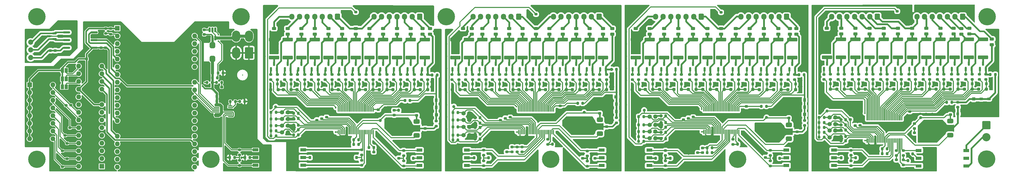
<source format=gtl>
%TF.GenerationSoftware,KiCad,Pcbnew,8.0.4*%
%TF.CreationDate,2024-08-06T16:15:27+08:00*%
%TF.ProjectId,LTC6811_ESP32_V2,4c544336-3831-4315-9f45-535033325f56,rev?*%
%TF.SameCoordinates,Original*%
%TF.FileFunction,Copper,L1,Top*%
%TF.FilePolarity,Positive*%
%FSLAX46Y46*%
G04 Gerber Fmt 4.6, Leading zero omitted, Abs format (unit mm)*
G04 Created by KiCad (PCBNEW 8.0.4) date 2024-08-06 16:15:27*
%MOMM*%
%LPD*%
G01*
G04 APERTURE LIST*
G04 Aperture macros list*
%AMRoundRect*
0 Rectangle with rounded corners*
0 $1 Rounding radius*
0 $2 $3 $4 $5 $6 $7 $8 $9 X,Y pos of 4 corners*
0 Add a 4 corners polygon primitive as box body*
4,1,4,$2,$3,$4,$5,$6,$7,$8,$9,$2,$3,0*
0 Add four circle primitives for the rounded corners*
1,1,$1+$1,$2,$3*
1,1,$1+$1,$4,$5*
1,1,$1+$1,$6,$7*
1,1,$1+$1,$8,$9*
0 Add four rect primitives between the rounded corners*
20,1,$1+$1,$2,$3,$4,$5,0*
20,1,$1+$1,$4,$5,$6,$7,0*
20,1,$1+$1,$6,$7,$8,$9,0*
20,1,$1+$1,$8,$9,$2,$3,0*%
G04 Aperture macros list end*
%TA.AperFunction,SMDPad,CuDef*%
%ADD10RoundRect,0.225000X0.225000X0.250000X-0.225000X0.250000X-0.225000X-0.250000X0.225000X-0.250000X0*%
%TD*%
%TA.AperFunction,ComponentPad*%
%ADD11C,5.700000*%
%TD*%
%TA.AperFunction,ComponentPad*%
%ADD12R,1.600000X1.600000*%
%TD*%
%TA.AperFunction,ComponentPad*%
%ADD13O,1.600000X1.600000*%
%TD*%
%TA.AperFunction,SMDPad,CuDef*%
%ADD14RoundRect,0.225000X0.225000X0.375000X-0.225000X0.375000X-0.225000X-0.375000X0.225000X-0.375000X0*%
%TD*%
%TA.AperFunction,SMDPad,CuDef*%
%ADD15RoundRect,0.218750X0.256250X-0.218750X0.256250X0.218750X-0.256250X0.218750X-0.256250X-0.218750X0*%
%TD*%
%TA.AperFunction,SMDPad,CuDef*%
%ADD16RoundRect,0.200000X0.275000X-0.200000X0.275000X0.200000X-0.275000X0.200000X-0.275000X-0.200000X0*%
%TD*%
%TA.AperFunction,SMDPad,CuDef*%
%ADD17C,1.000000*%
%TD*%
%TA.AperFunction,SMDPad,CuDef*%
%ADD18RoundRect,0.150000X0.150000X-0.587500X0.150000X0.587500X-0.150000X0.587500X-0.150000X-0.587500X0*%
%TD*%
%TA.AperFunction,SMDPad,CuDef*%
%ADD19RoundRect,0.250000X0.250000X0.250000X-0.250000X0.250000X-0.250000X-0.250000X0.250000X-0.250000X0*%
%TD*%
%TA.AperFunction,SMDPad,CuDef*%
%ADD20RoundRect,0.243750X-0.456250X0.243750X-0.456250X-0.243750X0.456250X-0.243750X0.456250X0.243750X0*%
%TD*%
%TA.AperFunction,SMDPad,CuDef*%
%ADD21RoundRect,0.200000X-0.275000X0.200000X-0.275000X-0.200000X0.275000X-0.200000X0.275000X0.200000X0*%
%TD*%
%TA.AperFunction,SMDPad,CuDef*%
%ADD22RoundRect,0.200000X0.200000X0.275000X-0.200000X0.275000X-0.200000X-0.275000X0.200000X-0.275000X0*%
%TD*%
%TA.AperFunction,ComponentPad*%
%ADD23RoundRect,0.250001X-1.099999X1.099999X-1.099999X-1.099999X1.099999X-1.099999X1.099999X1.099999X0*%
%TD*%
%TA.AperFunction,ComponentPad*%
%ADD24C,2.700000*%
%TD*%
%TA.AperFunction,SMDPad,CuDef*%
%ADD25RoundRect,0.225000X-0.225000X-0.250000X0.225000X-0.250000X0.225000X0.250000X-0.225000X0.250000X0*%
%TD*%
%TA.AperFunction,ComponentPad*%
%ADD26C,1.400000*%
%TD*%
%TA.AperFunction,ComponentPad*%
%ADD27O,1.400000X1.400000*%
%TD*%
%TA.AperFunction,SMDPad,CuDef*%
%ADD28RoundRect,0.250000X-1.425000X0.362500X-1.425000X-0.362500X1.425000X-0.362500X1.425000X0.362500X0*%
%TD*%
%TA.AperFunction,SMDPad,CuDef*%
%ADD29R,1.000000X1.500000*%
%TD*%
%TA.AperFunction,ComponentPad*%
%ADD30O,1.700000X1.950000*%
%TD*%
%TA.AperFunction,ComponentPad*%
%ADD31RoundRect,0.250000X0.600000X0.725000X-0.600000X0.725000X-0.600000X-0.725000X0.600000X-0.725000X0*%
%TD*%
%TA.AperFunction,SMDPad,CuDef*%
%ADD32RoundRect,0.200000X-0.200000X-0.275000X0.200000X-0.275000X0.200000X0.275000X-0.200000X0.275000X0*%
%TD*%
%TA.AperFunction,SMDPad,CuDef*%
%ADD33RoundRect,0.225000X-0.250000X0.225000X-0.250000X-0.225000X0.250000X-0.225000X0.250000X0.225000X0*%
%TD*%
%TA.AperFunction,SMDPad,CuDef*%
%ADD34RoundRect,0.225000X0.250000X-0.225000X0.250000X0.225000X-0.250000X0.225000X-0.250000X-0.225000X0*%
%TD*%
%TA.AperFunction,SMDPad,CuDef*%
%ADD35RoundRect,0.150000X0.587500X0.150000X-0.587500X0.150000X-0.587500X-0.150000X0.587500X-0.150000X0*%
%TD*%
%TA.AperFunction,SMDPad,CuDef*%
%ADD36RoundRect,0.075000X-0.075000X0.662500X-0.075000X-0.662500X0.075000X-0.662500X0.075000X0.662500X0*%
%TD*%
%TA.AperFunction,SMDPad,CuDef*%
%ADD37RoundRect,0.225000X-0.375000X0.225000X-0.375000X-0.225000X0.375000X-0.225000X0.375000X0.225000X0*%
%TD*%
%TA.AperFunction,SMDPad,CuDef*%
%ADD38R,1.950000X1.020000*%
%TD*%
%TA.AperFunction,SMDPad,CuDef*%
%ADD39RoundRect,0.250000X0.300000X0.300000X-0.300000X0.300000X-0.300000X-0.300000X0.300000X-0.300000X0*%
%TD*%
%TA.AperFunction,SMDPad,CuDef*%
%ADD40RoundRect,0.450000X-0.450000X0.550000X-0.450000X-0.550000X0.450000X-0.550000X0.450000X0.550000X0*%
%TD*%
%TA.AperFunction,SMDPad,CuDef*%
%ADD41RoundRect,0.162500X0.162500X-0.617500X0.162500X0.617500X-0.162500X0.617500X-0.162500X-0.617500X0*%
%TD*%
%TA.AperFunction,SMDPad,CuDef*%
%ADD42RoundRect,0.250000X-0.300000X0.300000X-0.300000X-0.300000X0.300000X-0.300000X0.300000X0.300000X0*%
%TD*%
%TA.AperFunction,SMDPad,CuDef*%
%ADD43RoundRect,0.250000X0.250000X0.475000X-0.250000X0.475000X-0.250000X-0.475000X0.250000X-0.475000X0*%
%TD*%
%TA.AperFunction,SMDPad,CuDef*%
%ADD44RoundRect,0.162500X1.012500X0.162500X-1.012500X0.162500X-1.012500X-0.162500X1.012500X-0.162500X0*%
%TD*%
%TA.AperFunction,ComponentPad*%
%ADD45RoundRect,0.250001X1.099999X1.599999X-1.099999X1.599999X-1.099999X-1.599999X1.099999X-1.599999X0*%
%TD*%
%TA.AperFunction,ComponentPad*%
%ADD46O,2.700000X3.700000*%
%TD*%
%TA.AperFunction,SMDPad,CuDef*%
%ADD47RoundRect,0.218750X-0.256250X0.218750X-0.256250X-0.218750X0.256250X-0.218750X0.256250X0.218750X0*%
%TD*%
%TA.AperFunction,SMDPad,CuDef*%
%ADD48RoundRect,0.375000X0.625000X0.375000X-0.625000X0.375000X-0.625000X-0.375000X0.625000X-0.375000X0*%
%TD*%
%TA.AperFunction,SMDPad,CuDef*%
%ADD49RoundRect,0.500000X0.500000X1.400000X-0.500000X1.400000X-0.500000X-1.400000X0.500000X-1.400000X0*%
%TD*%
%TA.AperFunction,SMDPad,CuDef*%
%ADD50RoundRect,0.075000X-0.650000X-0.075000X0.650000X-0.075000X0.650000X0.075000X-0.650000X0.075000X0*%
%TD*%
%TA.AperFunction,ComponentPad*%
%ADD51R,1.700000X1.700000*%
%TD*%
%TA.AperFunction,ComponentPad*%
%ADD52O,1.700000X1.700000*%
%TD*%
%TA.AperFunction,ViaPad*%
%ADD53C,0.800000*%
%TD*%
%TA.AperFunction,ViaPad*%
%ADD54C,0.500000*%
%TD*%
%TA.AperFunction,ViaPad*%
%ADD55C,0.600000*%
%TD*%
%TA.AperFunction,Conductor*%
%ADD56C,0.300000*%
%TD*%
%TA.AperFunction,Conductor*%
%ADD57C,0.600000*%
%TD*%
%TA.AperFunction,Conductor*%
%ADD58C,1.000000*%
%TD*%
%TA.AperFunction,Conductor*%
%ADD59C,0.400000*%
%TD*%
%TA.AperFunction,Conductor*%
%ADD60C,0.500000*%
%TD*%
%TA.AperFunction,Conductor*%
%ADD61C,0.800000*%
%TD*%
%ADD62C,0.350000*%
%ADD63C,0.300000*%
G04 APERTURE END LIST*
D10*
%TO.P,C69,1*%
%TO.N,GND_PACK*%
X95175000Y4600000D03*
%TO.P,C69,2*%
%TO.N,Net-(C69-Pad2)*%
X93625000Y4600000D03*
%TD*%
D11*
%TO.P,J20,1,Pin_1*%
%TO.N,unconnected-(J20-Pin_1-Pad1)*%
X315900000Y4100000D03*
%TD*%
D12*
%TO.P,U8,1,3V3*%
%TO.N,+3V3*%
X30365000Y47220000D03*
D13*
%TO.P,U8,2,EN*%
%TO.N,/MCU/NRST*%
X30365000Y44680000D03*
%TO.P,U8,3,SENSOR_VP*%
%TO.N,unconnected-(U8-SENSOR_VP-Pad3)*%
X30365000Y42140000D03*
%TO.P,U8,4,SENSOR_VN*%
%TO.N,unconnected-(U8-SENSOR_VN-Pad4)*%
X30365000Y39600000D03*
%TO.P,U8,5,IO34*%
%TO.N,/CAN/RXD*%
X30365000Y37060000D03*
%TO.P,U8,6,IO35*%
%TO.N,unconnected-(U8-IO35-Pad6)*%
X30365000Y34520000D03*
%TO.P,U8,7,IO32*%
%TO.N,/CAN/TXD*%
X30365000Y31980000D03*
%TO.P,U8,8,IO33*%
%TO.N,unconnected-(U8-IO33-Pad8)*%
X30365000Y29440000D03*
%TO.P,U8,9,IO25*%
%TO.N,unconnected-(U8-IO25-Pad9)*%
X30365000Y26900000D03*
%TO.P,U8,10,IO26*%
%TO.N,unconnected-(U8-IO26-Pad10)*%
X30365000Y24360000D03*
%TO.P,U8,11,IO27*%
%TO.N,unconnected-(U8-IO27-Pad11)*%
X30365000Y21820000D03*
%TO.P,U8,12,IO14*%
%TO.N,/MCU/HSPI_SCK*%
X30365000Y19280000D03*
%TO.P,U8,13,IO12*%
%TO.N,/MCU/HSPI_MISO*%
X30365000Y16740000D03*
%TO.P,U8,14,GND*%
%TO.N,GND*%
X30365000Y14200000D03*
%TO.P,U8,15,IO13*%
%TO.N,/MCU/HSPI_MOSI*%
X30365000Y11660000D03*
%TO.P,U8,16,SD2*%
%TO.N,unconnected-(U8-SD2-Pad16)*%
X30365000Y9120000D03*
%TO.P,U8,17,SD3*%
%TO.N,unconnected-(U8-SD3-Pad17)*%
X30365000Y6580000D03*
%TO.P,U8,18,CMD*%
%TO.N,unconnected-(U8-CMD-Pad18)*%
X30365000Y4040000D03*
%TO.P,U8,19,5V*%
%TO.N,/MCU/5V*%
X30365000Y1500000D03*
%TO.P,U8,20,CLK*%
%TO.N,unconnected-(U8-CLK-Pad20)*%
X55765000Y1500000D03*
%TO.P,U8,21,SD0*%
%TO.N,unconnected-(U8-SD0-Pad21)*%
X55765000Y4040000D03*
%TO.P,U8,22,SD1*%
%TO.N,unconnected-(U8-SD1-Pad22)*%
X55765000Y6580000D03*
%TO.P,U8,23,IO15*%
%TO.N,/MCU/HSPI_CS*%
X55765000Y9120000D03*
%TO.P,U8,24,IO2*%
%TO.N,unconnected-(U8-IO2-Pad24)*%
X55765000Y11660000D03*
%TO.P,U8,25,IO0*%
%TO.N,unconnected-(U8-IO0-Pad25)*%
X55765000Y14200000D03*
%TO.P,U8,26,IO4*%
%TO.N,unconnected-(U8-IO4-Pad26)*%
X55765000Y16740000D03*
%TO.P,U8,27,IO16*%
%TO.N,unconnected-(U8-IO16-Pad27)*%
X55765000Y19280000D03*
%TO.P,U8,28,IO17*%
%TO.N,unconnected-(U8-IO17-Pad28)*%
X55765000Y21820000D03*
%TO.P,U8,29,IO5*%
%TO.N,/MCU/VSPI_CS*%
X55765000Y24360000D03*
%TO.P,U8,30,IO18*%
%TO.N,/MCU/VSPI_SCK*%
X55765000Y26900000D03*
%TO.P,U8,31,IO19*%
%TO.N,/MCU/VSPI_MISO*%
X55765000Y29440000D03*
%TO.P,U8,32,GND*%
%TO.N,GND*%
X55765000Y31980000D03*
%TO.P,U8,33,IO21*%
%TO.N,unconnected-(U8-IO21-Pad33)*%
X55765000Y34520000D03*
%TO.P,U8,34,RXD0*%
%TO.N,unconnected-(U8-RXD0-Pad34)*%
X55765000Y37060000D03*
%TO.P,U8,35,TXD0*%
%TO.N,unconnected-(U8-TXD0-Pad35)*%
X55765000Y39600000D03*
%TO.P,U8,36,IO22*%
%TO.N,unconnected-(U8-IO22-Pad36)*%
X55765000Y42140000D03*
%TO.P,U8,37,IO23*%
%TO.N,/MCU/VSPI_MOSI*%
X55765000Y44680000D03*
%TO.P,U8,38,GND*%
%TO.N,GND*%
X55765000Y47220000D03*
%TD*%
D14*
%TO.P,D39,1,K*%
%TO.N,/Slaves/LTC6811_3/BAT+*%
X256100000Y21200000D03*
%TO.P,D39,2,A*%
%TO.N,GND_PACK*%
X252800000Y21200000D03*
%TD*%
D15*
%TO.P,D25,1,K*%
%TO.N,Net-(D25-K)*%
X160000000Y6512500D03*
%TO.P,D25,2,A*%
%TO.N,/Slaves/LTC6811_2/Vreg*%
X160000000Y8087500D03*
%TD*%
D16*
%TO.P,R189,1*%
%TO.N,/Slaves/LTC6811_3/cell2/S*%
X203950000Y30287500D03*
%TO.P,R189,2*%
%TO.N,Net-(Q38-G)*%
X203950000Y31937500D03*
%TD*%
D17*
%TO.P,TP7,1,1*%
%TO.N,/Slaves/LTC6811_3/Vreg*%
X243600000Y17800000D03*
%TD*%
D18*
%TO.P,Q36,1,G*%
%TO.N,Net-(Q36-G)*%
X213700000Y33675000D03*
%TO.P,Q36,2,S*%
%TO.N,/Slaves/LTC6811_3/cell4/C+*%
X215600000Y33675000D03*
%TO.P,Q36,3,D*%
%TO.N,Net-(Q36-D)*%
X214650000Y35550000D03*
%TD*%
D16*
%TO.P,R138,1*%
%TO.N,/Slaves/LTC6811_2/cell2/S*%
X144750000Y30275000D03*
%TO.P,R138,2*%
%TO.N,Net-(Q25-G)*%
X144750000Y31925000D03*
%TD*%
D19*
%TO.P,D43,1,K*%
%TO.N,/Slaves/LTC6811_3/cell11/C*%
X248400000Y27000000D03*
%TO.P,D43,2,A*%
%TO.N,/Slaves/LTC6811_3/cell10/C*%
X245900000Y27000000D03*
%TD*%
D18*
%TO.P,Q50,1,G*%
%TO.N,Net-(Q50-G)*%
X271800000Y33762500D03*
%TO.P,Q50,2,S*%
%TO.N,/Slaves/LTC6811_4/cell3/C+*%
X273700000Y33762500D03*
%TO.P,Q50,3,D*%
%TO.N,Net-(Q50-D)*%
X272750000Y35637500D03*
%TD*%
D20*
%TO.P,F51,1*%
%TO.N,/Slaves/LTC6811_4/C1*%
X268100000Y47237500D03*
%TO.P,F51,2*%
%TO.N,/Slaves/LTC6811_4/cell1/C+*%
X268100000Y45362500D03*
%TD*%
D21*
%TO.P,R91,1*%
%TO.N,/Slaves/LTC6811_2/BAT+*%
X194250000Y17725000D03*
%TO.P,R91,2*%
%TO.N,Net-(C67-Pad1)*%
X194250000Y16075000D03*
%TD*%
D22*
%TO.P,R4,1*%
%TO.N,/Slaves/LTC6811_1/T2*%
X82525000Y13400000D03*
%TO.P,R4,2*%
%TO.N,/Slaves/LTC6811_1/Vref2*%
X80875000Y13400000D03*
%TD*%
D23*
%TO.P,J9,1,Pin_1*%
%TO.N,/Slaves/PB*%
X315750000Y15257500D03*
D24*
%TO.P,J9,2,Pin_2*%
%TO.N,/Slaves/MB*%
X315750000Y11297500D03*
%TD*%
D25*
%TO.P,C72,1*%
%TO.N,Net-(C72-Pad1)*%
X272900000Y4500000D03*
%TO.P,C72,2*%
%TO.N,GND_PACK*%
X274450000Y4500000D03*
%TD*%
D18*
%TO.P,Q39,1,G*%
%TO.N,Net-(Q39-G)*%
X199650000Y33662500D03*
%TO.P,Q39,2,S*%
%TO.N,/Slaves/LTC6811_3/cell1/C+*%
X201550000Y33662500D03*
%TO.P,Q39,3,D*%
%TO.N,Net-(Q39-D)*%
X200600000Y35537500D03*
%TD*%
D10*
%TO.P,C9,1*%
%TO.N,/Slaves/LTC6811_2/T4*%
X149480000Y16000000D03*
%TO.P,C9,2*%
%TO.N,GND_PACK*%
X147930000Y16000000D03*
%TD*%
D16*
%TO.P,R225,1*%
%TO.N,/Slaves/LTC6811_4/cell7/S*%
X290400000Y30375000D03*
%TO.P,R225,2*%
%TO.N,Net-(Q46-G)*%
X290400000Y32025000D03*
%TD*%
D25*
%TO.P,C132,1*%
%TO.N,/Slaves/LTC6811_4/cell10/CM*%
X301800000Y28900000D03*
%TO.P,C132,2*%
%TO.N,GND_PACK*%
X303350000Y28900000D03*
%TD*%
D20*
%TO.P,F10,1*%
%TO.N,/Slaves/LTC6811_1/C3*%
X95200000Y47137500D03*
%TO.P,F10,2*%
%TO.N,/Slaves/LTC6811_1/cell3/C+*%
X95200000Y45262500D03*
%TD*%
D26*
%TO.P,TH19,1*%
%TO.N,/Slaves/LTC6811_4/T4*%
X264295000Y15600000D03*
D27*
%TO.P,TH19,2*%
%TO.N,GND_PACK*%
X266195000Y15600000D03*
%TD*%
D28*
%TO.P,R211,1*%
%TO.N,/Slaves/LTC6811_4/cell10/C+*%
X310000000Y43562500D03*
%TO.P,R211,2*%
%TO.N,Net-(Q42-D)*%
X310000000Y37637500D03*
%TD*%
D29*
%TO.P,JP3,1,A*%
%TO.N,+3V3*%
X12300000Y33300000D03*
%TO.P,JP3,2,C*%
%TO.N,Net-(JP3-C)*%
X13600000Y33300000D03*
%TO.P,JP3,3,B*%
%TO.N,GND*%
X14900000Y33300000D03*
%TD*%
D25*
%TO.P,C84,1*%
%TO.N,/Slaves/LTC6811_2/cell5/C*%
X160300000Y28800000D03*
%TO.P,C84,2*%
%TO.N,GND_PACK*%
X161850000Y28800000D03*
%TD*%
D30*
%TO.P,J15,0,Pin_1*%
%TO.N,/Slaves/LTC6811_3/C1_G*%
X207150000Y51000000D03*
%TO.P,J15,1,Pin_2*%
%TO.N,/Slaves/LTC6811_3/C1*%
X209650000Y51000000D03*
%TO.P,J15,2,Pin_3*%
%TO.N,/Slaves/LTC6811_3/C2*%
X212150000Y51000000D03*
%TO.P,J15,3,Pin_4*%
%TO.N,/Slaves/LTC6811_3/C3*%
X214650000Y51000000D03*
%TO.P,J15,4,Pin_5*%
%TO.N,/Slaves/LTC6811_3/C4*%
X217150000Y51000000D03*
%TO.P,J15,5,Pin_6*%
%TO.N,/Slaves/LTC6811_3/C5*%
X219650000Y51000000D03*
D31*
%TO.P,J15,6,Pin_7*%
%TO.N,/Slaves/LTC6811_3/C6*%
X222150000Y51000000D03*
%TD*%
D30*
%TO.P,J14,0,Pin_1*%
%TO.N,/Slaves/LTC6811_3/C6*%
X235200000Y51000000D03*
%TO.P,J14,1,Pin_2*%
%TO.N,/Slaves/LTC6811_3/C7*%
X237700000Y51000000D03*
%TO.P,J14,2,Pin_3*%
%TO.N,/Slaves/LTC6811_3/C8*%
X240200000Y51000000D03*
%TO.P,J14,3,Pin_4*%
%TO.N,/Slaves/LTC6811_3/C9*%
X242700000Y51000000D03*
%TO.P,J14,4,Pin_5*%
%TO.N,/Slaves/LTC6811_3/C10*%
X245200000Y51000000D03*
%TO.P,J14,5,Pin_6*%
%TO.N,/Slaves/LTC6811_3/C11*%
X247700000Y51000000D03*
D31*
%TO.P,J14,6,Pin_7*%
%TO.N,/Slaves/LTC6811_3/C12*%
X250200000Y51000000D03*
%TD*%
D18*
%TO.P,Q46,1,G*%
%TO.N,Net-(Q46-G)*%
X290450000Y33762500D03*
%TO.P,Q46,2,S*%
%TO.N,/Slaves/LTC6811_4/cell7/C+*%
X292350000Y33762500D03*
%TO.P,Q46,3,D*%
%TO.N,Net-(Q46-D)*%
X291400000Y35637500D03*
%TD*%
D21*
%TO.P,R2,1*%
%TO.N,Net-(C44-Pad1)*%
X184700000Y3425000D03*
%TO.P,R2,2*%
%TO.N,/Slaves/LTC6811_2/IPB*%
X184700000Y1775000D03*
%TD*%
D16*
%TO.P,R170,1*%
%TO.N,/Slaves/LTC6811_3/cell8/C*%
X234400000Y30287500D03*
%TO.P,R170,2*%
%TO.N,/Slaves/LTC6811_3/cell8/C+*%
X234400000Y31937500D03*
%TD*%
D32*
%TO.P,R18,1*%
%TO.N,/Slaves/LTC6811_4/Vref2*%
X260875000Y11300000D03*
%TO.P,R18,2*%
%TO.N,/Slaves/LTC6811_4/T1*%
X262525000Y11300000D03*
%TD*%
D19*
%TO.P,D14,1,K*%
%TO.N,/Slaves/LTC6811_1/cell8/C*%
X114400000Y27000000D03*
%TO.P,D14,2,A*%
%TO.N,/Slaves/LTC6811_1/cell7/C*%
X111900000Y27000000D03*
%TD*%
D20*
%TO.P,F5,1*%
%TO.N,/Slaves/LTC6811_1/C8*%
X117700000Y47137500D03*
%TO.P,F5,2*%
%TO.N,/Slaves/LTC6811_1/cell8/C+*%
X117700000Y45262500D03*
%TD*%
D16*
%TO.P,R210,1*%
%TO.N,/Slaves/LTC6811_4/cell12/S*%
X313500000Y30375000D03*
%TO.P,R210,2*%
%TO.N,Net-(Q41-G)*%
X313500000Y32025000D03*
%TD*%
D18*
%TO.P,Q51,1,G*%
%TO.N,Net-(Q51-G)*%
X267125000Y33762500D03*
%TO.P,Q51,2,S*%
%TO.N,/Slaves/LTC6811_4/cell2/C+*%
X269025000Y33762500D03*
%TO.P,Q51,3,D*%
%TO.N,Net-(Q51-D)*%
X268075000Y35637500D03*
%TD*%
D19*
%TO.P,D68,1,K*%
%TO.N,/Slaves/LTC6811_4/cell2/C*%
X269175000Y27100000D03*
%TO.P,D68,2,A*%
%TO.N,/Slaves/LTC6811_4/cell1/C*%
X266675000Y27100000D03*
%TD*%
D11*
%TO.P,J1,1,Pin_1*%
%TO.N,unconnected-(J1-Pin_1-Pad1)*%
X316000000Y51000000D03*
%TD*%
D18*
%TO.P,Q29,1,G*%
%TO.N,Net-(Q29-G)*%
X246500000Y33675000D03*
%TO.P,Q29,2,S*%
%TO.N,/Slaves/LTC6811_3/cell11/C+*%
X248400000Y33675000D03*
%TO.P,Q29,3,D*%
%TO.N,Net-(Q29-D)*%
X247450000Y35550000D03*
%TD*%
D33*
%TO.P,C34,1*%
%TO.N,+3V3*%
X25000000Y40800000D03*
%TO.P,C34,2*%
%TO.N,GND*%
X25000000Y39250000D03*
%TD*%
D20*
%TO.P,F19,1*%
%TO.N,/Slaves/LTC6811_2/C7*%
X172300000Y47137500D03*
%TO.P,F19,2*%
%TO.N,/Slaves/LTC6811_2/cell7/C+*%
X172300000Y45262500D03*
%TD*%
D25*
%TO.P,C62,1*%
%TO.N,/Slaves/LTC6811_1/cell1/C*%
X82925000Y28800000D03*
%TO.P,C62,2*%
%TO.N,GND_PACK*%
X84475000Y28800000D03*
%TD*%
D34*
%TO.P,C35,1*%
%TO.N,/CAN/5V_CAN*%
X8400000Y39825000D03*
%TO.P,C35,2*%
%TO.N,/CAN/CAN_GND*%
X8400000Y41375000D03*
%TD*%
D32*
%TO.P,R48,1*%
%TO.N,Net-(D9-K)*%
X122775000Y20200000D03*
%TO.P,R48,2*%
%TO.N,GND_PACK*%
X124425000Y20200000D03*
%TD*%
D21*
%TO.P,R26,1*%
%TO.N,/Slaves/LTC6811_2/IMB*%
X184700000Y6775000D03*
%TO.P,R26,2*%
%TO.N,Net-(C44-Pad1)*%
X184700000Y5125000D03*
%TD*%
D28*
%TO.P,R121,1*%
%TO.N,/Slaves/LTC6811_2/cell6/C+*%
X167900000Y43462500D03*
%TO.P,R121,2*%
%TO.N,Net-(Q20-D)*%
X167900000Y37537500D03*
%TD*%
D10*
%TO.P,C18,1*%
%TO.N,/Slaves/LTC6811_4/T3*%
X269570000Y13700000D03*
%TO.P,C18,2*%
%TO.N,GND_PACK*%
X268020000Y13700000D03*
%TD*%
D21*
%TO.P,R52,1*%
%TO.N,Net-(C72-Pad1)*%
X271300000Y3550000D03*
%TO.P,R52,2*%
%TO.N,/Slaves/LTC6811_4/IPA*%
X271300000Y1900000D03*
%TD*%
D28*
%TO.P,R88,1*%
%TO.N,GND_PACK*%
X81825000Y43462500D03*
%TO.P,R88,2*%
%TO.N,Net-(Q13-D)*%
X81825000Y37537500D03*
%TD*%
D10*
%TO.P,C5,1*%
%TO.N,/Slaves/LTC6811_1/T5*%
X89829962Y19187500D03*
%TO.P,C5,2*%
%TO.N,GND_PACK*%
X88279962Y19187500D03*
%TD*%
D17*
%TO.P,TP3,1,1*%
%TO.N,/Slaves/LTC6811_1/Vreg*%
X116700000Y16800000D03*
%TD*%
D20*
%TO.P,F31,1*%
%TO.N,/Slaves/LTC6811_3/C8*%
X238050000Y47150000D03*
%TO.P,F31,2*%
%TO.N,/Slaves/LTC6811_3/cell8/C+*%
X238050000Y45275000D03*
%TD*%
D25*
%TO.P,C107,1*%
%TO.N,/Slaves/LTC6811_3/cell8/C*%
X234400000Y28800000D03*
%TO.P,C107,2*%
%TO.N,GND_PACK*%
X235950000Y28800000D03*
%TD*%
D26*
%TO.P,TH8,1*%
%TO.N,/Slaves/LTC6811_2/T3*%
X144095000Y14700000D03*
D27*
%TO.P,TH8,2*%
%TO.N,GND_PACK*%
X145995000Y14700000D03*
%TD*%
D16*
%TO.P,R233,1*%
%TO.N,/Slaves/LTC6811_4/cell4/C*%
X278525000Y30375000D03*
%TO.P,R233,2*%
%TO.N,/Slaves/LTC6811_4/cell4/C+*%
X278525000Y32025000D03*
%TD*%
D35*
%TO.P,D5,1,K*%
%TO.N,/CAN/CANL*%
X9737500Y43650000D03*
%TO.P,D5,2,K*%
%TO.N,/CAN/CANH*%
X9737500Y45550000D03*
%TO.P,D5,3,A*%
%TO.N,/CAN/CAN_GND*%
X7862500Y44600000D03*
%TD*%
D22*
%TO.P,R19,1*%
%TO.N,/Slaves/LTC6811_4/T2*%
X262525000Y12900000D03*
%TO.P,R19,2*%
%TO.N,/Slaves/LTC6811_4/Vref2*%
X260875000Y12900000D03*
%TD*%
D21*
%TO.P,R49,1*%
%TO.N,/Slaves/LTC6811_2/IMA*%
X150700000Y7050000D03*
%TO.P,R49,2*%
%TO.N,Net-(C70-Pad1)*%
X150700000Y5400000D03*
%TD*%
D16*
%TO.P,R123,1*%
%TO.N,/Slaves/LTC6811_2/cell7/S*%
X166800000Y30275000D03*
%TO.P,R123,2*%
%TO.N,Net-(Q20-G)*%
X166800000Y31925000D03*
%TD*%
D28*
%TO.P,R112,1*%
%TO.N,/Slaves/LTC6811_2/cell10/C-*%
X181100000Y43462500D03*
%TO.P,R112,2*%
%TO.N,Net-(Q17-D)*%
X181100000Y37537500D03*
%TD*%
D17*
%TO.P,TP4,1,1*%
%TO.N,/Slaves/LTC6811_1/Vref2*%
X82400000Y21300000D03*
%TD*%
D10*
%TO.P,C68,1*%
%TO.N,GND*%
X21875000Y37100000D03*
%TO.P,C68,2*%
%TO.N,+3V3*%
X20325000Y37100000D03*
%TD*%
D28*
%TO.P,R172,1*%
%TO.N,/Slaves/LTC6811_3/cell6/C+*%
X228650000Y43475000D03*
%TO.P,R172,2*%
%TO.N,Net-(Q33-D)*%
X228650000Y37550000D03*
%TD*%
D33*
%TO.P,C37,1*%
%TO.N,Net-(U11-V+)*%
X116100000Y20400000D03*
%TO.P,C37,2*%
%TO.N,GND_PACK*%
X116100000Y18850000D03*
%TD*%
D19*
%TO.P,D37,1,K*%
%TO.N,/Slaves/LTC6811_2/cell1/C*%
X142900000Y27000000D03*
%TO.P,D37,2,A*%
%TO.N,GND_PACK*%
X140400000Y27000000D03*
%TD*%
D16*
%TO.P,R90,1*%
%TO.N,/Slaves/LTC6811_1/cell1/S*%
X80775000Y30275000D03*
%TO.P,R90,2*%
%TO.N,Net-(Q13-G)*%
X80775000Y31925000D03*
%TD*%
D22*
%TO.P,R30,1*%
%TO.N,Net-(U6-FB)*%
X63250000Y30900000D03*
%TO.P,R30,2*%
%TO.N,+3V3*%
X61600000Y30900000D03*
%TD*%
D10*
%TO.P,C17,1*%
%TO.N,/Slaves/LTC6811_4/T2*%
X269570000Y11600000D03*
%TO.P,C17,2*%
%TO.N,GND_PACK*%
X268020000Y11600000D03*
%TD*%
D19*
%TO.P,D50,1,K*%
%TO.N,/Slaves/LTC6811_3/cell4/C*%
X215650000Y27012500D03*
%TO.P,D50,2,A*%
%TO.N,/Slaves/LTC6811_3/cell3/C*%
X213150000Y27012500D03*
%TD*%
D16*
%TO.P,R234,1*%
%TO.N,/Slaves/LTC6811_4/cell4/S*%
X276425000Y30375000D03*
%TO.P,R234,2*%
%TO.N,Net-(Q49-G)*%
X276425000Y32025000D03*
%TD*%
D19*
%TO.P,D11,1,K*%
%TO.N,/Slaves/LTC6811_1/cell11/C*%
X127900000Y27000000D03*
%TO.P,D11,2,A*%
%TO.N,/Slaves/LTC6811_1/cell10/C*%
X125400000Y27000000D03*
%TD*%
D33*
%TO.P,C89,1*%
%TO.N,Net-(U13-V+)*%
X237000000Y21475000D03*
%TO.P,C89,2*%
%TO.N,GND_PACK*%
X237000000Y19925000D03*
%TD*%
D18*
%TO.P,Q42,1,G*%
%TO.N,Net-(Q42-G)*%
X309050000Y33762500D03*
%TO.P,Q42,2,S*%
%TO.N,/Slaves/LTC6811_4/cell11/C+*%
X310950000Y33762500D03*
%TO.P,Q42,3,D*%
%TO.N,Net-(Q42-D)*%
X310000000Y35637500D03*
%TD*%
D25*
%TO.P,C105,1*%
%TO.N,/Slaves/LTC6811_3/cell10/C*%
X243725000Y28800000D03*
%TO.P,C105,2*%
%TO.N,GND_PACK*%
X245275000Y28800000D03*
%TD*%
D36*
%TO.P,U13,1,V+*%
%TO.N,Net-(U13-V+)*%
X234500000Y20525000D03*
%TO.P,U13,2,C12*%
%TO.N,/Slaves/LTC6811_3/cell12/C*%
X234000000Y20525000D03*
%TO.P,U13,3,S12*%
%TO.N,/Slaves/LTC6811_3/cell12/S*%
X233500000Y20525000D03*
%TO.P,U13,4,C11*%
%TO.N,/Slaves/LTC6811_3/cell11/C*%
X233000000Y20525000D03*
%TO.P,U13,5,S11*%
%TO.N,/Slaves/LTC6811_3/cell11/S*%
X232500000Y20525000D03*
%TO.P,U13,6,C10*%
%TO.N,/Slaves/LTC6811_3/cell10/C*%
X232000000Y20525000D03*
%TO.P,U13,7,S10*%
%TO.N,/Slaves/LTC6811_3/cell10/S*%
X231500000Y20525000D03*
%TO.P,U13,8,C9*%
%TO.N,/Slaves/LTC6811_3/cell10/CM*%
X231000000Y20525000D03*
%TO.P,U13,9,S9*%
%TO.N,/Slaves/LTC6811_3/cell9/S*%
X230500000Y20525000D03*
%TO.P,U13,10,C8*%
%TO.N,/Slaves/LTC6811_3/cell8/C*%
X230000000Y20525000D03*
%TO.P,U13,11,S8*%
%TO.N,/Slaves/LTC6811_3/cell8/S*%
X229500000Y20525000D03*
%TO.P,U13,12,C7*%
%TO.N,/Slaves/LTC6811_3/cell7/C*%
X229000000Y20525000D03*
%TO.P,U13,13,S7*%
%TO.N,/Slaves/LTC6811_3/cell7/S*%
X228500000Y20525000D03*
%TO.P,U13,14,C6*%
%TO.N,/Slaves/LTC6811_3/cell6/C*%
X228000000Y20525000D03*
%TO.P,U13,15,S6*%
%TO.N,/Slaves/LTC6811_3/cell6/S*%
X227500000Y20525000D03*
%TO.P,U13,16,C5*%
%TO.N,/Slaves/LTC6811_3/cell5/C*%
X227000000Y20525000D03*
%TO.P,U13,17,S5*%
%TO.N,/Slaves/LTC6811_3/cell5/S*%
X226500000Y20525000D03*
%TO.P,U13,18,C4*%
%TO.N,/Slaves/LTC6811_3/cell4/C*%
X226000000Y20525000D03*
%TO.P,U13,19,S4*%
%TO.N,/Slaves/LTC6811_3/cell4/S*%
X225500000Y20525000D03*
%TO.P,U13,20,C3*%
%TO.N,/Slaves/LTC6811_3/cell3/C*%
X225000000Y20525000D03*
%TO.P,U13,21,S3*%
%TO.N,/Slaves/LTC6811_3/cell3/S*%
X224500000Y20525000D03*
%TO.P,U13,22,C2*%
%TO.N,/Slaves/LTC6811_3/cell2/C*%
X224000000Y20525000D03*
%TO.P,U13,23,S2*%
%TO.N,/Slaves/LTC6811_3/cell2/S*%
X223500000Y20525000D03*
%TO.P,U13,24,C1*%
%TO.N,/Slaves/LTC6811_3/cell1/C*%
X223000000Y20525000D03*
%TO.P,U13,25,S1*%
%TO.N,/Slaves/LTC6811_3/cell1/S*%
X223000000Y13100000D03*
%TO.P,U13,26,C0*%
%TO.N,GND_PACK*%
X223500000Y13100000D03*
%TO.P,U13,27,GPIO1*%
%TO.N,/Slaves/LTC6811_3/T1*%
X224000000Y13100000D03*
%TO.P,U13,28,GPIO2*%
%TO.N,/Slaves/LTC6811_3/T2*%
X224500000Y13100000D03*
%TO.P,U13,29,GPIO3*%
%TO.N,/Slaves/LTC6811_3/T3*%
X225000000Y13100000D03*
%TO.P,U13,30,V-\u002A\u002A*%
%TO.N,GND_PACK*%
X225500000Y13100000D03*
%TO.P,U13,31,V-*%
X226000000Y13100000D03*
%TO.P,U13,32,GPIO4*%
%TO.N,/Slaves/LTC6811_3/T4*%
X226500000Y13100000D03*
%TO.P,U13,33,GPIO5*%
%TO.N,/Slaves/LTC6811_3/T5*%
X227000000Y13100000D03*
%TO.P,U13,34,Vref2*%
%TO.N,/Slaves/LTC6811_3/Vref2*%
X227500000Y13100000D03*
%TO.P,U13,35,Vref1*%
%TO.N,Net-(U13-Vref1)*%
X228000000Y13100000D03*
%TO.P,U13,36,DTEN*%
%TO.N,Net-(U13-DTEN)*%
X228500000Y13100000D03*
%TO.P,U13,37,Vreg*%
%TO.N,/Slaves/LTC6811_3/Vreg*%
X229000000Y13100000D03*
%TO.P,U13,38,DRIVE*%
%TO.N,/Slaves/LTC6811_3/DRIVE*%
X229500000Y13100000D03*
%TO.P,U13,39,WDT*%
%TO.N,Net-(U13-WDT)*%
X230000000Y13100000D03*
%TO.P,U13,40,ISOMD*%
%TO.N,Net-(U13-ISOMD)*%
X230500000Y13100000D03*
%TO.P,U13,41,IMA*%
%TO.N,/Slaves/LTC6811_3/IMA*%
X231000000Y13100000D03*
%TO.P,U13,42,IPA*%
%TO.N,/Slaves/LTC6811_3/IPA*%
X231500000Y13100000D03*
%TO.P,U13,43,SDI*%
%TO.N,unconnected-(U13-SDI-Pad43)*%
X232000000Y13100000D03*
%TO.P,U13,44,SDO*%
%TO.N,unconnected-(U13-SDO-Pad44)*%
X232500000Y13100000D03*
%TO.P,U13,45,IBIAS*%
%TO.N,Net-(U13-IBIAS)*%
X233000000Y13100000D03*
%TO.P,U13,46,ICMP*%
%TO.N,Net-(U13-ICMP)*%
X233500000Y13100000D03*
%TO.P,U13,47,IMB*%
%TO.N,/Slaves/LTC6811_3/IMB*%
X234000000Y13100000D03*
%TO.P,U13,48,IPB*%
%TO.N,/Slaves/LTC6811_3/IPB*%
X234500000Y13100000D03*
%TD*%
D16*
%TO.P,R63,1*%
%TO.N,/Slaves/LTC6811_1/cell10/S*%
X121100000Y30275000D03*
%TO.P,R63,2*%
%TO.N,Net-(Q4-G)*%
X121100000Y31925000D03*
%TD*%
D25*
%TO.P,C61,1*%
%TO.N,/Slaves/LTC6811_1/cell2/C*%
X87425000Y28800000D03*
%TO.P,C61,2*%
%TO.N,GND_PACK*%
X88975000Y28800000D03*
%TD*%
D28*
%TO.P,R133,1*%
%TO.N,/Slaves/LTC6811_2/cell2/C+*%
X150250000Y43462500D03*
%TO.P,R133,2*%
%TO.N,Net-(Q24-D)*%
X150250000Y37537500D03*
%TD*%
D16*
%TO.P,R117,1*%
%TO.N,/Slaves/LTC6811_2/cell9/S*%
X175600000Y30275000D03*
%TO.P,R117,2*%
%TO.N,Net-(Q18-G)*%
X175600000Y31925000D03*
%TD*%
D21*
%TO.P,TH1,1*%
%TO.N,/Slaves/LTC6811_1/T1*%
X108700000Y52525000D03*
%TO.P,TH1,2*%
%TO.N,GND_PACK*%
X108700000Y50875000D03*
%TD*%
D34*
%TO.P,C116,1*%
%TO.N,/Slaves/LTC6811_4/Vref2*%
X271100000Y17125000D03*
%TO.P,C116,2*%
%TO.N,GND_PACK*%
X271100000Y18675000D03*
%TD*%
D11*
%TO.P,J19,1,Pin_1*%
%TO.N,unconnected-(J19-Pin_1-Pad1)*%
X138400000Y51000000D03*
%TD*%
D19*
%TO.P,D69,1,K*%
%TO.N,/Slaves/LTC6811_4/cell1/C*%
X264525000Y27100000D03*
%TO.P,D69,2,A*%
%TO.N,GND_PACK*%
X262025000Y27100000D03*
%TD*%
D28*
%TO.P,R229,1*%
%TO.N,/Slaves/LTC6811_4/cell4/C+*%
X282100000Y43562500D03*
%TO.P,R229,2*%
%TO.N,Net-(Q48-D)*%
X282100000Y37637500D03*
%TD*%
D37*
%TO.P,D55,1,K*%
%TO.N,/Slaves/LTC6811_4/BAT+*%
X314100000Y23950000D03*
%TO.P,D55,2,A*%
%TO.N,GND_PACK*%
X314100000Y20650000D03*
%TD*%
D10*
%TO.P,C10,1*%
%TO.N,/Slaves/LTC6811_2/T5*%
X149475000Y17700000D03*
%TO.P,C10,2*%
%TO.N,GND_PACK*%
X147925000Y17700000D03*
%TD*%
D28*
%TO.P,R184,1*%
%TO.N,/Slaves/LTC6811_3/cell2/C+*%
X209950000Y43475000D03*
%TO.P,R184,2*%
%TO.N,Net-(Q37-D)*%
X209950000Y37550000D03*
%TD*%
D32*
%TO.P,R100,1*%
%TO.N,Net-(U13-ICMP)*%
X234100000Y9000000D03*
%TO.P,R100,2*%
%TO.N,GND_PACK*%
X235750000Y9000000D03*
%TD*%
D16*
%TO.P,R186,1*%
%TO.N,/Slaves/LTC6811_3/cell3/S*%
X208825000Y30287500D03*
%TO.P,R186,2*%
%TO.N,Net-(Q37-G)*%
X208825000Y31937500D03*
%TD*%
D10*
%TO.P,C7,1*%
%TO.N,/Slaves/LTC6811_2/T2*%
X149475000Y12300000D03*
%TO.P,C7,2*%
%TO.N,GND_PACK*%
X147925000Y12300000D03*
%TD*%
D38*
%TO.P,TR3,1,1*%
%TO.N,/Slaves/LTC6811_2/IPA*%
X145220000Y1960000D03*
%TO.P,TR3,2,2*%
%TO.N,Net-(C45-Pad1)*%
X145220000Y4500000D03*
%TO.P,TR3,3,3*%
%TO.N,/Slaves/LTC6811_2/IMA*%
X145220000Y7040000D03*
%TO.P,TR3,4,4*%
%TO.N,/Slaves/LTC6811_1/IMB*%
X129580000Y7040000D03*
%TO.P,TR3,5,5*%
%TO.N,Net-(C26-Pad1)*%
X129580000Y4500000D03*
%TO.P,TR3,6,6*%
%TO.N,/Slaves/LTC6811_1/IPB*%
X129580000Y1960000D03*
%TD*%
D19*
%TO.P,D62,1,K*%
%TO.N,/Slaves/LTC6811_4/cell8/C*%
X297150000Y27100000D03*
%TO.P,D62,2,A*%
%TO.N,/Slaves/LTC6811_4/cell7/C*%
X294650000Y27100000D03*
%TD*%
D39*
%TO.P,D40,1,K*%
%TO.N,/Slaves/LTC6811_3/BAT+*%
X256100000Y18800000D03*
%TO.P,D40,2,A*%
%TO.N,GND_PACK*%
X253300000Y18800000D03*
%TD*%
D28*
%TO.P,R157,1*%
%TO.N,/Slaves/LTC6811_3/cell11/C+*%
X252050000Y43462500D03*
%TO.P,R157,2*%
%TO.N,Net-(Q28-D)*%
X252050000Y37537500D03*
%TD*%
D16*
%TO.P,R72,1*%
%TO.N,/Slaves/LTC6811_1/cell7/S*%
X107600000Y30275000D03*
%TO.P,R72,2*%
%TO.N,Net-(Q7-G)*%
X107600000Y31925000D03*
%TD*%
D25*
%TO.P,C114,1*%
%TO.N,/Slaves/LTC6811_3/cell1/C*%
X201600000Y28800000D03*
%TO.P,C114,2*%
%TO.N,GND_PACK*%
X203150000Y28800000D03*
%TD*%
D16*
%TO.P,R168,1*%
%TO.N,/Slaves/LTC6811_3/cell9/S*%
X236950000Y30287500D03*
%TO.P,R168,2*%
%TO.N,Net-(Q31-G)*%
X236950000Y31937500D03*
%TD*%
D39*
%TO.P,D8,1,K*%
%TO.N,/Slaves/LTC6811_1/BAT+*%
X135175000Y18700000D03*
%TO.P,D8,2,A*%
%TO.N,GND_PACK*%
X132375000Y18700000D03*
%TD*%
D18*
%TO.P,Q24,1,G*%
%TO.N,Net-(Q24-G)*%
X149300000Y33662500D03*
%TO.P,Q24,2,S*%
%TO.N,/Slaves/LTC6811_2/cell3/C+*%
X151200000Y33662500D03*
%TO.P,Q24,3,D*%
%TO.N,Net-(Q24-D)*%
X150250000Y35537500D03*
%TD*%
D40*
%TO.P,L1,1,1*%
%TO.N,Net-(U6-SW)*%
X61625000Y41587500D03*
%TO.P,L1,2,2*%
%TO.N,+3V3*%
X61625000Y37087500D03*
%TD*%
D32*
%TO.P,R98,1*%
%TO.N,Net-(U12-ICMP)*%
X173275000Y9000000D03*
%TO.P,R98,2*%
%TO.N,GND_PACK*%
X174925000Y9000000D03*
%TD*%
D20*
%TO.P,F50,1*%
%TO.N,/Slaves/LTC6811_4/C2*%
X272750000Y47237500D03*
%TO.P,F50,2*%
%TO.N,/Slaves/LTC6811_4/cell2/C+*%
X272750000Y45362500D03*
%TD*%
D34*
%TO.P,C24,1*%
%TO.N,Net-(C24-Pad1)*%
X122800000Y4325000D03*
%TO.P,C24,2*%
%TO.N,GND_PACK*%
X122800000Y5875000D03*
%TD*%
D10*
%TO.P,C29,1*%
%TO.N,Net-(C29-Pad1)*%
X73875000Y4600000D03*
%TO.P,C29,2*%
%TO.N,GND*%
X72325000Y4600000D03*
%TD*%
D28*
%TO.P,R241,1*%
%TO.N,GND_PACK*%
X263425000Y43562500D03*
%TO.P,R241,2*%
%TO.N,Net-(Q52-D)*%
X263425000Y37637500D03*
%TD*%
%TO.P,R118,1*%
%TO.N,/Slaves/LTC6811_2/cell7/C+*%
X172300000Y43462500D03*
%TO.P,R118,2*%
%TO.N,Net-(Q19-D)*%
X172300000Y37537500D03*
%TD*%
D18*
%TO.P,Q8,1,G*%
%TO.N,Net-(Q8-G)*%
X103250000Y33662500D03*
%TO.P,Q8,2,S*%
%TO.N,/Slaves/LTC6811_1/cell6/C+*%
X105150000Y33662500D03*
%TO.P,Q8,3,D*%
%TO.N,Net-(Q8-D)*%
X104200000Y35537500D03*
%TD*%
D21*
%TO.P,R25,1*%
%TO.N,/Slaves/LTC6811_1/IMB*%
X124400000Y6900000D03*
%TO.P,R25,2*%
%TO.N,Net-(C24-Pad1)*%
X124400000Y5250000D03*
%TD*%
D19*
%TO.P,D45,1,K*%
%TO.N,/Slaves/LTC6811_3/cell10/CM*%
X239050000Y27012500D03*
%TO.P,D45,2,A*%
%TO.N,/Slaves/LTC6811_3/cell8/C*%
X236550000Y27012500D03*
%TD*%
D12*
%TO.P,SW1,1*%
%TO.N,+3V3*%
X1600000Y28540000D03*
D13*
%TO.P,SW1,2*%
X1600000Y26000000D03*
%TO.P,SW1,3*%
X1600000Y23460000D03*
%TO.P,SW1,4*%
X1600000Y20920000D03*
%TO.P,SW1,5*%
X1600000Y18380000D03*
%TO.P,SW1,6*%
X1600000Y15840000D03*
%TO.P,SW1,7*%
X1600000Y13300000D03*
%TO.P,SW1,8*%
X1600000Y10760000D03*
%TO.P,SW1,9*%
%TO.N,Net-(U1-GPA7)*%
X9220000Y10760000D03*
%TO.P,SW1,10*%
%TO.N,Net-(U1-GPA6)*%
X9220000Y13300000D03*
%TO.P,SW1,11*%
%TO.N,Net-(U1-GPA5)*%
X9220000Y15840000D03*
%TO.P,SW1,12*%
%TO.N,Net-(U1-GPA4)*%
X9220000Y18380000D03*
%TO.P,SW1,13*%
%TO.N,Net-(U1-GPA3)*%
X9220000Y20920000D03*
%TO.P,SW1,14*%
%TO.N,Net-(U1-GPA2)*%
X9220000Y23460000D03*
%TO.P,SW1,15*%
%TO.N,Net-(U1-GPA1)*%
X9220000Y26000000D03*
%TO.P,SW1,16*%
%TO.N,Net-(U1-GPA0)*%
X9220000Y28540000D03*
%TD*%
D16*
%TO.P,R45,1*%
%TO.N,Net-(U11-DTEN)*%
X99100000Y17875000D03*
%TO.P,R45,2*%
%TO.N,GND_PACK*%
X99100000Y19525000D03*
%TD*%
D10*
%TO.P,C2,1*%
%TO.N,/Slaves/LTC6811_1/T2*%
X89829962Y13800000D03*
%TO.P,C2,2*%
%TO.N,GND_PACK*%
X88279962Y13800000D03*
%TD*%
D19*
%TO.P,D36,1,K*%
%TO.N,/Slaves/LTC6811_2/cell2/C*%
X147050000Y27000000D03*
%TO.P,D36,2,A*%
%TO.N,/Slaves/LTC6811_2/cell1/C*%
X144550000Y27000000D03*
%TD*%
D16*
%TO.P,R128,1*%
%TO.N,/Slaves/LTC6811_2/cell5/C*%
X160300000Y30275000D03*
%TO.P,R128,2*%
%TO.N,/Slaves/LTC6811_2/cell5/C+*%
X160300000Y31925000D03*
%TD*%
%TO.P,R69,1*%
%TO.N,/Slaves/LTC6811_1/cell8/S*%
X112100000Y30275000D03*
%TO.P,R69,2*%
%TO.N,Net-(Q6-G)*%
X112100000Y31925000D03*
%TD*%
D21*
%TO.P,R93,1*%
%TO.N,Net-(U14-IBIAS)*%
X286200000Y6925000D03*
%TO.P,R93,2*%
%TO.N,Net-(U14-ICMP)*%
X286200000Y5275000D03*
%TD*%
D18*
%TO.P,Q3,1,G*%
%TO.N,Net-(Q3-G)*%
X125750000Y33662500D03*
%TO.P,Q3,2,S*%
%TO.N,/Slaves/LTC6811_1/cell11/C+*%
X127650000Y33662500D03*
%TO.P,Q3,3,D*%
%TO.N,Net-(Q3-D)*%
X126700000Y35537500D03*
%TD*%
D21*
%TO.P,R40,1*%
%TO.N,/Slaves/LTC6811_1/BAT+*%
X135100000Y16625000D03*
%TO.P,R40,2*%
%TO.N,Net-(C41-Pad1)*%
X135100000Y14975000D03*
%TD*%
D41*
%TO.P,U6,1,GND*%
%TO.N,GND*%
X60675000Y44012500D03*
%TO.P,U6,2,SW*%
%TO.N,Net-(U6-SW)*%
X61625000Y44012500D03*
%TO.P,U6,3,VIN*%
%TO.N,/PowerSupply/+12V*%
X62575000Y44012500D03*
%TO.P,U6,4,FB*%
%TO.N,Net-(U6-FB)*%
X62575000Y46712500D03*
%TO.P,U6,5,EN*%
%TO.N,/PowerSupply/+12V*%
X61625000Y46712500D03*
%TO.P,U6,6,CB*%
%TO.N,Net-(U6-CB)*%
X60675000Y46712500D03*
%TD*%
D20*
%TO.P,F40,1*%
%TO.N,/Slaves/LTC6811_4/C12*%
X317600000Y43637500D03*
%TO.P,F40,2*%
%TO.N,/Slaves/LTC6811_4/cell12/C+*%
X317600000Y41762500D03*
%TD*%
D15*
%TO.P,D41,1,K*%
%TO.N,Net-(D41-K)*%
X222600000Y6212500D03*
%TO.P,D41,2,A*%
%TO.N,/Slaves/LTC6811_3/Vreg*%
X222600000Y7787500D03*
%TD*%
D17*
%TO.P,TP2,1,1*%
%TO.N,+3V3*%
X61600000Y27300000D03*
%TD*%
D34*
%TO.P,C117,1*%
%TO.N,Net-(U14-Vref1)*%
X272700000Y15125000D03*
%TO.P,C117,2*%
%TO.N,GND_PACK*%
X272700000Y16675000D03*
%TD*%
D16*
%TO.P,R212,1*%
%TO.N,/Slaves/LTC6811_4/cell11/C*%
X311100000Y30375000D03*
%TO.P,R212,2*%
%TO.N,/Slaves/LTC6811_4/cell11/C+*%
X311100000Y32025000D03*
%TD*%
%TO.P,R57,1*%
%TO.N,/Slaves/LTC6811_1/cell12/S*%
X130300000Y30275000D03*
%TO.P,R57,2*%
%TO.N,Net-(Q2-G)*%
X130300000Y31925000D03*
%TD*%
D25*
%TO.P,C113,1*%
%TO.N,/Slaves/LTC6811_3/cell2/C*%
X206250000Y28800000D03*
%TO.P,C113,2*%
%TO.N,GND_PACK*%
X207800000Y28800000D03*
%TD*%
D22*
%TO.P,R11,1*%
%TO.N,/Slaves/LTC6811_2/T4*%
X142225000Y17000000D03*
%TO.P,R11,2*%
%TO.N,/Slaves/LTC6811_2/Vref2*%
X140575000Y17000000D03*
%TD*%
D28*
%TO.P,R64,1*%
%TO.N,/Slaves/LTC6811_1/cell8/C+*%
X117700000Y43462500D03*
%TO.P,R64,2*%
%TO.N,Net-(Q5-D)*%
X117700000Y37537500D03*
%TD*%
D26*
%TO.P,TH20,1*%
%TO.N,/Slaves/LTC6811_4/T5*%
X264295000Y17800000D03*
D27*
%TO.P,TH20,2*%
%TO.N,GND_PACK*%
X266195000Y17800000D03*
%TD*%
D10*
%TO.P,C19,1*%
%TO.N,/Slaves/LTC6811_4/T4*%
X269595000Y15400000D03*
%TO.P,C19,2*%
%TO.N,GND_PACK*%
X268045000Y15400000D03*
%TD*%
D16*
%TO.P,R209,1*%
%TO.N,/Slaves/LTC6811_4/cell12/C*%
X315600000Y30375000D03*
%TO.P,R209,2*%
%TO.N,/Slaves/LTC6811_4/cell12/C+*%
X315600000Y32025000D03*
%TD*%
D21*
%TO.P,R50,1*%
%TO.N,Net-(C71-Pad1)*%
X210400000Y3525000D03*
%TO.P,R50,2*%
%TO.N,/Slaves/LTC6811_3/IPA*%
X210400000Y1875000D03*
%TD*%
D16*
%TO.P,R94,1*%
%TO.N,Net-(U12-ISOMD)*%
X161700000Y6462500D03*
%TO.P,R94,2*%
%TO.N,/Slaves/LTC6811_2/Vreg*%
X161700000Y8112500D03*
%TD*%
D21*
%TO.P,R32,1*%
%TO.N,/Slaves/LTC6811_1/IMA*%
X110600000Y7125000D03*
%TO.P,R32,2*%
%TO.N,Net-(C50-Pad1)*%
X110600000Y5475000D03*
%TD*%
D16*
%TO.P,R89,1*%
%TO.N,/Slaves/LTC6811_1/cell1/C*%
X82925000Y30275000D03*
%TO.P,R89,2*%
%TO.N,/Slaves/LTC6811_1/cell1/C+*%
X82925000Y31925000D03*
%TD*%
D18*
%TO.P,Q33,1,G*%
%TO.N,Net-(Q33-G)*%
X227700000Y33675000D03*
%TO.P,Q33,2,S*%
%TO.N,/Slaves/LTC6811_3/cell7/C+*%
X229600000Y33675000D03*
%TO.P,Q33,3,D*%
%TO.N,Net-(Q33-D)*%
X228650000Y35550000D03*
%TD*%
D19*
%TO.P,D65,1,K*%
%TO.N,/Slaves/LTC6811_4/cell5/C*%
X283200000Y27100000D03*
%TO.P,D65,2,A*%
%TO.N,/Slaves/LTC6811_4/cell4/C*%
X280700000Y27100000D03*
%TD*%
D25*
%TO.P,C86,1*%
%TO.N,/Slaves/LTC6811_2/cell3/C*%
X151450000Y28800000D03*
%TO.P,C86,2*%
%TO.N,GND_PACK*%
X153000000Y28800000D03*
%TD*%
D21*
%TO.P,R151,1*%
%TO.N,GND*%
X12300000Y3250000D03*
%TO.P,R151,2*%
%TO.N,Net-(U1-GPA7)*%
X12300000Y1600000D03*
%TD*%
D20*
%TO.P,F39,1*%
%TO.N,/Slaves/LTC6811_3/C1_G*%
X200600000Y47150000D03*
%TO.P,F39,2*%
%TO.N,GND_PACK*%
X200600000Y45275000D03*
%TD*%
D22*
%TO.P,R16,1*%
%TO.N,/Slaves/LTC6811_3/T4*%
X203250000Y15400000D03*
%TO.P,R16,2*%
%TO.N,/Slaves/LTC6811_3/Vref2*%
X201600000Y15400000D03*
%TD*%
D10*
%TO.P,C50,1*%
%TO.N,Net-(C50-Pad1)*%
X108975000Y4600000D03*
%TO.P,C50,2*%
%TO.N,GND_PACK*%
X107425000Y4600000D03*
%TD*%
D19*
%TO.P,D46,1,K*%
%TO.N,/Slaves/LTC6811_3/cell8/C*%
X234400000Y27012500D03*
%TO.P,D46,2,A*%
%TO.N,/Slaves/LTC6811_3/cell7/C*%
X231900000Y27012500D03*
%TD*%
D34*
%TO.P,C47,1*%
%TO.N,Net-(C47-Pad1)*%
X187300000Y4325000D03*
%TO.P,C47,2*%
%TO.N,GND_PACK*%
X187300000Y5875000D03*
%TD*%
D22*
%TO.P,FB3,1*%
%TO.N,/Slaves/LTC6811_3/BAT+*%
X255925000Y31900000D03*
%TO.P,FB3,2*%
%TO.N,/Slaves/LTC6811_3/cell12/C+*%
X254275000Y31900000D03*
%TD*%
D10*
%TO.P,C31,1*%
%TO.N,GND*%
X64625000Y24750000D03*
%TO.P,C31,2*%
%TO.N,+3V3*%
X63075000Y24750000D03*
%TD*%
D28*
%TO.P,R67,1*%
%TO.N,/Slaves/LTC6811_1/cell7/C+*%
X113200000Y43462500D03*
%TO.P,R67,2*%
%TO.N,Net-(Q6-D)*%
X113200000Y37537500D03*
%TD*%
D18*
%TO.P,Q5,1,G*%
%TO.N,Net-(Q5-G)*%
X116750000Y33662500D03*
%TO.P,Q5,2,S*%
%TO.N,/Slaves/LTC6811_1/cell10/C-*%
X118650000Y33662500D03*
%TO.P,Q5,3,D*%
%TO.N,Net-(Q5-D)*%
X117700000Y35537500D03*
%TD*%
%TO.P,Q45,1,G*%
%TO.N,Net-(Q45-G)*%
X295100000Y33762500D03*
%TO.P,Q45,2,S*%
%TO.N,/Slaves/LTC6811_4/cell8/C+*%
X297000000Y33762500D03*
%TO.P,Q45,3,D*%
%TO.N,Net-(Q45-D)*%
X296050000Y35637500D03*
%TD*%
D20*
%TO.P,F23,1*%
%TO.N,/Slaves/LTC6811_2/C3*%
X154700000Y47137500D03*
%TO.P,F23,2*%
%TO.N,/Slaves/LTC6811_2/cell3/C+*%
X154700000Y45262500D03*
%TD*%
D16*
%TO.P,R147,1*%
%TO.N,Net-(U13-DTEN)*%
X219500000Y17975000D03*
%TO.P,R147,2*%
%TO.N,GND_PACK*%
X219500000Y19625000D03*
%TD*%
D34*
%TO.P,C21,1*%
%TO.N,Net-(U6-SW)*%
X58925000Y45137500D03*
%TO.P,C21,2*%
%TO.N,Net-(U6-CB)*%
X58925000Y46687500D03*
%TD*%
D25*
%TO.P,C70,1*%
%TO.N,Net-(C70-Pad1)*%
X152325000Y4500000D03*
%TO.P,C70,2*%
%TO.N,GND_PACK*%
X153875000Y4500000D03*
%TD*%
D18*
%TO.P,Q11,1,G*%
%TO.N,Net-(Q11-G)*%
X89850000Y33662500D03*
%TO.P,Q11,2,S*%
%TO.N,/Slaves/LTC6811_1/cell3/C+*%
X91750000Y33662500D03*
%TO.P,Q11,3,D*%
%TO.N,Net-(Q11-D)*%
X90800000Y35537500D03*
%TD*%
D22*
%TO.P,R10,1*%
%TO.N,/Slaves/LTC6811_2/T3*%
X142225000Y14700000D03*
%TO.P,R10,2*%
%TO.N,/Slaves/LTC6811_2/Vref2*%
X140575000Y14700000D03*
%TD*%
D16*
%TO.P,R218,1*%
%TO.N,/Slaves/LTC6811_4/cell10/CM*%
X301800000Y30375000D03*
%TO.P,R218,2*%
%TO.N,/Slaves/LTC6811_4/cell10/C-*%
X301800000Y32025000D03*
%TD*%
D18*
%TO.P,Q25,1,G*%
%TO.N,Net-(Q25-G)*%
X144900000Y33662500D03*
%TO.P,Q25,2,S*%
%TO.N,/Slaves/LTC6811_2/cell2/C+*%
X146800000Y33662500D03*
%TO.P,Q25,3,D*%
%TO.N,Net-(Q25-D)*%
X145850000Y35537500D03*
%TD*%
D20*
%TO.P,F15,1*%
%TO.N,/Slaves/LTC6811_2/C11*%
X189900000Y47137500D03*
%TO.P,F15,2*%
%TO.N,/Slaves/LTC6811_2/cell11/C+*%
X189900000Y45262500D03*
%TD*%
D21*
%TO.P,R23,1*%
%TO.N,Net-(C46-Pad1)*%
X244800000Y3475000D03*
%TO.P,R23,2*%
%TO.N,/Slaves/LTC6811_3/IPB*%
X244800000Y1825000D03*
%TD*%
D26*
%TO.P,TH17,1*%
%TO.N,/Slaves/LTC6811_4/T2*%
X264300000Y11200000D03*
D27*
%TO.P,TH17,2*%
%TO.N,GND_PACK*%
X266200000Y11200000D03*
%TD*%
D10*
%TO.P,C22,1*%
%TO.N,/Slaves/LTC6811_4/T5*%
X269595000Y17100000D03*
%TO.P,C22,2*%
%TO.N,GND_PACK*%
X268045000Y17100000D03*
%TD*%
D16*
%TO.P,R180,1*%
%TO.N,/Slaves/LTC6811_3/cell5/S*%
X218350000Y30287500D03*
%TO.P,R180,2*%
%TO.N,Net-(Q35-G)*%
X218350000Y31937500D03*
%TD*%
D42*
%TO.P,D56,1,K*%
%TO.N,/Slaves/LTC6811_4/BAT+*%
X311600000Y23900000D03*
%TO.P,D56,2,A*%
%TO.N,GND_PACK*%
X311600000Y21100000D03*
%TD*%
D19*
%TO.P,D58,1,K*%
%TO.N,/Slaves/LTC6811_4/cell12/C*%
X315750000Y27100000D03*
%TO.P,D58,2,A*%
%TO.N,/Slaves/LTC6811_4/cell11/C*%
X313250000Y27100000D03*
%TD*%
D16*
%TO.P,R161,1*%
%TO.N,/Slaves/LTC6811_3/cell11/C*%
X248400000Y30275000D03*
%TO.P,R161,2*%
%TO.N,/Slaves/LTC6811_3/cell11/C+*%
X248400000Y31925000D03*
%TD*%
D17*
%TO.P,TP10,1,1*%
%TO.N,/Slaves/LTC6811_4/Vref2*%
X263500000Y19950000D03*
%TD*%
D22*
%TO.P,R9,1*%
%TO.N,/Slaves/LTC6811_2/T2*%
X142225000Y12000000D03*
%TO.P,R9,2*%
%TO.N,/Slaves/LTC6811_2/Vref2*%
X140575000Y12000000D03*
%TD*%
D28*
%TO.P,R169,1*%
%TO.N,/Slaves/LTC6811_3/cell7/C+*%
X233450000Y43475000D03*
%TO.P,R169,2*%
%TO.N,Net-(Q32-D)*%
X233450000Y37550000D03*
%TD*%
D31*
%TO.P,J17,6,Pin_7*%
%TO.N,/Slaves/LTC6811_4/C6*%
X280000000Y51000000D03*
D30*
%TO.P,J17,5,Pin_6*%
%TO.N,/Slaves/LTC6811_4/C5*%
X277500000Y51000000D03*
%TO.P,J17,4,Pin_5*%
%TO.N,/Slaves/LTC6811_4/C4*%
X275000000Y51000000D03*
%TO.P,J17,3,Pin_4*%
%TO.N,/Slaves/LTC6811_4/C3*%
X272500000Y51000000D03*
%TO.P,J17,2,Pin_3*%
%TO.N,/Slaves/LTC6811_4/C2*%
X270000000Y51000000D03*
%TO.P,J17,1,Pin_2*%
%TO.N,/Slaves/LTC6811_4/C1*%
X267500000Y51000000D03*
%TO.P,J17,0,Pin_1*%
%TO.N,/Slaves/LTC6811_4/C1_G*%
X265000000Y51000000D03*
%TD*%
D26*
%TO.P,TH3,1*%
%TO.N,/Slaves/LTC6811_1/T3*%
X84495000Y15100000D03*
D27*
%TO.P,TH3,2*%
%TO.N,GND_PACK*%
X86395000Y15100000D03*
%TD*%
D25*
%TO.P,C82,1*%
%TO.N,/Slaves/LTC6811_2/cell7/C*%
X169100000Y28800000D03*
%TO.P,C82,2*%
%TO.N,GND_PACK*%
X170650000Y28800000D03*
%TD*%
D34*
%TO.P,C90,1*%
%TO.N,/Slaves/LTC6811_3/Vref2*%
X216300000Y17025000D03*
%TO.P,C90,2*%
%TO.N,GND_PACK*%
X216300000Y18575000D03*
%TD*%
D25*
%TO.P,C55,1*%
%TO.N,/Slaves/LTC6811_1/cell8/C*%
X114400000Y28800000D03*
%TO.P,C55,2*%
%TO.N,GND_PACK*%
X115950000Y28800000D03*
%TD*%
D22*
%TO.P,R7,1*%
%TO.N,/Slaves/LTC6811_1/T5*%
X82525000Y19500000D03*
%TO.P,R7,2*%
%TO.N,/Slaves/LTC6811_1/Vref2*%
X80875000Y19500000D03*
%TD*%
D20*
%TO.P,F2,1*%
%TO.N,/Slaves/LTC6811_1/C11*%
X130600000Y47137500D03*
%TO.P,F2,2*%
%TO.N,/Slaves/LTC6811_1/cell11/C+*%
X130600000Y45262500D03*
%TD*%
D28*
%TO.P,R217,1*%
%TO.N,/Slaves/LTC6811_4/cell8/C+*%
X300700000Y43562500D03*
%TO.P,R217,2*%
%TO.N,Net-(Q44-D)*%
X300700000Y37637500D03*
%TD*%
%TO.P,R181,1*%
%TO.N,/Slaves/LTC6811_3/cell3/C+*%
X214650000Y43475000D03*
%TO.P,R181,2*%
%TO.N,Net-(Q36-D)*%
X214650000Y37550000D03*
%TD*%
D19*
%TO.P,D61,1,K*%
%TO.N,/Slaves/LTC6811_4/cell10/CM*%
X301800000Y27100000D03*
%TO.P,D61,2,A*%
%TO.N,/Slaves/LTC6811_4/cell8/C*%
X299300000Y27100000D03*
%TD*%
D18*
%TO.P,Q19,1,G*%
%TO.N,Net-(Q19-G)*%
X171350000Y33662500D03*
%TO.P,Q19,2,S*%
%TO.N,/Slaves/LTC6811_2/cell8/C+*%
X173250000Y33662500D03*
%TO.P,Q19,3,D*%
%TO.N,Net-(Q19-D)*%
X172300000Y35537500D03*
%TD*%
D16*
%TO.P,R74,1*%
%TO.N,/Slaves/LTC6811_1/cell6/C*%
X105400000Y30275000D03*
%TO.P,R74,2*%
%TO.N,/Slaves/LTC6811_1/cell6/C+*%
X105400000Y31925000D03*
%TD*%
D18*
%TO.P,Q2,1,G*%
%TO.N,Net-(Q2-G)*%
X130450000Y33662500D03*
%TO.P,Q2,2,S*%
%TO.N,/Slaves/LTC6811_1/cell12/C+*%
X132350000Y33662500D03*
%TO.P,Q2,3,D*%
%TO.N,Net-(Q2-D)*%
X131400000Y35537500D03*
%TD*%
D25*
%TO.P,C56,1*%
%TO.N,/Slaves/LTC6811_1/cell7/C*%
X109900000Y28800000D03*
%TO.P,C56,2*%
%TO.N,GND_PACK*%
X111450000Y28800000D03*
%TD*%
D36*
%TO.P,U11,1,V+*%
%TO.N,Net-(U11-V+)*%
X114450000Y20412500D03*
%TO.P,U11,2,C12*%
%TO.N,/Slaves/LTC6811_1/cell12/C*%
X113950000Y20412500D03*
%TO.P,U11,3,S12*%
%TO.N,/Slaves/LTC6811_1/cell12/S*%
X113450000Y20412500D03*
%TO.P,U11,4,C11*%
%TO.N,/Slaves/LTC6811_1/cell11/C*%
X112950000Y20412500D03*
%TO.P,U11,5,S11*%
%TO.N,/Slaves/LTC6811_1/cell11/S*%
X112450000Y20412500D03*
%TO.P,U11,6,C10*%
%TO.N,/Slaves/LTC6811_1/cell10/C*%
X111950000Y20412500D03*
%TO.P,U11,7,S10*%
%TO.N,/Slaves/LTC6811_1/cell10/S*%
X111450000Y20412500D03*
%TO.P,U11,8,C9*%
%TO.N,/Slaves/LTC6811_1/cell10/CM*%
X110950000Y20412500D03*
%TO.P,U11,9,S9*%
%TO.N,/Slaves/LTC6811_1/cell9/S*%
X110450000Y20412500D03*
%TO.P,U11,10,C8*%
%TO.N,/Slaves/LTC6811_1/cell8/C*%
X109950000Y20412500D03*
%TO.P,U11,11,S8*%
%TO.N,/Slaves/LTC6811_1/cell8/S*%
X109450000Y20412500D03*
%TO.P,U11,12,C7*%
%TO.N,/Slaves/LTC6811_1/cell7/C*%
X108950000Y20412500D03*
%TO.P,U11,13,S7*%
%TO.N,/Slaves/LTC6811_1/cell7/S*%
X108450000Y20412500D03*
%TO.P,U11,14,C6*%
%TO.N,/Slaves/LTC6811_1/cell6/C*%
X107950000Y20412500D03*
%TO.P,U11,15,S6*%
%TO.N,/Slaves/LTC6811_1/cell6/S*%
X107450000Y20412500D03*
%TO.P,U11,16,C5*%
%TO.N,/Slaves/LTC6811_1/cell5/C*%
X106950000Y20412500D03*
%TO.P,U11,17,S5*%
%TO.N,/Slaves/LTC6811_1/cell5/S*%
X106450000Y20412500D03*
%TO.P,U11,18,C4*%
%TO.N,/Slaves/LTC6811_1/cell4/C*%
X105950000Y20412500D03*
%TO.P,U11,19,S4*%
%TO.N,/Slaves/LTC6811_1/cell4/S*%
X105450000Y20412500D03*
%TO.P,U11,20,C3*%
%TO.N,/Slaves/LTC6811_1/cell3/C*%
X104950000Y20412500D03*
%TO.P,U11,21,S3*%
%TO.N,/Slaves/LTC6811_1/cell3/S*%
X104450000Y20412500D03*
%TO.P,U11,22,C2*%
%TO.N,/Slaves/LTC6811_1/cell2/C*%
X103950000Y20412500D03*
%TO.P,U11,23,S2*%
%TO.N,/Slaves/LTC6811_1/cell2/S*%
X103450000Y20412500D03*
%TO.P,U11,24,C1*%
%TO.N,/Slaves/LTC6811_1/cell1/C*%
X102950000Y20412500D03*
%TO.P,U11,25,S1*%
%TO.N,/Slaves/LTC6811_1/cell1/S*%
X102950000Y12987500D03*
%TO.P,U11,26,C0*%
%TO.N,GND_PACK*%
X103450000Y12987500D03*
%TO.P,U11,27,GPIO1*%
%TO.N,/Slaves/LTC6811_1/T1*%
X103950000Y12987500D03*
%TO.P,U11,28,GPIO2*%
%TO.N,/Slaves/LTC6811_1/T2*%
X104450000Y12987500D03*
%TO.P,U11,29,GPIO3*%
%TO.N,/Slaves/LTC6811_1/T3*%
X104950000Y12987500D03*
%TO.P,U11,30,V-\u002A\u002A*%
%TO.N,GND_PACK*%
X105450000Y12987500D03*
%TO.P,U11,31,V-*%
X105950000Y12987500D03*
%TO.P,U11,32,GPIO4*%
%TO.N,/Slaves/LTC6811_1/T4*%
X106450000Y12987500D03*
%TO.P,U11,33,GPIO5*%
%TO.N,/Slaves/LTC6811_1/T5*%
X106950000Y12987500D03*
%TO.P,U11,34,Vref2*%
%TO.N,/Slaves/LTC6811_1/Vref2*%
X107450000Y12987500D03*
%TO.P,U11,35,Vref1*%
%TO.N,Net-(U11-Vref1)*%
X107950000Y12987500D03*
%TO.P,U11,36,DTEN*%
%TO.N,Net-(U11-DTEN)*%
X108450000Y12987500D03*
%TO.P,U11,37,Vreg*%
%TO.N,/Slaves/LTC6811_1/Vreg*%
X108950000Y12987500D03*
%TO.P,U11,38,DRIVE*%
%TO.N,/Slaves/LTC6811_1/DRIVE*%
X109450000Y12987500D03*
%TO.P,U11,39,WDT*%
%TO.N,Net-(U11-WDT)*%
X109950000Y12987500D03*
%TO.P,U11,40,ISOMD*%
%TO.N,Net-(U11-ISOMD)*%
X110450000Y12987500D03*
%TO.P,U11,41,IMA*%
%TO.N,/Slaves/LTC6811_1/IMA*%
X110950000Y12987500D03*
%TO.P,U11,42,IPA*%
%TO.N,/Slaves/LTC6811_1/IPA*%
X111450000Y12987500D03*
%TO.P,U11,43,SDI*%
%TO.N,unconnected-(U11-SDI-Pad43)*%
X111950000Y12987500D03*
%TO.P,U11,44,SDO*%
%TO.N,unconnected-(U11-SDO-Pad44)*%
X112450000Y12987500D03*
%TO.P,U11,45,IBIAS*%
%TO.N,Net-(U11-IBIAS)*%
X112950000Y12987500D03*
%TO.P,U11,46,ICMP*%
%TO.N,Net-(U11-ICMP)*%
X113450000Y12987500D03*
%TO.P,U11,47,IMB*%
%TO.N,/Slaves/LTC6811_1/IMB*%
X113950000Y12987500D03*
%TO.P,U11,48,IPB*%
%TO.N,/Slaves/LTC6811_1/IPB*%
X114450000Y12987500D03*
%TD*%
D34*
%TO.P,C40,1*%
%TO.N,/Slaves/LTC6811_1/Vreg*%
X128700000Y18525000D03*
%TO.P,C40,2*%
%TO.N,GND_PACK*%
X128700000Y20075000D03*
%TD*%
D16*
%TO.P,R191,1*%
%TO.N,/Slaves/LTC6811_3/cell1/C*%
X201600000Y30275000D03*
%TO.P,R191,2*%
%TO.N,/Slaves/LTC6811_3/cell1/C+*%
X201600000Y31925000D03*
%TD*%
D25*
%TO.P,C59,1*%
%TO.N,/Slaves/LTC6811_1/cell4/C*%
X96400000Y28800000D03*
%TO.P,C59,2*%
%TO.N,GND_PACK*%
X97950000Y28800000D03*
%TD*%
D21*
%TO.P,TH16,1*%
%TO.N,/Slaves/LTC6811_4/T1*%
X286500000Y52825000D03*
%TO.P,TH16,2*%
%TO.N,GND_PACK*%
X286500000Y51175000D03*
%TD*%
D18*
%TO.P,Q38,1,G*%
%TO.N,Net-(Q38-G)*%
X204300000Y33675000D03*
%TO.P,Q38,2,S*%
%TO.N,/Slaves/LTC6811_3/cell2/C+*%
X206200000Y33675000D03*
%TO.P,Q38,3,D*%
%TO.N,Net-(Q38-D)*%
X205250000Y35550000D03*
%TD*%
D16*
%TO.P,R110,1*%
%TO.N,/Slaves/LTC6811_2/cell11/C*%
X186700000Y30275000D03*
%TO.P,R110,2*%
%TO.N,/Slaves/LTC6811_2/cell11/C+*%
X186700000Y31925000D03*
%TD*%
D20*
%TO.P,F14,1*%
%TO.N,/Slaves/LTC6811_2/C12*%
X192900000Y47137500D03*
%TO.P,F14,2*%
%TO.N,/Slaves/LTC6811_2/cell12/C+*%
X192900000Y45262500D03*
%TD*%
%TO.P,F8,1*%
%TO.N,/Slaves/LTC6811_1/C5*%
X104200000Y47137500D03*
%TO.P,F8,2*%
%TO.N,/Slaves/LTC6811_1/cell5/C+*%
X104200000Y45262500D03*
%TD*%
D19*
%TO.P,D44,1,K*%
%TO.N,/Slaves/LTC6811_3/cell10/C*%
X243725000Y27000000D03*
%TO.P,D44,2,A*%
%TO.N,/Slaves/LTC6811_3/cell10/CM*%
X241225000Y27000000D03*
%TD*%
D20*
%TO.P,F7,1*%
%TO.N,/Slaves/LTC6811_1/C6*%
X108700000Y47137500D03*
%TO.P,F7,2*%
%TO.N,/Slaves/LTC6811_1/cell6/C+*%
X108700000Y45262500D03*
%TD*%
D16*
%TO.P,R99,1*%
%TO.N,Net-(D25-K)*%
X158300000Y6487500D03*
%TO.P,R99,2*%
%TO.N,GND_PACK*%
X158300000Y8137500D03*
%TD*%
D25*
%TO.P,C83,1*%
%TO.N,/Slaves/LTC6811_2/cell6/C*%
X164700000Y28800000D03*
%TO.P,C83,2*%
%TO.N,GND_PACK*%
X166250000Y28800000D03*
%TD*%
D19*
%TO.P,D27,1,K*%
%TO.N,/Slaves/LTC6811_2/cell11/C*%
X186700000Y27000000D03*
%TO.P,D27,2,A*%
%TO.N,/Slaves/LTC6811_2/cell10/C*%
X184200000Y27000000D03*
%TD*%
D18*
%TO.P,Q9,1,G*%
%TO.N,Net-(Q9-G)*%
X98750000Y33662500D03*
%TO.P,Q9,2,S*%
%TO.N,/Slaves/LTC6811_1/cell5/C+*%
X100650000Y33662500D03*
%TO.P,Q9,3,D*%
%TO.N,Net-(Q9-D)*%
X99700000Y35537500D03*
%TD*%
D25*
%TO.P,C48,1*%
%TO.N,Net-(C48-Pad1)*%
X290025000Y3600000D03*
%TO.P,C48,2*%
%TO.N,GND_PACK*%
X291575000Y3600000D03*
%TD*%
D18*
%TO.P,Q20,1,G*%
%TO.N,Net-(Q20-G)*%
X166950000Y33662500D03*
%TO.P,Q20,2,S*%
%TO.N,/Slaves/LTC6811_2/cell7/C+*%
X168850000Y33662500D03*
%TO.P,Q20,3,D*%
%TO.N,Net-(Q20-D)*%
X167900000Y35537500D03*
%TD*%
D19*
%TO.P,D32,1,K*%
%TO.N,/Slaves/LTC6811_2/cell6/C*%
X164700000Y27000000D03*
%TO.P,D32,2,A*%
%TO.N,/Slaves/LTC6811_2/cell5/C*%
X162200000Y27000000D03*
%TD*%
D25*
%TO.P,C60,1*%
%TO.N,/Slaves/LTC6811_1/cell3/C*%
X91900000Y28800000D03*
%TO.P,C60,2*%
%TO.N,GND_PACK*%
X93450000Y28800000D03*
%TD*%
%TO.P,C136,1*%
%TO.N,/Slaves/LTC6811_4/cell5/C*%
X283200000Y28900000D03*
%TO.P,C136,2*%
%TO.N,GND_PACK*%
X284750000Y28900000D03*
%TD*%
D16*
%TO.P,R150,1*%
%TO.N,Net-(D41-K)*%
X221000000Y6200000D03*
%TO.P,R150,2*%
%TO.N,GND_PACK*%
X221000000Y7850000D03*
%TD*%
D28*
%TO.P,R136,1*%
%TO.N,/Slaves/LTC6811_2/cell1/C+*%
X145850000Y43462500D03*
%TO.P,R136,2*%
%TO.N,Net-(Q25-D)*%
X145850000Y37537500D03*
%TD*%
D19*
%TO.P,D47,1,K*%
%TO.N,/Slaves/LTC6811_3/cell7/C*%
X229700000Y27012500D03*
%TO.P,D47,2,A*%
%TO.N,/Slaves/LTC6811_3/cell6/C*%
X227200000Y27012500D03*
%TD*%
D18*
%TO.P,Q41,1,G*%
%TO.N,Net-(Q41-G)*%
X313700000Y33762500D03*
%TO.P,Q41,2,S*%
%TO.N,/Slaves/LTC6811_4/cell12/C+*%
X315600000Y33762500D03*
%TO.P,Q41,3,D*%
%TO.N,Net-(Q41-D)*%
X314650000Y35637500D03*
%TD*%
D19*
%TO.P,D26,1,K*%
%TO.N,/Slaves/LTC6811_2/cell12/C*%
X191100000Y27000000D03*
%TO.P,D26,2,A*%
%TO.N,/Slaves/LTC6811_2/cell11/C*%
X188600000Y27000000D03*
%TD*%
D25*
%TO.P,C76,1*%
%TO.N,Net-(C76-Pad1)*%
X268125000Y4500000D03*
%TO.P,C76,2*%
%TO.N,GND_PACK*%
X269675000Y4500000D03*
%TD*%
D16*
%TO.P,R83,1*%
%TO.N,/Slaves/LTC6811_1/cell3/C*%
X91900000Y30275000D03*
%TO.P,R83,2*%
%TO.N,/Slaves/LTC6811_1/cell3/C+*%
X91900000Y31925000D03*
%TD*%
D22*
%TO.P,R143,1*%
%TO.N,/Slaves/LTC6811_3/BAT+*%
X243525000Y21500000D03*
%TO.P,R143,2*%
%TO.N,Net-(U13-V+)*%
X241875000Y21500000D03*
%TD*%
D33*
%TO.P,C93,1*%
%TO.N,Net-(C93-Pad1)*%
X253600000Y13100000D03*
%TO.P,C93,2*%
%TO.N,GND_PACK*%
X253600000Y11550000D03*
%TD*%
D28*
%TO.P,R238,1*%
%TO.N,/Slaves/LTC6811_4/cell1/C+*%
X268075000Y43562500D03*
%TO.P,R238,2*%
%TO.N,Net-(Q51-D)*%
X268075000Y37637500D03*
%TD*%
D25*
%TO.P,C103,1*%
%TO.N,/Slaves/LTC6811_3/cell12/C*%
X253100000Y28800000D03*
%TO.P,C103,2*%
%TO.N,GND_PACK*%
X254650000Y28800000D03*
%TD*%
D16*
%TO.P,R227,1*%
%TO.N,/Slaves/LTC6811_4/cell6/C*%
X287850000Y30375000D03*
%TO.P,R227,2*%
%TO.N,/Slaves/LTC6811_4/cell6/C+*%
X287850000Y32025000D03*
%TD*%
D19*
%TO.P,D53,1,K*%
%TO.N,/Slaves/LTC6811_3/cell1/C*%
X201950000Y27000000D03*
%TO.P,D53,2,A*%
%TO.N,GND_PACK*%
X199450000Y27000000D03*
%TD*%
D34*
%TO.P,C65,1*%
%TO.N,Net-(U12-Vref1)*%
X157800000Y17525000D03*
%TO.P,C65,2*%
%TO.N,GND_PACK*%
X157800000Y19075000D03*
%TD*%
D16*
%TO.P,R144,1*%
%TO.N,GND*%
X13900000Y7650000D03*
%TO.P,R144,2*%
%TO.N,Net-(U1-GPA4)*%
X13900000Y9300000D03*
%TD*%
%TO.P,R165,1*%
%TO.N,/Slaves/LTC6811_3/cell10/S*%
X241650000Y30275000D03*
%TO.P,R165,2*%
%TO.N,Net-(Q30-G)*%
X241650000Y31925000D03*
%TD*%
D25*
%TO.P,C134,1*%
%TO.N,/Slaves/LTC6811_4/cell7/C*%
X292500000Y28900000D03*
%TO.P,C134,2*%
%TO.N,GND_PACK*%
X294050000Y28900000D03*
%TD*%
D18*
%TO.P,Q12,1,G*%
%TO.N,Net-(Q12-G)*%
X85375000Y33662500D03*
%TO.P,Q12,2,S*%
%TO.N,/Slaves/LTC6811_1/cell2/C+*%
X87275000Y33662500D03*
%TO.P,Q12,3,D*%
%TO.N,Net-(Q12-D)*%
X86325000Y35537500D03*
%TD*%
D19*
%TO.P,D13,1,K*%
%TO.N,/Slaves/LTC6811_1/cell10/CM*%
X118900000Y27000000D03*
%TO.P,D13,2,A*%
%TO.N,/Slaves/LTC6811_1/cell8/C*%
X116400000Y27000000D03*
%TD*%
D22*
%TO.P,R44,1*%
%TO.N,Net-(U11-WDT)*%
X109625000Y10500000D03*
%TO.P,R44,2*%
%TO.N,/Slaves/LTC6811_1/Vreg*%
X107975000Y10500000D03*
%TD*%
%TO.P,R146,1*%
%TO.N,Net-(U13-WDT)*%
X225725000Y7800000D03*
%TO.P,R146,2*%
%TO.N,/Slaves/LTC6811_3/Vreg*%
X224075000Y7800000D03*
%TD*%
D16*
%TO.P,R24,1*%
%TO.N,Net-(C48-Pad1)*%
X288500000Y5275000D03*
%TO.P,R24,2*%
%TO.N,/Slaves/LTC6811_4/IPB*%
X288500000Y6925000D03*
%TD*%
D19*
%TO.P,D60,1,K*%
%TO.N,/Slaves/LTC6811_4/cell10/C*%
X306450000Y27100000D03*
%TO.P,D60,2,A*%
%TO.N,/Slaves/LTC6811_4/cell10/CM*%
X303950000Y27100000D03*
%TD*%
D26*
%TO.P,TH9,1*%
%TO.N,/Slaves/LTC6811_2/T4*%
X144095000Y17000000D03*
D27*
%TO.P,TH9,2*%
%TO.N,GND_PACK*%
X145995000Y17000000D03*
%TD*%
D21*
%TO.P,R193,1*%
%TO.N,/Slaves/LTC6811_4/BAT+*%
X306400000Y22825000D03*
%TO.P,R193,2*%
%TO.N,Net-(C119-Pad1)*%
X306400000Y21175000D03*
%TD*%
D15*
%TO.P,D57,1,K*%
%TO.N,Net-(D57-K)*%
X292200000Y14212500D03*
%TO.P,D57,2,A*%
%TO.N,/Slaves/LTC6811_4/Vreg*%
X292200000Y15787500D03*
%TD*%
D25*
%TO.P,C88,1*%
%TO.N,/Slaves/LTC6811_2/cell1/C*%
X142600000Y28800000D03*
%TO.P,C88,2*%
%TO.N,GND_PACK*%
X144150000Y28800000D03*
%TD*%
D16*
%TO.P,R185,1*%
%TO.N,/Slaves/LTC6811_3/cell3/C*%
X210925000Y30287500D03*
%TO.P,R185,2*%
%TO.N,/Slaves/LTC6811_3/cell3/C+*%
X210925000Y31937500D03*
%TD*%
D34*
%TO.P,C42,1*%
%TO.N,/Slaves/LTC6811_2/Vreg*%
X188800000Y19200000D03*
%TO.P,C42,2*%
%TO.N,GND_PACK*%
X188800000Y20750000D03*
%TD*%
D20*
%TO.P,F38,1*%
%TO.N,/Slaves/LTC6811_3/C1*%
X205250000Y47150000D03*
%TO.P,F38,2*%
%TO.N,/Slaves/LTC6811_3/cell1/C+*%
X205250000Y45275000D03*
%TD*%
D19*
%TO.P,D15,1,K*%
%TO.N,/Slaves/LTC6811_1/cell7/C*%
X109900000Y27000000D03*
%TO.P,D15,2,A*%
%TO.N,/Slaves/LTC6811_1/cell6/C*%
X107400000Y27000000D03*
%TD*%
D17*
%TO.P,TP8,1,1*%
%TO.N,/Slaves/LTC6811_3/Vref2*%
X203400000Y20200000D03*
%TD*%
D26*
%TO.P,TH7,1*%
%TO.N,/Slaves/LTC6811_2/T2*%
X144095000Y12000000D03*
D27*
%TO.P,TH7,2*%
%TO.N,GND_PACK*%
X145995000Y12000000D03*
%TD*%
D25*
%TO.P,C57,1*%
%TO.N,/Slaves/LTC6811_1/cell6/C*%
X105400000Y28800000D03*
%TO.P,C57,2*%
%TO.N,GND_PACK*%
X106950000Y28800000D03*
%TD*%
D20*
%TO.P,F49,1*%
%TO.N,/Slaves/LTC6811_4/C3*%
X277425000Y47237500D03*
%TO.P,F49,2*%
%TO.N,/Slaves/LTC6811_4/cell3/C+*%
X277425000Y45362500D03*
%TD*%
D16*
%TO.P,R231,1*%
%TO.N,/Slaves/LTC6811_4/cell5/S*%
X281100000Y30375000D03*
%TO.P,R231,2*%
%TO.N,Net-(Q48-G)*%
X281100000Y32025000D03*
%TD*%
%TO.P,R122,1*%
%TO.N,/Slaves/LTC6811_2/cell7/C*%
X169100000Y30275000D03*
%TO.P,R122,2*%
%TO.N,/Slaves/LTC6811_2/cell7/C+*%
X169100000Y31925000D03*
%TD*%
D28*
%TO.P,R109,1*%
%TO.N,/Slaves/LTC6811_2/cell10/C+*%
X185500000Y43462500D03*
%TO.P,R109,2*%
%TO.N,Net-(Q16-D)*%
X185500000Y37537500D03*
%TD*%
D43*
%TO.P,C25,1*%
%TO.N,+3V3*%
X61625000Y34725000D03*
%TO.P,C25,2*%
%TO.N,GND*%
X59725000Y34725000D03*
%TD*%
D22*
%TO.P,FB1,1*%
%TO.N,/Slaves/LTC6811_1/BAT+*%
X135425000Y31800000D03*
%TO.P,FB1,2*%
%TO.N,/Slaves/LTC6811_1/cell12/C+*%
X133775000Y31800000D03*
%TD*%
%TO.P,R92,1*%
%TO.N,/Slaves/LTC6811_2/BAT+*%
X183225000Y22500000D03*
%TO.P,R92,2*%
%TO.N,Net-(U12-V+)*%
X181575000Y22500000D03*
%TD*%
D16*
%TO.P,R80,1*%
%TO.N,/Slaves/LTC6811_1/cell4/C*%
X96400000Y30275000D03*
%TO.P,R80,2*%
%TO.N,/Slaves/LTC6811_1/cell4/C+*%
X96400000Y31925000D03*
%TD*%
D33*
%TO.P,C36,1*%
%TO.N,/CAN/CAN_GND*%
X10000000Y41375000D03*
%TO.P,C36,2*%
%TO.N,/CAN/5V_CAN*%
X10000000Y39825000D03*
%TD*%
D16*
%TO.P,R56,1*%
%TO.N,/Slaves/LTC6811_1/cell12/C*%
X132350000Y30275000D03*
%TO.P,R56,2*%
%TO.N,/Slaves/LTC6811_1/cell12/C+*%
X132350000Y31925000D03*
%TD*%
D28*
%TO.P,R58,1*%
%TO.N,/Slaves/LTC6811_1/cell10/C+*%
X126700000Y43462500D03*
%TO.P,R58,2*%
%TO.N,Net-(Q3-D)*%
X126700000Y37537500D03*
%TD*%
D22*
%TO.P,R17,1*%
%TO.N,/Slaves/LTC6811_3/T5*%
X203250000Y18112500D03*
%TO.P,R17,2*%
%TO.N,/Slaves/LTC6811_3/Vref2*%
X201600000Y18112500D03*
%TD*%
D25*
%TO.P,C52,1*%
%TO.N,/Slaves/LTC6811_1/cell11/C*%
X127900000Y28800000D03*
%TO.P,C52,2*%
%TO.N,GND_PACK*%
X129450000Y28800000D03*
%TD*%
D16*
%TO.P,R132,1*%
%TO.N,/Slaves/LTC6811_2/cell4/S*%
X153600000Y30275000D03*
%TO.P,R132,2*%
%TO.N,Net-(Q23-G)*%
X153600000Y31925000D03*
%TD*%
D34*
%TO.P,C39,1*%
%TO.N,Net-(U11-Vref1)*%
X97500000Y17425000D03*
%TO.P,C39,2*%
%TO.N,GND_PACK*%
X97500000Y18975000D03*
%TD*%
D11*
%TO.P,J2,1,Pin_1*%
%TO.N,unconnected-(J2-Pin_1-Pad1)*%
X234100000Y4000000D03*
%TD*%
D28*
%TO.P,R226,1*%
%TO.N,/Slaves/LTC6811_4/cell5/C+*%
X286750000Y43562500D03*
%TO.P,R226,2*%
%TO.N,Net-(Q47-D)*%
X286750000Y37637500D03*
%TD*%
D20*
%TO.P,F44,1*%
%TO.N,/Slaves/LTC6811_4/C8*%
X300700000Y47237500D03*
%TO.P,F44,2*%
%TO.N,/Slaves/LTC6811_4/cell8/C+*%
X300700000Y45362500D03*
%TD*%
D19*
%TO.P,D64,1,K*%
%TO.N,/Slaves/LTC6811_4/cell6/C*%
X287850000Y27100000D03*
%TO.P,D64,2,A*%
%TO.N,/Slaves/LTC6811_4/cell5/C*%
X285350000Y27100000D03*
%TD*%
D16*
%TO.P,R137,1*%
%TO.N,/Slaves/LTC6811_2/cell2/C*%
X147050000Y30275000D03*
%TO.P,R137,2*%
%TO.N,/Slaves/LTC6811_2/cell2/C+*%
X147050000Y31925000D03*
%TD*%
D33*
%TO.P,C33,1*%
%TO.N,+3V3*%
X26500000Y40800000D03*
%TO.P,C33,2*%
%TO.N,GND*%
X26500000Y39250000D03*
%TD*%
D20*
%TO.P,F34,1*%
%TO.N,/Slaves/LTC6811_3/C5*%
X224175000Y47150000D03*
%TO.P,F34,2*%
%TO.N,/Slaves/LTC6811_3/cell5/C+*%
X224175000Y45275000D03*
%TD*%
D12*
%TO.P,U1,1,GPB0*%
%TO.N,unconnected-(U1-GPB0-Pad1)*%
X25300000Y1710000D03*
D13*
%TO.P,U1,2,GPB1*%
%TO.N,unconnected-(U1-GPB1-Pad2)*%
X25300000Y4250000D03*
%TO.P,U1,3,GPB2*%
%TO.N,unconnected-(U1-GPB2-Pad3)*%
X25300000Y6790000D03*
%TO.P,U1,4,GPB3*%
%TO.N,unconnected-(U1-GPB3-Pad4)*%
X25300000Y9330000D03*
%TO.P,U1,5,GPB4*%
%TO.N,unconnected-(U1-GPB4-Pad5)*%
X25300000Y11870000D03*
%TO.P,U1,6,GPB5*%
%TO.N,unconnected-(U1-GPB5-Pad6)*%
X25300000Y14410000D03*
%TO.P,U1,7,GPB6*%
%TO.N,unconnected-(U1-GPB6-Pad7)*%
X25300000Y16950000D03*
%TO.P,U1,8,GPB7*%
%TO.N,unconnected-(U1-GPB7-Pad8)*%
X25300000Y19490000D03*
%TO.P,U1,9,VDD*%
%TO.N,+3V3*%
X25300000Y22030000D03*
%TO.P,U1,10,VSS*%
%TO.N,GND*%
X25300000Y24570000D03*
%TO.P,U1,11,~{CS}*%
%TO.N,/MCU/HSPI_CS*%
X25300000Y27110000D03*
%TO.P,U1,12,SCK*%
%TO.N,/MCU/HSPI_SCK*%
X25300000Y29650000D03*
%TO.P,U1,13,SI*%
%TO.N,/MCU/HSPI_MOSI*%
X25300000Y32190000D03*
%TO.P,U1,14,SO*%
%TO.N,/MCU/HSPI_MISO*%
X25300000Y34730000D03*
%TO.P,U1,15,A0*%
%TO.N,Net-(JP3-C)*%
X17680000Y34730000D03*
%TO.P,U1,16,A1*%
%TO.N,Net-(JP2-C)*%
X17680000Y32190000D03*
%TO.P,U1,17,A2*%
%TO.N,Net-(JP1-C)*%
X17680000Y29650000D03*
%TO.P,U1,18,~{RESET}*%
%TO.N,+3V3*%
X17680000Y27110000D03*
%TO.P,U1,19,INTB*%
%TO.N,/MCU/INTB*%
X17680000Y24570000D03*
%TO.P,U1,20,INTA*%
%TO.N,/MCU/INTA*%
X17680000Y22030000D03*
%TO.P,U1,21,GPA0*%
%TO.N,Net-(U1-GPA0)*%
X17680000Y19490000D03*
%TO.P,U1,22,GPA1*%
%TO.N,Net-(U1-GPA1)*%
X17680000Y16950000D03*
%TO.P,U1,23,GPA2*%
%TO.N,Net-(U1-GPA2)*%
X17680000Y14410000D03*
%TO.P,U1,24,GPA3*%
%TO.N,Net-(U1-GPA3)*%
X17680000Y11870000D03*
%TO.P,U1,25,GPA4*%
%TO.N,Net-(U1-GPA4)*%
X17680000Y9330000D03*
%TO.P,U1,26,GPA5*%
%TO.N,Net-(U1-GPA5)*%
X17680000Y6790000D03*
%TO.P,U1,27,GPA6*%
%TO.N,Net-(U1-GPA6)*%
X17680000Y4250000D03*
%TO.P,U1,28,GPA7*%
%TO.N,Net-(U1-GPA7)*%
X17680000Y1710000D03*
%TD*%
D18*
%TO.P,Q32,1,G*%
%TO.N,Net-(Q32-G)*%
X232500000Y33675000D03*
%TO.P,Q32,2,S*%
%TO.N,/Slaves/LTC6811_3/cell8/C+*%
X234400000Y33675000D03*
%TO.P,Q32,3,D*%
%TO.N,Net-(Q32-D)*%
X233450000Y35550000D03*
%TD*%
D33*
%TO.P,C41,1*%
%TO.N,Net-(C41-Pad1)*%
X131450000Y14200000D03*
%TO.P,C41,2*%
%TO.N,GND_PACK*%
X131450000Y12650000D03*
%TD*%
D25*
%TO.P,C51,1*%
%TO.N,/Slaves/LTC6811_1/cell12/C*%
X132350000Y28800000D03*
%TO.P,C51,2*%
%TO.N,GND_PACK*%
X133900000Y28800000D03*
%TD*%
D28*
%TO.P,R163,1*%
%TO.N,/Slaves/LTC6811_3/cell10/C-*%
X242700000Y43475000D03*
%TO.P,R163,2*%
%TO.N,Net-(Q30-D)*%
X242700000Y37550000D03*
%TD*%
D16*
%TO.P,R126,1*%
%TO.N,/Slaves/LTC6811_2/cell6/S*%
X162400000Y30275000D03*
%TO.P,R126,2*%
%TO.N,Net-(Q21-G)*%
X162400000Y31925000D03*
%TD*%
D25*
%TO.P,C109,1*%
%TO.N,/Slaves/LTC6811_3/cell6/C*%
X225075000Y28800000D03*
%TO.P,C109,2*%
%TO.N,GND_PACK*%
X226625000Y28800000D03*
%TD*%
D18*
%TO.P,Q44,1,G*%
%TO.N,Net-(Q44-G)*%
X299750000Y33762500D03*
%TO.P,Q44,2,S*%
%TO.N,/Slaves/LTC6811_4/cell10/C-*%
X301650000Y33762500D03*
%TO.P,Q44,3,D*%
%TO.N,Net-(Q44-D)*%
X300700000Y35637500D03*
%TD*%
D20*
%TO.P,F21,1*%
%TO.N,/Slaves/LTC6811_2/C5*%
X163500000Y47137500D03*
%TO.P,F21,2*%
%TO.N,/Slaves/LTC6811_2/cell5/C+*%
X163500000Y45262500D03*
%TD*%
D21*
%TO.P,R47,1*%
%TO.N,Net-(U12-IBIAS)*%
X171800000Y10625000D03*
%TO.P,R47,2*%
%TO.N,Net-(U12-ICMP)*%
X171800000Y8975000D03*
%TD*%
D20*
%TO.P,F47,1*%
%TO.N,/Slaves/LTC6811_4/C5*%
X286750000Y47237500D03*
%TO.P,F47,2*%
%TO.N,/Slaves/LTC6811_4/cell5/C+*%
X286750000Y45362500D03*
%TD*%
D18*
%TO.P,Q17,1,G*%
%TO.N,Net-(Q17-G)*%
X180150000Y33662500D03*
%TO.P,Q17,2,S*%
%TO.N,/Slaves/LTC6811_2/cell10/C+*%
X182050000Y33662500D03*
%TO.P,Q17,3,D*%
%TO.N,Net-(Q17-D)*%
X181100000Y35537500D03*
%TD*%
D25*
%TO.P,C119,1*%
%TO.N,Net-(C119-Pad1)*%
X306425000Y19000000D03*
%TO.P,C119,2*%
%TO.N,GND_PACK*%
X307975000Y19000000D03*
%TD*%
%TO.P,C80,1*%
%TO.N,/Slaves/LTC6811_2/cell10/CM*%
X177900000Y28800000D03*
%TO.P,C80,2*%
%TO.N,GND_PACK*%
X179450000Y28800000D03*
%TD*%
D21*
%TO.P,R36,1*%
%TO.N,Net-(C30-Pad2)*%
X70500000Y3650000D03*
%TO.P,R36,2*%
%TO.N,/MCU/IP*%
X70500000Y2000000D03*
%TD*%
D20*
%TO.P,F6,1*%
%TO.N,/Slaves/LTC6811_1/C7*%
X113200000Y47137500D03*
%TO.P,F6,2*%
%TO.N,/Slaves/LTC6811_1/cell7/C+*%
X113200000Y45262500D03*
%TD*%
D21*
%TO.P,TH11,1*%
%TO.N,/Slaves/LTC6811_3/T1*%
X228650000Y52462500D03*
%TO.P,TH11,2*%
%TO.N,GND_PACK*%
X228650000Y50812500D03*
%TD*%
%TO.P,R148,1*%
%TO.N,GND*%
X12300000Y8450000D03*
%TO.P,R148,2*%
%TO.N,Net-(U1-GPA5)*%
X12300000Y6800000D03*
%TD*%
D22*
%TO.P,R15,1*%
%TO.N,/Slaves/LTC6811_3/T3*%
X203250000Y13200000D03*
%TO.P,R15,2*%
%TO.N,/Slaves/LTC6811_3/Vref2*%
X201600000Y13200000D03*
%TD*%
D16*
%TO.P,R65,1*%
%TO.N,/Slaves/LTC6811_1/cell10/CM*%
X118900000Y30275000D03*
%TO.P,R65,2*%
%TO.N,/Slaves/LTC6811_1/cell10/C-*%
X118900000Y31925000D03*
%TD*%
D18*
%TO.P,Q18,1,G*%
%TO.N,Net-(Q18-G)*%
X175750000Y33662500D03*
%TO.P,Q18,2,S*%
%TO.N,/Slaves/LTC6811_2/cell10/C-*%
X177650000Y33662500D03*
%TO.P,Q18,3,D*%
%TO.N,Net-(Q18-D)*%
X176700000Y35537500D03*
%TD*%
D21*
%TO.P,R27,1*%
%TO.N,/Slaves/LTC6811_3/IMB*%
X244800000Y6950000D03*
%TO.P,R27,2*%
%TO.N,Net-(C46-Pad1)*%
X244800000Y5300000D03*
%TD*%
D16*
%TO.P,R59,1*%
%TO.N,/Slaves/LTC6811_1/cell11/C*%
X127900000Y30275000D03*
%TO.P,R59,2*%
%TO.N,/Slaves/LTC6811_1/cell11/C+*%
X127900000Y31925000D03*
%TD*%
D20*
%TO.P,F35,1*%
%TO.N,/Slaves/LTC6811_3/C4*%
X219450000Y47150000D03*
%TO.P,F35,2*%
%TO.N,/Slaves/LTC6811_3/cell4/C+*%
X219450000Y45275000D03*
%TD*%
%TO.P,F48,1*%
%TO.N,/Slaves/LTC6811_4/C4*%
X282100000Y47237500D03*
%TO.P,F48,2*%
%TO.N,/Slaves/LTC6811_4/cell4/C+*%
X282100000Y45362500D03*
%TD*%
D44*
%TO.P,U10,1,Vcc1*%
%TO.N,+3V3*%
X22725000Y40790000D03*
%TO.P,U10,2,RXD*%
%TO.N,/CAN/RXD*%
X22725000Y43330000D03*
%TO.P,U10,3,TXD*%
%TO.N,/CAN/TXD*%
X22725000Y45870000D03*
%TO.P,U10,4,GND1*%
%TO.N,GND*%
X22725000Y48410000D03*
%TO.P,U10,5,GND2*%
%TO.N,/CAN/CAN_GND*%
X13675000Y48410000D03*
%TO.P,U10,6,CANL*%
%TO.N,/CAN/CANH*%
X13675000Y45870000D03*
%TO.P,U10,7,CANH*%
%TO.N,/CAN/CANL*%
X13675000Y43330000D03*
%TO.P,U10,8,Vcc2*%
%TO.N,/CAN/5V_CAN*%
X13675000Y40790000D03*
%TD*%
D16*
%TO.P,R182,1*%
%TO.N,/Slaves/LTC6811_3/cell4/C*%
X215650000Y30287500D03*
%TO.P,R182,2*%
%TO.N,/Slaves/LTC6811_3/cell4/C+*%
X215650000Y31937500D03*
%TD*%
D25*
%TO.P,C140,1*%
%TO.N,/Slaves/LTC6811_4/cell1/C*%
X264525000Y28900000D03*
%TO.P,C140,2*%
%TO.N,GND_PACK*%
X266075000Y28900000D03*
%TD*%
D29*
%TO.P,JP1,1,A*%
%TO.N,+3V3*%
X12300000Y27900000D03*
%TO.P,JP1,2,C*%
%TO.N,Net-(JP1-C)*%
X13600000Y27900000D03*
%TO.P,JP1,3,B*%
%TO.N,GND*%
X14900000Y27900000D03*
%TD*%
D32*
%TO.P,R42,1*%
%TO.N,Net-(U11-IBIAS)*%
X112975000Y7900000D03*
%TO.P,R42,2*%
%TO.N,Net-(U11-ICMP)*%
X114625000Y7900000D03*
%TD*%
D20*
%TO.P,F25,1*%
%TO.N,/Slaves/LTC6811_2/C1*%
X146800000Y47137500D03*
%TO.P,F25,2*%
%TO.N,/Slaves/LTC6811_2/cell1/C+*%
X146800000Y45262500D03*
%TD*%
%TO.P,F1,1*%
%TO.N,/Slaves/LTC6811_1/C12*%
X133100000Y47137500D03*
%TO.P,F1,2*%
%TO.N,/Slaves/LTC6811_1/cell12/C+*%
X133100000Y45262500D03*
%TD*%
D16*
%TO.P,R215,1*%
%TO.N,/Slaves/LTC6811_4/cell10/C*%
X306450000Y30375000D03*
%TO.P,R215,2*%
%TO.N,/Slaves/LTC6811_4/cell10/C+*%
X306450000Y32025000D03*
%TD*%
D20*
%TO.P,F37,1*%
%TO.N,/Slaves/LTC6811_3/C2*%
X209950000Y47150000D03*
%TO.P,F37,2*%
%TO.N,/Slaves/LTC6811_3/cell2/C+*%
X209950000Y45275000D03*
%TD*%
%TO.P,F32,1*%
%TO.N,/Slaves/LTC6811_3/C7*%
X233450000Y47150000D03*
%TO.P,F32,2*%
%TO.N,/Slaves/LTC6811_3/cell7/C+*%
X233450000Y45275000D03*
%TD*%
D10*
%TO.P,C26,1*%
%TO.N,Net-(C26-Pad1)*%
X127575000Y4400000D03*
%TO.P,C26,2*%
%TO.N,GND_PACK*%
X126025000Y4400000D03*
%TD*%
D18*
%TO.P,Q26,1,G*%
%TO.N,Net-(Q26-G)*%
X140450000Y33662500D03*
%TO.P,Q26,2,S*%
%TO.N,/Slaves/LTC6811_2/cell1/C+*%
X142350000Y33662500D03*
%TO.P,Q26,3,D*%
%TO.N,Net-(Q26-D)*%
X141400000Y35537500D03*
%TD*%
D16*
%TO.P,R243,1*%
%TO.N,/Slaves/LTC6811_4/cell1/S*%
X262425000Y30350000D03*
%TO.P,R243,2*%
%TO.N,Net-(Q52-G)*%
X262425000Y32000000D03*
%TD*%
%TO.P,R239,1*%
%TO.N,/Slaves/LTC6811_4/cell2/C*%
X269175000Y30375000D03*
%TO.P,R239,2*%
%TO.N,/Slaves/LTC6811_4/cell2/C+*%
X269175000Y32025000D03*
%TD*%
D33*
%TO.P,C67,1*%
%TO.N,Net-(C67-Pad1)*%
X191100000Y14800000D03*
%TO.P,C67,2*%
%TO.N,GND_PACK*%
X191100000Y13250000D03*
%TD*%
D25*
%TO.P,C137,1*%
%TO.N,/Slaves/LTC6811_4/cell4/C*%
X278525000Y28900000D03*
%TO.P,C137,2*%
%TO.N,GND_PACK*%
X280075000Y28900000D03*
%TD*%
D18*
%TO.P,Q52,1,G*%
%TO.N,Net-(Q52-G)*%
X262475000Y33762500D03*
%TO.P,Q52,2,S*%
%TO.N,/Slaves/LTC6811_4/cell1/C+*%
X264375000Y33762500D03*
%TO.P,Q52,3,D*%
%TO.N,Net-(Q52-D)*%
X263425000Y35637500D03*
%TD*%
D25*
%TO.P,C85,1*%
%TO.N,/Slaves/LTC6811_2/cell4/C*%
X155900000Y28800000D03*
%TO.P,C85,2*%
%TO.N,GND_PACK*%
X157450000Y28800000D03*
%TD*%
D28*
%TO.P,R190,1*%
%TO.N,GND_PACK*%
X200600000Y43462500D03*
%TO.P,R190,2*%
%TO.N,Net-(Q39-D)*%
X200600000Y37537500D03*
%TD*%
D30*
%TO.P,J11,0,Pin_1*%
%TO.N,/Slaves/LTC6811_1/C1_G*%
X87700000Y51000000D03*
%TO.P,J11,1,Pin_2*%
%TO.N,/Slaves/LTC6811_1/C1*%
X90200000Y51000000D03*
%TO.P,J11,2,Pin_3*%
%TO.N,/Slaves/LTC6811_1/C2*%
X92700000Y51000000D03*
%TO.P,J11,3,Pin_4*%
%TO.N,/Slaves/LTC6811_1/C3*%
X95200000Y51000000D03*
%TO.P,J11,4,Pin_5*%
%TO.N,/Slaves/LTC6811_1/C4*%
X97700000Y51000000D03*
%TO.P,J11,5,Pin_6*%
%TO.N,/Slaves/LTC6811_1/C5*%
X100200000Y51000000D03*
D31*
%TO.P,J11,6,Pin_7*%
%TO.N,/Slaves/LTC6811_1/C6*%
X102700000Y51000000D03*
%TD*%
D21*
%TO.P,R102,1*%
%TO.N,GND*%
X15100000Y23525000D03*
%TO.P,R102,2*%
%TO.N,Net-(U1-GPA0)*%
X15100000Y21875000D03*
%TD*%
D20*
%TO.P,F42,1*%
%TO.N,/Slaves/LTC6811_4/C10*%
X307600000Y47137500D03*
%TO.P,F42,2*%
%TO.N,/Slaves/LTC6811_4/cell10/C+*%
X307600000Y45262500D03*
%TD*%
D34*
%TO.P,C20,1*%
%TO.N,/PowerSupply/+12V*%
X64675000Y44025000D03*
%TO.P,C20,2*%
%TO.N,GND*%
X64675000Y45575000D03*
%TD*%
D26*
%TO.P,TH5,1*%
%TO.N,/Slaves/LTC6811_1/T5*%
X84495000Y19500000D03*
D27*
%TO.P,TH5,2*%
%TO.N,GND_PACK*%
X86395000Y19500000D03*
%TD*%
D19*
%TO.P,D48,1,K*%
%TO.N,/Slaves/LTC6811_3/cell6/C*%
X225150000Y27012500D03*
%TO.P,D48,2,A*%
%TO.N,/Slaves/LTC6811_3/cell5/C*%
X222650000Y27012500D03*
%TD*%
%TO.P,D42,1,K*%
%TO.N,/Slaves/LTC6811_3/cell12/C*%
X253100000Y27000000D03*
%TO.P,D42,2,A*%
%TO.N,/Slaves/LTC6811_3/cell11/C*%
X250600000Y27000000D03*
%TD*%
D28*
%TO.P,R82,1*%
%TO.N,/Slaves/LTC6811_1/cell2/C+*%
X90800000Y43462500D03*
%TO.P,R82,2*%
%TO.N,Net-(Q11-D)*%
X90800000Y37537500D03*
%TD*%
D16*
%TO.P,R87,1*%
%TO.N,/Slaves/LTC6811_1/cell2/S*%
X85300000Y30275000D03*
%TO.P,R87,2*%
%TO.N,Net-(Q12-G)*%
X85300000Y31925000D03*
%TD*%
D25*
%TO.P,C139,1*%
%TO.N,/Slaves/LTC6811_4/cell2/C*%
X269175000Y28900000D03*
%TO.P,C139,2*%
%TO.N,GND_PACK*%
X270725000Y28900000D03*
%TD*%
D16*
%TO.P,R173,1*%
%TO.N,/Slaves/LTC6811_3/cell7/C*%
X229700000Y30287500D03*
%TO.P,R173,2*%
%TO.N,/Slaves/LTC6811_3/cell7/C+*%
X229700000Y31937500D03*
%TD*%
D17*
%TO.P,TP5,1,1*%
%TO.N,/Slaves/LTC6811_2/Vreg*%
X183700000Y19500000D03*
%TD*%
D16*
%TO.P,R131,1*%
%TO.N,/Slaves/LTC6811_2/cell4/C*%
X155900000Y30275000D03*
%TO.P,R131,2*%
%TO.N,/Slaves/LTC6811_2/cell4/C+*%
X155900000Y31925000D03*
%TD*%
%TO.P,R66,1*%
%TO.N,/Slaves/LTC6811_1/cell9/S*%
X116600000Y30275000D03*
%TO.P,R66,2*%
%TO.N,Net-(Q5-G)*%
X116600000Y31925000D03*
%TD*%
%TO.P,R129,1*%
%TO.N,/Slaves/LTC6811_2/cell5/S*%
X158000000Y30275000D03*
%TO.P,R129,2*%
%TO.N,Net-(Q22-G)*%
X158000000Y31925000D03*
%TD*%
D28*
%TO.P,R208,1*%
%TO.N,/Slaves/LTC6811_4/cell11/C+*%
X314650000Y43562500D03*
%TO.P,R208,2*%
%TO.N,Net-(Q41-D)*%
X314650000Y37637500D03*
%TD*%
D34*
%TO.P,C91,1*%
%TO.N,Net-(U13-Vref1)*%
X217900000Y17525000D03*
%TO.P,C91,2*%
%TO.N,GND_PACK*%
X217900000Y19075000D03*
%TD*%
D18*
%TO.P,Q7,1,G*%
%TO.N,Net-(Q7-G)*%
X107750000Y33662500D03*
%TO.P,Q7,2,S*%
%TO.N,/Slaves/LTC6811_1/cell7/C+*%
X109650000Y33662500D03*
%TO.P,Q7,3,D*%
%TO.N,Net-(Q7-D)*%
X108700000Y35537500D03*
%TD*%
D16*
%TO.P,R140,1*%
%TO.N,/Slaves/LTC6811_2/cell1/C*%
X142600000Y30275000D03*
%TO.P,R140,2*%
%TO.N,/Slaves/LTC6811_2/cell1/C+*%
X142600000Y31925000D03*
%TD*%
D25*
%TO.P,C32,1*%
%TO.N,+3V3*%
X63075000Y23200000D03*
%TO.P,C32,2*%
%TO.N,GND*%
X64625000Y23200000D03*
%TD*%
D34*
%TO.P,C43,1*%
%TO.N,/Slaves/LTC6811_3/Vreg*%
X250900000Y17625000D03*
%TO.P,C43,2*%
%TO.N,GND_PACK*%
X250900000Y19175000D03*
%TD*%
D22*
%TO.P,R194,1*%
%TO.N,/Slaves/LTC6811_4/BAT+*%
X304400000Y22800000D03*
%TO.P,R194,2*%
%TO.N,Net-(U14-V+)*%
X302750000Y22800000D03*
%TD*%
D33*
%TO.P,C115,1*%
%TO.N,Net-(U14-V+)*%
X290600000Y19775000D03*
%TO.P,C115,2*%
%TO.N,GND_PACK*%
X290600000Y18225000D03*
%TD*%
D14*
%TO.P,D7,1,K*%
%TO.N,/Slaves/LTC6811_1/BAT+*%
X135150000Y21100000D03*
%TO.P,D7,2,A*%
%TO.N,GND_PACK*%
X131850000Y21100000D03*
%TD*%
D19*
%TO.P,D29,1,K*%
%TO.N,/Slaves/LTC6811_2/cell10/CM*%
X177900000Y27000000D03*
%TO.P,D29,2,A*%
%TO.N,/Slaves/LTC6811_2/cell8/C*%
X175400000Y27000000D03*
%TD*%
D18*
%TO.P,Q4,1,G*%
%TO.N,Net-(Q4-G)*%
X121250000Y33662500D03*
%TO.P,Q4,2,S*%
%TO.N,/Slaves/LTC6811_1/cell10/C+*%
X123150000Y33662500D03*
%TO.P,Q4,3,D*%
%TO.N,Net-(Q4-D)*%
X122200000Y35537500D03*
%TD*%
D16*
%TO.P,R183,1*%
%TO.N,/Slaves/LTC6811_3/cell4/S*%
X213550000Y30287500D03*
%TO.P,R183,2*%
%TO.N,Net-(Q36-G)*%
X213550000Y31937500D03*
%TD*%
D21*
%TO.P,R46,1*%
%TO.N,Net-(C70-Pad1)*%
X150700000Y3550000D03*
%TO.P,R46,2*%
%TO.N,/Slaves/LTC6811_2/IPA*%
X150700000Y1900000D03*
%TD*%
D18*
%TO.P,Q23,1,G*%
%TO.N,Net-(Q23-G)*%
X153750000Y33662500D03*
%TO.P,Q23,2,S*%
%TO.N,/Slaves/LTC6811_2/cell4/C+*%
X155650000Y33662500D03*
%TO.P,Q23,3,D*%
%TO.N,Net-(Q23-D)*%
X154700000Y35537500D03*
%TD*%
D10*
%TO.P,C8,1*%
%TO.N,/Slaves/LTC6811_2/T3*%
X149475000Y14500000D03*
%TO.P,C8,2*%
%TO.N,GND_PACK*%
X147925000Y14500000D03*
%TD*%
D20*
%TO.P,F52,1*%
%TO.N,/Slaves/LTC6811_4/C1_G*%
X263400000Y47237500D03*
%TO.P,F52,2*%
%TO.N,GND_PACK*%
X263400000Y45362500D03*
%TD*%
D28*
%TO.P,R223,1*%
%TO.N,/Slaves/LTC6811_4/cell6/C+*%
X291400000Y43562500D03*
%TO.P,R223,2*%
%TO.N,Net-(Q46-D)*%
X291400000Y37637500D03*
%TD*%
D18*
%TO.P,Q10,1,G*%
%TO.N,Net-(Q10-G)*%
X94250000Y33662500D03*
%TO.P,Q10,2,S*%
%TO.N,/Slaves/LTC6811_1/cell4/C+*%
X96150000Y33662500D03*
%TO.P,Q10,3,D*%
%TO.N,Net-(Q10-D)*%
X95200000Y35537500D03*
%TD*%
D20*
%TO.P,F9,1*%
%TO.N,/Slaves/LTC6811_1/C4*%
X99700000Y47137500D03*
%TO.P,F9,2*%
%TO.N,/Slaves/LTC6811_1/cell4/C+*%
X99700000Y45262500D03*
%TD*%
D16*
%TO.P,R134,1*%
%TO.N,/Slaves/LTC6811_2/cell3/C*%
X151450000Y30275000D03*
%TO.P,R134,2*%
%TO.N,/Slaves/LTC6811_2/cell3/C+*%
X151450000Y31925000D03*
%TD*%
D10*
%TO.P,C6,1*%
%TO.N,/Slaves/LTC6811_2/T1*%
X149475000Y10700000D03*
%TO.P,C6,2*%
%TO.N,GND_PACK*%
X147925000Y10700000D03*
%TD*%
D28*
%TO.P,R73,1*%
%TO.N,/Slaves/LTC6811_1/cell5/C+*%
X104200000Y43462500D03*
%TO.P,R73,2*%
%TO.N,Net-(Q8-D)*%
X104200000Y37537500D03*
%TD*%
%TO.P,R124,1*%
%TO.N,/Slaves/LTC6811_2/cell5/C+*%
X163500000Y43462500D03*
%TO.P,R124,2*%
%TO.N,Net-(Q21-D)*%
X163500000Y37537500D03*
%TD*%
D45*
%TO.P,J6,1,Pin_1*%
%TO.N,GND*%
X73600000Y39100000D03*
D46*
%TO.P,J6,2,Pin_2*%
X69400000Y39100000D03*
%TO.P,J6,3,Pin_3*%
%TO.N,/PowerSupply/+12V*%
X73600000Y44600000D03*
%TO.P,J6,4,Pin_4*%
X69400000Y44600000D03*
%TD*%
D16*
%TO.P,R103,1*%
%TO.N,GND*%
X13500000Y20175000D03*
%TO.P,R103,2*%
%TO.N,Net-(U1-GPA1)*%
X13500000Y21825000D03*
%TD*%
D18*
%TO.P,Q28,1,G*%
%TO.N,Net-(Q28-G)*%
X251100000Y33662500D03*
%TO.P,Q28,2,S*%
%TO.N,/Slaves/LTC6811_3/cell12/C+*%
X253000000Y33662500D03*
%TO.P,Q28,3,D*%
%TO.N,Net-(Q28-D)*%
X252050000Y35537500D03*
%TD*%
D16*
%TO.P,R222,1*%
%TO.N,/Slaves/LTC6811_4/cell8/S*%
X295050000Y30375000D03*
%TO.P,R222,2*%
%TO.N,Net-(Q45-G)*%
X295050000Y32025000D03*
%TD*%
D14*
%TO.P,D6,1,K*%
%TO.N,/Slaves/LTC6811_1/BAT+*%
X135150000Y23500000D03*
%TO.P,D6,2,A*%
%TO.N,GND_PACK*%
X131850000Y23500000D03*
%TD*%
D16*
%TO.P,R177,1*%
%TO.N,/Slaves/LTC6811_3/cell6/S*%
X223050000Y30287500D03*
%TO.P,R177,2*%
%TO.N,Net-(Q34-G)*%
X223050000Y31937500D03*
%TD*%
D20*
%TO.P,F27,1*%
%TO.N,/Slaves/LTC6811_3/C12*%
X253400000Y47137500D03*
%TO.P,F27,2*%
%TO.N,/Slaves/LTC6811_3/cell12/C+*%
X253400000Y45262500D03*
%TD*%
D19*
%TO.P,D30,1,K*%
%TO.N,/Slaves/LTC6811_2/cell8/C*%
X173500000Y27000000D03*
%TO.P,D30,2,A*%
%TO.N,/Slaves/LTC6811_2/cell7/C*%
X171000000Y27000000D03*
%TD*%
D47*
%TO.P,D9,1,K*%
%TO.N,Net-(D9-K)*%
X121300000Y20187500D03*
%TO.P,D9,2,A*%
%TO.N,/Slaves/LTC6811_1/Vreg*%
X121300000Y18612500D03*
%TD*%
D21*
%TO.P,R37,1*%
%TO.N,/MCU/IM*%
X70500000Y7125000D03*
%TO.P,R37,2*%
%TO.N,Net-(C30-Pad2)*%
X70500000Y5475000D03*
%TD*%
D20*
%TO.P,F36,1*%
%TO.N,/Slaves/LTC6811_3/C3*%
X214650000Y47150000D03*
%TO.P,F36,2*%
%TO.N,/Slaves/LTC6811_3/cell3/C+*%
X214650000Y45275000D03*
%TD*%
D16*
%TO.P,R96,1*%
%TO.N,Net-(U12-DTEN)*%
X159400000Y17875000D03*
%TO.P,R96,2*%
%TO.N,GND_PACK*%
X159400000Y19525000D03*
%TD*%
D38*
%TO.P,TR5,1,1*%
%TO.N,/Slaves/LTC6811_4/IPA*%
X265720000Y1960000D03*
%TO.P,TR5,2,2*%
%TO.N,Net-(C76-Pad1)*%
X265720000Y4500000D03*
%TO.P,TR5,3,3*%
%TO.N,/Slaves/LTC6811_4/IMA*%
X265720000Y7040000D03*
%TO.P,TR5,4,4*%
%TO.N,/Slaves/LTC6811_3/IMB*%
X250080000Y7040000D03*
%TO.P,TR5,5,5*%
%TO.N,Net-(C75-Pad1)*%
X250080000Y4500000D03*
%TO.P,TR5,6,6*%
%TO.N,/Slaves/LTC6811_3/IPB*%
X250080000Y1960000D03*
%TD*%
D28*
%TO.P,R175,1*%
%TO.N,/Slaves/LTC6811_3/cell5/C+*%
X224175000Y43475000D03*
%TO.P,R175,2*%
%TO.N,Net-(Q34-D)*%
X224175000Y37550000D03*
%TD*%
D16*
%TO.P,R95,1*%
%TO.N,Net-(U12-WDT)*%
X163300000Y6462500D03*
%TO.P,R95,2*%
%TO.N,/Slaves/LTC6811_2/Vreg*%
X163300000Y8112500D03*
%TD*%
D26*
%TO.P,TH18,1*%
%TO.N,/Slaves/LTC6811_4/T3*%
X264300000Y13500000D03*
D27*
%TO.P,TH18,2*%
%TO.N,GND_PACK*%
X266200000Y13500000D03*
%TD*%
D22*
%TO.P,R39,1*%
%TO.N,+3V3*%
X61525000Y29350000D03*
%TO.P,R39,2*%
%TO.N,/MCU/VSPI_MISO*%
X59875000Y29350000D03*
%TD*%
D20*
%TO.P,F16,1*%
%TO.N,/Slaves/LTC6811_2/C10*%
X185500000Y47137500D03*
%TO.P,F16,2*%
%TO.N,/Slaves/LTC6811_2/cell10/C+*%
X185500000Y45262500D03*
%TD*%
D16*
%TO.P,R159,1*%
%TO.N,/Slaves/LTC6811_3/cell12/S*%
X250700000Y30275000D03*
%TO.P,R159,2*%
%TO.N,Net-(Q28-G)*%
X250700000Y31925000D03*
%TD*%
%TO.P,R81,1*%
%TO.N,/Slaves/LTC6811_1/cell4/S*%
X94100000Y30275000D03*
%TO.P,R81,2*%
%TO.N,Net-(Q10-G)*%
X94100000Y31925000D03*
%TD*%
D25*
%TO.P,C133,1*%
%TO.N,/Slaves/LTC6811_4/cell8/C*%
X297150000Y28900000D03*
%TO.P,C133,2*%
%TO.N,GND_PACK*%
X298700000Y28900000D03*
%TD*%
%TO.P,C108,1*%
%TO.N,/Slaves/LTC6811_3/cell7/C*%
X229700000Y28800000D03*
%TO.P,C108,2*%
%TO.N,GND_PACK*%
X231250000Y28800000D03*
%TD*%
D21*
%TO.P,R51,1*%
%TO.N,/Slaves/LTC6811_3/IMA*%
X210400000Y6925000D03*
%TO.P,R51,2*%
%TO.N,Net-(C71-Pad1)*%
X210400000Y5275000D03*
%TD*%
D14*
%TO.P,D22,1,K*%
%TO.N,/Slaves/LTC6811_2/BAT+*%
X194250000Y19800000D03*
%TO.P,D22,2,A*%
%TO.N,GND_PACK*%
X190950000Y19800000D03*
%TD*%
D16*
%TO.P,R179,1*%
%TO.N,/Slaves/LTC6811_3/cell5/C*%
X220450000Y30287500D03*
%TO.P,R179,2*%
%TO.N,/Slaves/LTC6811_3/cell5/C+*%
X220450000Y31937500D03*
%TD*%
D18*
%TO.P,Q47,1,G*%
%TO.N,Net-(Q47-G)*%
X285800000Y33762500D03*
%TO.P,Q47,2,S*%
%TO.N,/Slaves/LTC6811_4/cell6/C+*%
X287700000Y33762500D03*
%TO.P,Q47,3,D*%
%TO.N,Net-(Q47-D)*%
X286750000Y35637500D03*
%TD*%
D48*
%TO.P,Q1,1,B*%
%TO.N,/Slaves/LTC6811_1/DRIVE*%
X128700000Y11900000D03*
%TO.P,Q1,2,C*%
%TO.N,Net-(C41-Pad1)*%
X128700000Y14200000D03*
%TO.P,Q1,3,E*%
%TO.N,/Slaves/LTC6811_1/Vreg*%
X128700000Y16500000D03*
D49*
%TO.P,Q1,4,C*%
%TO.N,Net-(C41-Pad1)*%
X122400000Y14200000D03*
%TD*%
D11*
%TO.P,J4,1,Pin_1*%
%TO.N,unconnected-(J4-Pin_1-Pad1)*%
X172700000Y4000000D03*
%TD*%
D17*
%TO.P,TP6,1,1*%
%TO.N,/Slaves/LTC6811_2/Vref2*%
X140900000Y21400000D03*
%TD*%
D22*
%TO.P,R6,1*%
%TO.N,/Slaves/LTC6811_1/T4*%
X82525000Y17300000D03*
%TO.P,R6,2*%
%TO.N,/Slaves/LTC6811_1/Vref2*%
X80875000Y17300000D03*
%TD*%
D15*
%TO.P,D4,1,K*%
%TO.N,GND*%
X64650000Y26262500D03*
%TO.P,D4,2,A*%
%TO.N,Net-(D4-A)*%
X64650000Y27837500D03*
%TD*%
D16*
%TO.P,R230,1*%
%TO.N,/Slaves/LTC6811_4/cell5/C*%
X283200000Y30375000D03*
%TO.P,R230,2*%
%TO.N,/Slaves/LTC6811_4/cell5/C+*%
X283200000Y32025000D03*
%TD*%
%TO.P,R114,1*%
%TO.N,/Slaves/LTC6811_2/cell10/S*%
X180000000Y30275000D03*
%TO.P,R114,2*%
%TO.N,Net-(Q17-G)*%
X180000000Y31925000D03*
%TD*%
%TO.P,R113,1*%
%TO.N,/Slaves/LTC6811_2/cell10/C*%
X182300000Y30275000D03*
%TO.P,R113,2*%
%TO.N,/Slaves/LTC6811_2/cell10/C+*%
X182300000Y31925000D03*
%TD*%
%TO.P,R224,1*%
%TO.N,/Slaves/LTC6811_4/cell7/C*%
X292500000Y30375000D03*
%TO.P,R224,2*%
%TO.N,/Slaves/LTC6811_4/cell7/C+*%
X292500000Y32025000D03*
%TD*%
D25*
%TO.P,C112,1*%
%TO.N,/Slaves/LTC6811_3/cell3/C*%
X210925000Y28800000D03*
%TO.P,C112,2*%
%TO.N,GND_PACK*%
X212475000Y28800000D03*
%TD*%
D33*
%TO.P,C63,1*%
%TO.N,Net-(U12-V+)*%
X175800000Y21675000D03*
%TO.P,C63,2*%
%TO.N,GND_PACK*%
X175800000Y20125000D03*
%TD*%
D22*
%TO.P,R35,1*%
%TO.N,GND*%
X72225000Y23100000D03*
%TO.P,R35,2*%
%TO.N,Net-(U9-ICMP)*%
X70575000Y23100000D03*
%TD*%
D16*
%TO.P,R60,1*%
%TO.N,/Slaves/LTC6811_1/cell11/S*%
X125600000Y30275000D03*
%TO.P,R60,2*%
%TO.N,Net-(Q3-G)*%
X125600000Y31925000D03*
%TD*%
D21*
%TO.P,TH6,1*%
%TO.N,/Slaves/LTC6811_2/T1*%
X167900000Y51825000D03*
%TO.P,TH6,2*%
%TO.N,GND_PACK*%
X167900000Y50175000D03*
%TD*%
D17*
%TO.P,TP9,1,1*%
%TO.N,/Slaves/LTC6811_4/Vreg*%
X294200000Y17700000D03*
%TD*%
D25*
%TO.P,C30,1*%
%TO.N,GND*%
X67325000Y4600000D03*
%TO.P,C30,2*%
%TO.N,Net-(C30-Pad2)*%
X68875000Y4600000D03*
%TD*%
D20*
%TO.P,F12,1*%
%TO.N,/Slaves/LTC6811_1/C1*%
X86325000Y47137500D03*
%TO.P,F12,2*%
%TO.N,/Slaves/LTC6811_1/cell1/C+*%
X86325000Y45262500D03*
%TD*%
D16*
%TO.P,R198,1*%
%TO.N,Net-(U14-DTEN)*%
X274300000Y15175000D03*
%TO.P,R198,2*%
%TO.N,GND_PACK*%
X274300000Y16825000D03*
%TD*%
D25*
%TO.P,C106,1*%
%TO.N,/Slaves/LTC6811_3/cell10/CM*%
X239050000Y28800000D03*
%TO.P,C106,2*%
%TO.N,GND_PACK*%
X240600000Y28800000D03*
%TD*%
%TO.P,C129,1*%
%TO.N,/Slaves/LTC6811_4/cell12/C*%
X315750000Y28900000D03*
%TO.P,C129,2*%
%TO.N,GND_PACK*%
X317300000Y28900000D03*
%TD*%
D19*
%TO.P,D19,1,K*%
%TO.N,/Slaves/LTC6811_1/cell3/C*%
X91900000Y27000000D03*
%TO.P,D19,2,A*%
%TO.N,/Slaves/LTC6811_1/cell2/C*%
X89400000Y27000000D03*
%TD*%
D22*
%TO.P,FB4,1*%
%TO.N,/Slaves/LTC6811_4/BAT+*%
X318725000Y32000000D03*
%TO.P,FB4,2*%
%TO.N,/Slaves/LTC6811_4/cell12/C+*%
X317075000Y32000000D03*
%TD*%
D16*
%TO.P,R236,1*%
%TO.N,/Slaves/LTC6811_4/cell3/C*%
X273850000Y30375000D03*
%TO.P,R236,2*%
%TO.N,/Slaves/LTC6811_4/cell3/C+*%
X273850000Y32025000D03*
%TD*%
D28*
%TO.P,R61,1*%
%TO.N,/Slaves/LTC6811_1/cell10/C-*%
X122200000Y43462500D03*
%TO.P,R61,2*%
%TO.N,Net-(Q4-D)*%
X122200000Y37537500D03*
%TD*%
%TO.P,R235,1*%
%TO.N,/Slaves/LTC6811_4/cell2/C+*%
X272750000Y43562500D03*
%TO.P,R235,2*%
%TO.N,Net-(Q50-D)*%
X272750000Y37637500D03*
%TD*%
D32*
%TO.P,R31,1*%
%TO.N,Net-(U6-FB)*%
X63475000Y32500000D03*
%TO.P,R31,2*%
%TO.N,GND*%
X65125000Y32500000D03*
%TD*%
D33*
%TO.P,C27,1*%
%TO.N,GND*%
X28200000Y48650000D03*
%TO.P,C27,2*%
%TO.N,+3V3*%
X28200000Y47100000D03*
%TD*%
D21*
%TO.P,R97,1*%
%TO.N,Net-(U11-ICMP)*%
X114600000Y6425000D03*
%TO.P,R97,2*%
%TO.N,GND_PACK*%
X114600000Y4775000D03*
%TD*%
D28*
%TO.P,R160,1*%
%TO.N,/Slaves/LTC6811_3/cell10/C+*%
X247450000Y43462500D03*
%TO.P,R160,2*%
%TO.N,Net-(Q29-D)*%
X247450000Y37537500D03*
%TD*%
D25*
%TO.P,C53,1*%
%TO.N,/Slaves/LTC6811_1/cell10/C*%
X123400000Y28800000D03*
%TO.P,C53,2*%
%TO.N,GND_PACK*%
X124950000Y28800000D03*
%TD*%
D19*
%TO.P,D17,1,K*%
%TO.N,/Slaves/LTC6811_1/cell5/C*%
X100900000Y27000000D03*
%TO.P,D17,2,A*%
%TO.N,/Slaves/LTC6811_1/cell4/C*%
X98400000Y27000000D03*
%TD*%
D18*
%TO.P,Q31,1,G*%
%TO.N,Net-(Q31-G)*%
X237100000Y33675000D03*
%TO.P,Q31,2,S*%
%TO.N,/Slaves/LTC6811_3/cell10/C-*%
X239000000Y33675000D03*
%TO.P,Q31,3,D*%
%TO.N,Net-(Q31-D)*%
X238050000Y35550000D03*
%TD*%
D16*
%TO.P,R174,1*%
%TO.N,/Slaves/LTC6811_3/cell7/S*%
X227650000Y30287500D03*
%TO.P,R174,2*%
%TO.N,Net-(Q33-G)*%
X227650000Y31937500D03*
%TD*%
D20*
%TO.P,F43,1*%
%TO.N,/Slaves/LTC6811_4/C9*%
X305000000Y47237500D03*
%TO.P,F43,2*%
%TO.N,/Slaves/LTC6811_4/cell10/C-*%
X305000000Y45362500D03*
%TD*%
D19*
%TO.P,D63,1,K*%
%TO.N,/Slaves/LTC6811_4/cell7/C*%
X292500000Y27100000D03*
%TO.P,D63,2,A*%
%TO.N,/Slaves/LTC6811_4/cell6/C*%
X290000000Y27100000D03*
%TD*%
D18*
%TO.P,Q34,1,G*%
%TO.N,Net-(Q34-G)*%
X223225000Y33675000D03*
%TO.P,Q34,2,S*%
%TO.N,/Slaves/LTC6811_3/cell6/C+*%
X225125000Y33675000D03*
%TO.P,Q34,3,D*%
%TO.N,Net-(Q34-D)*%
X224175000Y35550000D03*
%TD*%
D16*
%TO.P,R75,1*%
%TO.N,/Slaves/LTC6811_1/cell6/S*%
X103100000Y30275000D03*
%TO.P,R75,2*%
%TO.N,Net-(Q8-G)*%
X103100000Y31925000D03*
%TD*%
D20*
%TO.P,F4,1*%
%TO.N,/Slaves/LTC6811_1/C9*%
X122200000Y47137500D03*
%TO.P,F4,2*%
%TO.N,/Slaves/LTC6811_1/cell10/C-*%
X122200000Y45262500D03*
%TD*%
D19*
%TO.P,D16,1,K*%
%TO.N,/Slaves/LTC6811_1/cell6/C*%
X105400000Y27000000D03*
%TO.P,D16,2,A*%
%TO.N,/Slaves/LTC6811_1/cell5/C*%
X102900000Y27000000D03*
%TD*%
D21*
%TO.P,R142,1*%
%TO.N,/Slaves/LTC6811_3/BAT+*%
X256100000Y16825000D03*
%TO.P,R142,2*%
%TO.N,Net-(C93-Pad1)*%
X256100000Y15175000D03*
%TD*%
D16*
%TO.P,R240,1*%
%TO.N,/Slaves/LTC6811_4/cell2/S*%
X267075000Y30375000D03*
%TO.P,R240,2*%
%TO.N,Net-(Q51-G)*%
X267075000Y32025000D03*
%TD*%
D30*
%TO.P,J10,0,Pin_1*%
%TO.N,/Slaves/LTC6811_1/C6*%
X114700000Y51000000D03*
%TO.P,J10,1,Pin_2*%
%TO.N,/Slaves/LTC6811_1/C7*%
X117200000Y51000000D03*
%TO.P,J10,2,Pin_3*%
%TO.N,/Slaves/LTC6811_1/C8*%
X119700000Y51000000D03*
%TO.P,J10,3,Pin_4*%
%TO.N,/Slaves/LTC6811_1/C9*%
X122200000Y51000000D03*
%TO.P,J10,4,Pin_5*%
%TO.N,/Slaves/LTC6811_1/C10*%
X124700000Y51000000D03*
%TO.P,J10,5,Pin_6*%
%TO.N,/Slaves/LTC6811_1/C11*%
X127200000Y51000000D03*
D31*
%TO.P,J10,6,Pin_7*%
%TO.N,/Slaves/LTC6811_1/C12*%
X129700000Y51000000D03*
%TD*%
D10*
%TO.P,C75,1*%
%TO.N,Net-(C75-Pad1)*%
X247875000Y4400000D03*
%TO.P,C75,2*%
%TO.N,GND_PACK*%
X246325000Y4400000D03*
%TD*%
D16*
%TO.P,R135,1*%
%TO.N,/Slaves/LTC6811_2/cell3/S*%
X149150000Y30275000D03*
%TO.P,R135,2*%
%TO.N,Net-(Q24-G)*%
X149150000Y31925000D03*
%TD*%
D39*
%TO.P,D24,1,K*%
%TO.N,/Slaves/LTC6811_2/BAT+*%
X194150000Y24600000D03*
%TO.P,D24,2,A*%
%TO.N,GND_PACK*%
X191350000Y24600000D03*
%TD*%
D16*
%TO.P,R78,1*%
%TO.N,/Slaves/LTC6811_1/cell5/S*%
X98600000Y30275000D03*
%TO.P,R78,2*%
%TO.N,Net-(Q9-G)*%
X98600000Y31925000D03*
%TD*%
%TO.P,R219,1*%
%TO.N,/Slaves/LTC6811_4/cell9/S*%
X299700000Y30375000D03*
%TO.P,R219,2*%
%TO.N,Net-(Q44-G)*%
X299700000Y32025000D03*
%TD*%
D10*
%TO.P,C11,1*%
%TO.N,/Slaves/LTC6811_3/T1*%
X210475000Y10800000D03*
%TO.P,C11,2*%
%TO.N,GND_PACK*%
X208925000Y10800000D03*
%TD*%
D20*
%TO.P,F33,1*%
%TO.N,/Slaves/LTC6811_3/C6*%
X228650000Y47150000D03*
%TO.P,F33,2*%
%TO.N,/Slaves/LTC6811_3/cell6/C+*%
X228650000Y45275000D03*
%TD*%
D21*
%TO.P,R29,1*%
%TO.N,Net-(C50-Pad1)*%
X110600000Y3725000D03*
%TO.P,R29,2*%
%TO.N,/Slaves/LTC6811_1/IPA*%
X110600000Y2075000D03*
%TD*%
D20*
%TO.P,F28,1*%
%TO.N,/Slaves/LTC6811_3/C11*%
X251300000Y47137500D03*
%TO.P,F28,2*%
%TO.N,/Slaves/LTC6811_3/cell11/C+*%
X251300000Y45262500D03*
%TD*%
D16*
%TO.P,R188,1*%
%TO.N,/Slaves/LTC6811_3/cell2/C*%
X206250000Y30287500D03*
%TO.P,R188,2*%
%TO.N,/Slaves/LTC6811_3/cell2/C+*%
X206250000Y31937500D03*
%TD*%
D10*
%TO.P,C12,1*%
%TO.N,/Slaves/LTC6811_3/T2*%
X210475000Y12900000D03*
%TO.P,C12,2*%
%TO.N,GND_PACK*%
X208925000Y12900000D03*
%TD*%
D20*
%TO.P,F22,1*%
%TO.N,/Slaves/LTC6811_2/C4*%
X159100000Y47137500D03*
%TO.P,F22,2*%
%TO.N,/Slaves/LTC6811_2/cell4/C+*%
X159100000Y45262500D03*
%TD*%
%TO.P,F3,1*%
%TO.N,/Slaves/LTC6811_1/C10*%
X126700000Y47137500D03*
%TO.P,F3,2*%
%TO.N,/Slaves/LTC6811_1/cell10/C+*%
X126700000Y45262500D03*
%TD*%
D16*
%TO.P,R77,1*%
%TO.N,/Slaves/LTC6811_1/cell5/C*%
X100900000Y30275000D03*
%TO.P,R77,2*%
%TO.N,/Slaves/LTC6811_1/cell5/C+*%
X100900000Y31925000D03*
%TD*%
%TO.P,R62,1*%
%TO.N,/Slaves/LTC6811_1/cell10/C*%
X123400000Y30275000D03*
%TO.P,R62,2*%
%TO.N,/Slaves/LTC6811_1/cell10/C+*%
X123400000Y31925000D03*
%TD*%
D36*
%TO.P,U12,1,V+*%
%TO.N,Net-(U12-V+)*%
X173650000Y20412500D03*
%TO.P,U12,2,C12*%
%TO.N,/Slaves/LTC6811_2/cell12/C*%
X173150000Y20412500D03*
%TO.P,U12,3,S12*%
%TO.N,/Slaves/LTC6811_2/cell12/S*%
X172650000Y20412500D03*
%TO.P,U12,4,C11*%
%TO.N,/Slaves/LTC6811_2/cell11/C*%
X172150000Y20412500D03*
%TO.P,U12,5,S11*%
%TO.N,/Slaves/LTC6811_2/cell11/S*%
X171650000Y20412500D03*
%TO.P,U12,6,C10*%
%TO.N,/Slaves/LTC6811_2/cell10/C*%
X171150000Y20412500D03*
%TO.P,U12,7,S10*%
%TO.N,/Slaves/LTC6811_2/cell10/S*%
X170650000Y20412500D03*
%TO.P,U12,8,C9*%
%TO.N,/Slaves/LTC6811_2/cell10/CM*%
X170150000Y20412500D03*
%TO.P,U12,9,S9*%
%TO.N,/Slaves/LTC6811_2/cell9/S*%
X169650000Y20412500D03*
%TO.P,U12,10,C8*%
%TO.N,/Slaves/LTC6811_2/cell8/C*%
X169150000Y20412500D03*
%TO.P,U12,11,S8*%
%TO.N,/Slaves/LTC6811_2/cell8/S*%
X168650000Y20412500D03*
%TO.P,U12,12,C7*%
%TO.N,/Slaves/LTC6811_2/cell7/C*%
X168150000Y20412500D03*
%TO.P,U12,13,S7*%
%TO.N,/Slaves/LTC6811_2/cell7/S*%
X167650000Y20412500D03*
%TO.P,U12,14,C6*%
%TO.N,/Slaves/LTC6811_2/cell6/C*%
X167150000Y20412500D03*
%TO.P,U12,15,S6*%
%TO.N,/Slaves/LTC6811_2/cell6/S*%
X166650000Y20412500D03*
%TO.P,U12,16,C5*%
%TO.N,/Slaves/LTC6811_2/cell5/C*%
X166150000Y20412500D03*
%TO.P,U12,17,S5*%
%TO.N,/Slaves/LTC6811_2/cell5/S*%
X165650000Y20412500D03*
%TO.P,U12,18,C4*%
%TO.N,/Slaves/LTC6811_2/cell4/C*%
X165150000Y20412500D03*
%TO.P,U12,19,S4*%
%TO.N,/Slaves/LTC6811_2/cell4/S*%
X164650000Y20412500D03*
%TO.P,U12,20,C3*%
%TO.N,/Slaves/LTC6811_2/cell3/C*%
X164150000Y20412500D03*
%TO.P,U12,21,S3*%
%TO.N,/Slaves/LTC6811_2/cell3/S*%
X163650000Y20412500D03*
%TO.P,U12,22,C2*%
%TO.N,/Slaves/LTC6811_2/cell2/C*%
X163150000Y20412500D03*
%TO.P,U12,23,S2*%
%TO.N,/Slaves/LTC6811_2/cell2/S*%
X162650000Y20412500D03*
%TO.P,U12,24,C1*%
%TO.N,/Slaves/LTC6811_2/cell1/C*%
X162150000Y20412500D03*
%TO.P,U12,25,S1*%
%TO.N,/Slaves/LTC6811_2/cell1/S*%
X162150000Y12987500D03*
%TO.P,U12,26,C0*%
%TO.N,GND_PACK*%
X162650000Y12987500D03*
%TO.P,U12,27,GPIO1*%
%TO.N,/Slaves/LTC6811_2/T1*%
X163150000Y12987500D03*
%TO.P,U12,28,GPIO2*%
%TO.N,/Slaves/LTC6811_2/T2*%
X163650000Y12987500D03*
%TO.P,U12,29,GPIO3*%
%TO.N,/Slaves/LTC6811_2/T3*%
X164150000Y12987500D03*
%TO.P,U12,30,V-\u002A\u002A*%
%TO.N,GND_PACK*%
X164650000Y12987500D03*
%TO.P,U12,31,V-*%
X165150000Y12987500D03*
%TO.P,U12,32,GPIO4*%
%TO.N,/Slaves/LTC6811_2/T4*%
X165650000Y12987500D03*
%TO.P,U12,33,GPIO5*%
%TO.N,/Slaves/LTC6811_2/T5*%
X166150000Y12987500D03*
%TO.P,U12,34,Vref2*%
%TO.N,/Slaves/LTC6811_2/Vref2*%
X166650000Y12987500D03*
%TO.P,U12,35,Vref1*%
%TO.N,Net-(U12-Vref1)*%
X167150000Y12987500D03*
%TO.P,U12,36,DTEN*%
%TO.N,Net-(U12-DTEN)*%
X167650000Y12987500D03*
%TO.P,U12,37,Vreg*%
%TO.N,/Slaves/LTC6811_2/Vreg*%
X168150000Y12987500D03*
%TO.P,U12,38,DRIVE*%
%TO.N,/Slaves/LTC6811_2/DRIVE*%
X168650000Y12987500D03*
%TO.P,U12,39,WDT*%
%TO.N,Net-(U12-WDT)*%
X169150000Y12987500D03*
%TO.P,U12,40,ISOMD*%
%TO.N,Net-(U12-ISOMD)*%
X169650000Y12987500D03*
%TO.P,U12,41,IMA*%
%TO.N,/Slaves/LTC6811_2/IMA*%
X170150000Y12987500D03*
%TO.P,U12,42,IPA*%
%TO.N,/Slaves/LTC6811_2/IPA*%
X170650000Y12987500D03*
%TO.P,U12,43,SDI*%
%TO.N,unconnected-(U12-SDI-Pad43)*%
X171150000Y12987500D03*
%TO.P,U12,44,SDO*%
%TO.N,unconnected-(U12-SDO-Pad44)*%
X171650000Y12987500D03*
%TO.P,U12,45,IBIAS*%
%TO.N,Net-(U12-IBIAS)*%
X172150000Y12987500D03*
%TO.P,U12,46,ICMP*%
%TO.N,Net-(U12-ICMP)*%
X172650000Y12987500D03*
%TO.P,U12,47,IMB*%
%TO.N,/Slaves/LTC6811_2/IMB*%
X173150000Y12987500D03*
%TO.P,U12,48,IPB*%
%TO.N,/Slaves/LTC6811_2/IPB*%
X173650000Y12987500D03*
%TD*%
D16*
%TO.P,R213,1*%
%TO.N,/Slaves/LTC6811_4/cell11/S*%
X309000000Y30375000D03*
%TO.P,R213,2*%
%TO.N,Net-(Q42-G)*%
X309000000Y32025000D03*
%TD*%
D18*
%TO.P,Q13,1,G*%
%TO.N,Net-(Q13-G)*%
X80875000Y33662500D03*
%TO.P,Q13,2,S*%
%TO.N,/Slaves/LTC6811_1/cell1/C+*%
X82775000Y33662500D03*
%TO.P,Q13,3,D*%
%TO.N,Net-(Q13-D)*%
X81825000Y35537500D03*
%TD*%
D21*
%TO.P,R101,1*%
%TO.N,Net-(U14-ICMP)*%
X286200000Y3825000D03*
%TO.P,R101,2*%
%TO.N,GND_PACK*%
X286200000Y2175000D03*
%TD*%
D10*
%TO.P,C96,1*%
%TO.N,Net-(C96-Pad1)*%
X291575000Y5800000D03*
%TO.P,C96,2*%
%TO.N,GND_PACK*%
X290025000Y5800000D03*
%TD*%
D36*
%TO.P,U14,1,V+*%
%TO.N,Net-(U14-V+)*%
X288050000Y17612500D03*
%TO.P,U14,2,C12*%
%TO.N,/Slaves/LTC6811_4/cell12/C*%
X287550000Y17612500D03*
%TO.P,U14,3,S12*%
%TO.N,/Slaves/LTC6811_4/cell12/S*%
X287050000Y17612500D03*
%TO.P,U14,4,C11*%
%TO.N,/Slaves/LTC6811_4/cell11/C*%
X286550000Y17612500D03*
%TO.P,U14,5,S11*%
%TO.N,/Slaves/LTC6811_4/cell11/S*%
X286050000Y17612500D03*
%TO.P,U14,6,C10*%
%TO.N,/Slaves/LTC6811_4/cell10/C*%
X285550000Y17612500D03*
%TO.P,U14,7,S10*%
%TO.N,/Slaves/LTC6811_4/cell10/S*%
X285050000Y17612500D03*
%TO.P,U14,8,C9*%
%TO.N,/Slaves/LTC6811_4/cell10/CM*%
X284550000Y17612500D03*
%TO.P,U14,9,S9*%
%TO.N,/Slaves/LTC6811_4/cell9/S*%
X284050000Y17612500D03*
%TO.P,U14,10,C8*%
%TO.N,/Slaves/LTC6811_4/cell8/C*%
X283550000Y17612500D03*
%TO.P,U14,11,S8*%
%TO.N,/Slaves/LTC6811_4/cell8/S*%
X283050000Y17612500D03*
%TO.P,U14,12,C7*%
%TO.N,/Slaves/LTC6811_4/cell7/C*%
X282550000Y17612500D03*
%TO.P,U14,13,S7*%
%TO.N,/Slaves/LTC6811_4/cell7/S*%
X282050000Y17612500D03*
%TO.P,U14,14,C6*%
%TO.N,/Slaves/LTC6811_4/cell6/C*%
X281550000Y17612500D03*
%TO.P,U14,15,S6*%
%TO.N,/Slaves/LTC6811_4/cell6/S*%
X281050000Y17612500D03*
%TO.P,U14,16,C5*%
%TO.N,/Slaves/LTC6811_4/cell5/C*%
X280550000Y17612500D03*
%TO.P,U14,17,S5*%
%TO.N,/Slaves/LTC6811_4/cell5/S*%
X280050000Y17612500D03*
%TO.P,U14,18,C4*%
%TO.N,/Slaves/LTC6811_4/cell4/C*%
X279550000Y17612500D03*
%TO.P,U14,19,S4*%
%TO.N,/Slaves/LTC6811_4/cell4/S*%
X279050000Y17612500D03*
%TO.P,U14,20,C3*%
%TO.N,/Slaves/LTC6811_4/cell3/C*%
X278550000Y17612500D03*
%TO.P,U14,21,S3*%
%TO.N,/Slaves/LTC6811_4/cell3/S*%
X278050000Y17612500D03*
%TO.P,U14,22,C2*%
%TO.N,/Slaves/LTC6811_4/cell2/C*%
X277550000Y17612500D03*
%TO.P,U14,23,S2*%
%TO.N,/Slaves/LTC6811_4/cell2/S*%
X277050000Y17612500D03*
%TO.P,U14,24,C1*%
%TO.N,/Slaves/LTC6811_4/cell1/C*%
X276550000Y17612500D03*
%TO.P,U14,25,S1*%
%TO.N,/Slaves/LTC6811_4/cell1/S*%
X276550000Y10187500D03*
%TO.P,U14,26,C0*%
%TO.N,GND_PACK*%
X277050000Y10187500D03*
%TO.P,U14,27,GPIO1*%
%TO.N,/Slaves/LTC6811_4/T1*%
X277550000Y10187500D03*
%TO.P,U14,28,GPIO2*%
%TO.N,/Slaves/LTC6811_4/T2*%
X278050000Y10187500D03*
%TO.P,U14,29,GPIO3*%
%TO.N,/Slaves/LTC6811_4/T3*%
X278550000Y10187500D03*
%TO.P,U14,30,V-\u002A\u002A*%
%TO.N,GND_PACK*%
X279050000Y10187500D03*
%TO.P,U14,31,V-*%
X279550000Y10187500D03*
%TO.P,U14,32,GPIO4*%
%TO.N,/Slaves/LTC6811_4/T4*%
X280050000Y10187500D03*
%TO.P,U14,33,GPIO5*%
%TO.N,/Slaves/LTC6811_4/T5*%
X280550000Y10187500D03*
%TO.P,U14,34,Vref2*%
%TO.N,/Slaves/LTC6811_4/Vref2*%
X281050000Y10187500D03*
%TO.P,U14,35,Vref1*%
%TO.N,Net-(U14-Vref1)*%
X281550000Y10187500D03*
%TO.P,U14,36,DTEN*%
%TO.N,Net-(U14-DTEN)*%
X282050000Y10187500D03*
%TO.P,U14,37,Vreg*%
%TO.N,/Slaves/LTC6811_4/Vreg*%
X282550000Y10187500D03*
%TO.P,U14,38,DRIVE*%
%TO.N,/Slaves/LTC6811_4/DRIVE*%
X283050000Y10187500D03*
%TO.P,U14,39,WDT*%
%TO.N,Net-(U14-WDT)*%
X283550000Y10187500D03*
%TO.P,U14,40,ISOMD*%
%TO.N,Net-(U14-ISOMD)*%
X284050000Y10187500D03*
%TO.P,U14,41,IMA*%
%TO.N,/Slaves/LTC6811_4/IMA*%
X284550000Y10187500D03*
%TO.P,U14,42,IPA*%
%TO.N,/Slaves/LTC6811_4/IPA*%
X285050000Y10187500D03*
%TO.P,U14,43,SDI*%
%TO.N,unconnected-(U14-SDI-Pad43)*%
X285550000Y10187500D03*
%TO.P,U14,44,SDO*%
%TO.N,unconnected-(U14-SDO-Pad44)*%
X286050000Y10187500D03*
%TO.P,U14,45,IBIAS*%
%TO.N,Net-(U14-IBIAS)*%
X286550000Y10187500D03*
%TO.P,U14,46,ICMP*%
%TO.N,Net-(U14-ICMP)*%
X287050000Y10187500D03*
%TO.P,U14,47,IMB*%
%TO.N,/Slaves/LTC6811_4/IMB*%
X287550000Y10187500D03*
%TO.P,U14,48,IPB*%
%TO.N,/Slaves/LTC6811_4/IPB*%
X288050000Y10187500D03*
%TD*%
D21*
%TO.P,R1,1*%
%TO.N,Net-(C24-Pad1)*%
X124400000Y3500000D03*
%TO.P,R1,2*%
%TO.N,/Slaves/LTC6811_1/IPB*%
X124400000Y1850000D03*
%TD*%
D48*
%TO.P,Q27,1,B*%
%TO.N,/Slaves/LTC6811_3/DRIVE*%
X250950000Y10800000D03*
%TO.P,Q27,2,C*%
%TO.N,Net-(C93-Pad1)*%
X250950000Y13100000D03*
%TO.P,Q27,3,E*%
%TO.N,/Slaves/LTC6811_3/Vreg*%
X250950000Y15400000D03*
D49*
%TO.P,Q27,4,C*%
%TO.N,Net-(C93-Pad1)*%
X244650000Y13100000D03*
%TD*%
D18*
%TO.P,Q22,1,G*%
%TO.N,Net-(Q22-G)*%
X158150000Y33662500D03*
%TO.P,Q22,2,S*%
%TO.N,/Slaves/LTC6811_2/cell5/C+*%
X160050000Y33662500D03*
%TO.P,Q22,3,D*%
%TO.N,Net-(Q22-D)*%
X159100000Y35537500D03*
%TD*%
D28*
%TO.P,R214,1*%
%TO.N,/Slaves/LTC6811_4/cell10/C-*%
X305350000Y43562500D03*
%TO.P,R214,2*%
%TO.N,Net-(Q43-D)*%
X305350000Y37637500D03*
%TD*%
D16*
%TO.P,R107,1*%
%TO.N,/Slaves/LTC6811_2/cell12/C*%
X191100000Y30275000D03*
%TO.P,R107,2*%
%TO.N,/Slaves/LTC6811_2/cell12/C+*%
X191100000Y31925000D03*
%TD*%
%TO.P,R84,1*%
%TO.N,/Slaves/LTC6811_1/cell3/S*%
X89600000Y30275000D03*
%TO.P,R84,2*%
%TO.N,Net-(Q11-G)*%
X89600000Y31925000D03*
%TD*%
D19*
%TO.P,D33,1,K*%
%TO.N,/Slaves/LTC6811_2/cell5/C*%
X160300000Y27000000D03*
%TO.P,D33,2,A*%
%TO.N,/Slaves/LTC6811_2/cell4/C*%
X157800000Y27000000D03*
%TD*%
D34*
%TO.P,C66,1*%
%TO.N,/Slaves/LTC6811_4/Vreg*%
X304000000Y18725000D03*
%TO.P,C66,2*%
%TO.N,GND_PACK*%
X304000000Y20275000D03*
%TD*%
D25*
%TO.P,C71,1*%
%TO.N,Net-(C71-Pad1)*%
X212025000Y4400000D03*
%TO.P,C71,2*%
%TO.N,GND_PACK*%
X213575000Y4400000D03*
%TD*%
D16*
%TO.P,R108,1*%
%TO.N,/Slaves/LTC6811_2/cell12/S*%
X188800000Y30275000D03*
%TO.P,R108,2*%
%TO.N,Net-(Q15-G)*%
X188800000Y31925000D03*
%TD*%
%TO.P,R228,1*%
%TO.N,/Slaves/LTC6811_4/cell6/S*%
X285750000Y30375000D03*
%TO.P,R228,2*%
%TO.N,Net-(Q47-G)*%
X285750000Y32025000D03*
%TD*%
D10*
%TO.P,C16,1*%
%TO.N,/Slaves/LTC6811_4/T1*%
X269570000Y10100000D03*
%TO.P,C16,2*%
%TO.N,GND_PACK*%
X268020000Y10100000D03*
%TD*%
D16*
%TO.P,R221,1*%
%TO.N,/Slaves/LTC6811_4/cell8/C*%
X297150000Y30375000D03*
%TO.P,R221,2*%
%TO.N,/Slaves/LTC6811_4/cell8/C+*%
X297150000Y32025000D03*
%TD*%
D34*
%TO.P,C64,1*%
%TO.N,/Slaves/LTC6811_2/Vref2*%
X156200000Y16925000D03*
%TO.P,C64,2*%
%TO.N,GND_PACK*%
X156200000Y18475000D03*
%TD*%
D11*
%TO.P,J3,1,Pin_1*%
%TO.N,unconnected-(J3-Pin_1-Pad1)*%
X4000000Y51000000D03*
%TD*%
D28*
%TO.P,R130,1*%
%TO.N,/Slaves/LTC6811_2/cell3/C+*%
X154700000Y43462500D03*
%TO.P,R130,2*%
%TO.N,Net-(Q23-D)*%
X154700000Y37537500D03*
%TD*%
D19*
%TO.P,D49,1,K*%
%TO.N,/Slaves/LTC6811_3/cell5/C*%
X220450000Y27012500D03*
%TO.P,D49,2,A*%
%TO.N,/Slaves/LTC6811_3/cell4/C*%
X217950000Y27012500D03*
%TD*%
D16*
%TO.P,R164,1*%
%TO.N,/Slaves/LTC6811_3/cell10/C*%
X243725000Y30275000D03*
%TO.P,R164,2*%
%TO.N,/Slaves/LTC6811_3/cell10/C+*%
X243725000Y31925000D03*
%TD*%
D20*
%TO.P,F11,1*%
%TO.N,/Slaves/LTC6811_1/C2*%
X90800000Y47137500D03*
%TO.P,F11,2*%
%TO.N,/Slaves/LTC6811_1/cell2/C+*%
X90800000Y45262500D03*
%TD*%
D18*
%TO.P,Q49,1,G*%
%TO.N,Net-(Q49-G)*%
X276475000Y33762500D03*
%TO.P,Q49,2,S*%
%TO.N,/Slaves/LTC6811_4/cell4/C+*%
X278375000Y33762500D03*
%TO.P,Q49,3,D*%
%TO.N,Net-(Q49-D)*%
X277425000Y35637500D03*
%TD*%
D25*
%TO.P,C45,1*%
%TO.N,Net-(C45-Pad1)*%
X147525000Y4500000D03*
%TO.P,C45,2*%
%TO.N,GND_PACK*%
X149075000Y4500000D03*
%TD*%
D28*
%TO.P,R115,1*%
%TO.N,/Slaves/LTC6811_2/cell8/C+*%
X176700000Y43462500D03*
%TO.P,R115,2*%
%TO.N,Net-(Q18-D)*%
X176700000Y37537500D03*
%TD*%
D10*
%TO.P,C3,1*%
%TO.N,/Slaves/LTC6811_1/T3*%
X89829962Y15300000D03*
%TO.P,C3,2*%
%TO.N,GND_PACK*%
X88279962Y15300000D03*
%TD*%
D16*
%TO.P,R158,1*%
%TO.N,/Slaves/LTC6811_3/cell12/C*%
X252800000Y30275000D03*
%TO.P,R158,2*%
%TO.N,/Slaves/LTC6811_3/cell12/C+*%
X252800000Y31925000D03*
%TD*%
D19*
%TO.P,D18,1,K*%
%TO.N,/Slaves/LTC6811_1/cell4/C*%
X96400000Y27000000D03*
%TO.P,D18,2,A*%
%TO.N,/Slaves/LTC6811_1/cell3/C*%
X93900000Y27000000D03*
%TD*%
D22*
%TO.P,R33,1*%
%TO.N,Net-(D4-A)*%
X64625000Y29350000D03*
%TO.P,R33,2*%
%TO.N,+3V3*%
X62975000Y29350000D03*
%TD*%
D20*
%TO.P,F45,1*%
%TO.N,/Slaves/LTC6811_4/C7*%
X296050000Y47237500D03*
%TO.P,F45,2*%
%TO.N,/Slaves/LTC6811_4/cell7/C+*%
X296050000Y45362500D03*
%TD*%
D28*
%TO.P,R166,1*%
%TO.N,/Slaves/LTC6811_3/cell8/C+*%
X238050000Y43475000D03*
%TO.P,R166,2*%
%TO.N,Net-(Q31-D)*%
X238050000Y37550000D03*
%TD*%
D16*
%TO.P,R141,1*%
%TO.N,/Slaves/LTC6811_2/cell1/S*%
X140300000Y30275000D03*
%TO.P,R141,2*%
%TO.N,Net-(Q26-G)*%
X140300000Y31925000D03*
%TD*%
D22*
%TO.P,R41,1*%
%TO.N,/Slaves/LTC6811_1/BAT+*%
X126500000Y23400000D03*
%TO.P,R41,2*%
%TO.N,Net-(U11-V+)*%
X124850000Y23400000D03*
%TD*%
D18*
%TO.P,Q15,1,G*%
%TO.N,Net-(Q15-G)*%
X188950000Y33662500D03*
%TO.P,Q15,2,S*%
%TO.N,/Slaves/LTC6811_2/cell12/C+*%
X190850000Y33662500D03*
%TO.P,Q15,3,D*%
%TO.N,Net-(Q15-D)*%
X189900000Y35537500D03*
%TD*%
D25*
%TO.P,C130,1*%
%TO.N,/Slaves/LTC6811_4/cell11/C*%
X311100000Y28900000D03*
%TO.P,C130,2*%
%TO.N,GND_PACK*%
X312650000Y28900000D03*
%TD*%
D20*
%TO.P,F13,1*%
%TO.N,/Slaves/LTC6811_1/C1_G*%
X81825000Y47137500D03*
%TO.P,F13,2*%
%TO.N,GND_PACK*%
X81825000Y45262500D03*
%TD*%
D26*
%TO.P,TH4,1*%
%TO.N,/Slaves/LTC6811_1/T4*%
X84495000Y17300000D03*
D27*
%TO.P,TH4,2*%
%TO.N,GND_PACK*%
X86395000Y17300000D03*
%TD*%
D14*
%TO.P,D38,1,K*%
%TO.N,/Slaves/LTC6811_3/BAT+*%
X256100000Y23600000D03*
%TO.P,D38,2,A*%
%TO.N,GND_PACK*%
X252800000Y23600000D03*
%TD*%
D10*
%TO.P,C15,1*%
%TO.N,/Slaves/LTC6811_3/T5*%
X210475000Y18300000D03*
%TO.P,C15,2*%
%TO.N,GND_PACK*%
X208925000Y18300000D03*
%TD*%
D20*
%TO.P,F30,1*%
%TO.N,/Slaves/LTC6811_3/C9*%
X242700000Y47137500D03*
%TO.P,F30,2*%
%TO.N,/Slaves/LTC6811_3/cell10/C-*%
X242700000Y45262500D03*
%TD*%
D22*
%TO.P,FB2,1*%
%TO.N,/Slaves/LTC6811_2/BAT+*%
X194300000Y33650000D03*
%TO.P,FB2,2*%
%TO.N,/Slaves/LTC6811_2/cell12/C+*%
X192650000Y33650000D03*
%TD*%
D28*
%TO.P,R139,1*%
%TO.N,GND_PACK*%
X141400000Y43462500D03*
%TO.P,R139,2*%
%TO.N,Net-(Q26-D)*%
X141400000Y37537500D03*
%TD*%
D32*
%TO.P,R13,1*%
%TO.N,/Slaves/LTC6811_3/Vref2*%
X201600000Y9912500D03*
%TO.P,R13,2*%
%TO.N,/Slaves/LTC6811_3/T1*%
X203250000Y9912500D03*
%TD*%
D25*
%TO.P,C135,1*%
%TO.N,/Slaves/LTC6811_4/cell6/C*%
X287850000Y28900000D03*
%TO.P,C135,2*%
%TO.N,GND_PACK*%
X289400000Y28900000D03*
%TD*%
D30*
%TO.P,J13,0,Pin_1*%
%TO.N,/Slaves/LTC6811_2/C1_G*%
X147200000Y51000000D03*
%TO.P,J13,1,Pin_2*%
%TO.N,/Slaves/LTC6811_2/C1*%
X149700000Y51000000D03*
%TO.P,J13,2,Pin_3*%
%TO.N,/Slaves/LTC6811_2/C2*%
X152200000Y51000000D03*
%TO.P,J13,3,Pin_4*%
%TO.N,/Slaves/LTC6811_2/C3*%
X154700000Y51000000D03*
%TO.P,J13,4,Pin_5*%
%TO.N,/Slaves/LTC6811_2/C4*%
X157200000Y51000000D03*
%TO.P,J13,5,Pin_6*%
%TO.N,/Slaves/LTC6811_2/C5*%
X159700000Y51000000D03*
D31*
%TO.P,J13,6,Pin_7*%
%TO.N,/Slaves/LTC6811_2/C6*%
X162200000Y51000000D03*
%TD*%
D11*
%TO.P,J18,1,Pin_1*%
%TO.N,unconnected-(J18-Pin_1-Pad1)*%
X71000000Y51000000D03*
%TD*%
D19*
%TO.P,D10,1,K*%
%TO.N,/Slaves/LTC6811_1/cell12/C*%
X132325000Y27000000D03*
%TO.P,D10,2,A*%
%TO.N,/Slaves/LTC6811_1/cell11/C*%
X129825000Y27000000D03*
%TD*%
D43*
%TO.P,C23,1*%
%TO.N,+3V3*%
X61625000Y32700000D03*
%TO.P,C23,2*%
%TO.N,GND*%
X59725000Y32700000D03*
%TD*%
D25*
%TO.P,C104,1*%
%TO.N,/Slaves/LTC6811_3/cell11/C*%
X248400000Y28800000D03*
%TO.P,C104,2*%
%TO.N,GND_PACK*%
X249950000Y28800000D03*
%TD*%
D20*
%TO.P,F26,1*%
%TO.N,/Slaves/LTC6811_2/C1_G*%
X143900000Y47137500D03*
%TO.P,F26,2*%
%TO.N,GND_PACK*%
X143900000Y45262500D03*
%TD*%
D25*
%TO.P,C58,1*%
%TO.N,/Slaves/LTC6811_1/cell5/C*%
X100900000Y28800000D03*
%TO.P,C58,2*%
%TO.N,GND_PACK*%
X102450000Y28800000D03*
%TD*%
D10*
%TO.P,C13,1*%
%TO.N,/Slaves/LTC6811_3/T3*%
X210475000Y14600000D03*
%TO.P,C13,2*%
%TO.N,GND_PACK*%
X208925000Y14600000D03*
%TD*%
D50*
%TO.P,U9,1,EN*%
%TO.N,+3V3*%
X63133756Y21600000D03*
%TO.P,U9,2,MOSI*%
%TO.N,/MCU/VSPI_MOSI*%
X63133756Y21100000D03*
%TO.P,U9,3,MISO*%
%TO.N,/MCU/VSPI_MISO*%
X63133756Y20600000D03*
%TO.P,U9,4,SCK*%
%TO.N,/MCU/VSPI_SCK*%
X63133756Y20100000D03*
%TO.P,U9,5,CSB*%
%TO.N,/MCU/VSPI_CS*%
X63133756Y19600000D03*
%TO.P,U9,6,Vcc0*%
%TO.N,+3V3*%
X63133756Y19100000D03*
%TO.P,U9,7,POL*%
X63133756Y18600000D03*
%TO.P,U9,8,PHA*%
X63133756Y18100000D03*
%TO.P,U9,9,VCC*%
X67433756Y18100000D03*
%TO.P,U9,10,IM*%
%TO.N,/MCU/IM*%
X67433756Y18600000D03*
%TO.P,U9,11,IP*%
%TO.N,/MCU/IP*%
X67433756Y19100000D03*
%TO.P,U9,12,MSTR*%
%TO.N,+3V3*%
X67433756Y19600000D03*
%TO.P,U9,13,SLOW*%
%TO.N,GND*%
X67433756Y20100000D03*
%TO.P,U9,14,GND*%
X67433756Y20600000D03*
%TO.P,U9,15,ICMP*%
%TO.N,Net-(U9-ICMP)*%
X67433756Y21100000D03*
%TO.P,U9,16,IBIAS*%
%TO.N,Net-(U9-IBIAS)*%
X67433756Y21600000D03*
%TD*%
D16*
%TO.P,R171,1*%
%TO.N,/Slaves/LTC6811_3/cell8/S*%
X232300000Y30287500D03*
%TO.P,R171,2*%
%TO.N,Net-(Q32-G)*%
X232300000Y31937500D03*
%TD*%
D28*
%TO.P,R55,1*%
%TO.N,/Slaves/LTC6811_1/cell11/C+*%
X131400000Y43462500D03*
%TO.P,R55,2*%
%TO.N,Net-(Q2-D)*%
X131400000Y37537500D03*
%TD*%
%TO.P,R70,1*%
%TO.N,/Slaves/LTC6811_1/cell6/C+*%
X108700000Y43462500D03*
%TO.P,R70,2*%
%TO.N,Net-(Q7-D)*%
X108700000Y37537500D03*
%TD*%
D16*
%TO.P,R176,1*%
%TO.N,/Slaves/LTC6811_3/cell6/C*%
X225150000Y30287500D03*
%TO.P,R176,2*%
%TO.N,/Slaves/LTC6811_3/cell6/C+*%
X225150000Y31937500D03*
%TD*%
D19*
%TO.P,D20,1,K*%
%TO.N,/Slaves/LTC6811_1/cell2/C*%
X87425000Y27000000D03*
%TO.P,D20,2,A*%
%TO.N,/Slaves/LTC6811_1/cell1/C*%
X84925000Y27000000D03*
%TD*%
D16*
%TO.P,R68,1*%
%TO.N,/Slaves/LTC6811_1/cell8/C*%
X114400000Y30275000D03*
%TO.P,R68,2*%
%TO.N,/Slaves/LTC6811_1/cell8/C+*%
X114400000Y31925000D03*
%TD*%
D25*
%TO.P,C111,1*%
%TO.N,/Slaves/LTC6811_3/cell4/C*%
X215650000Y28800000D03*
%TO.P,C111,2*%
%TO.N,GND_PACK*%
X217200000Y28800000D03*
%TD*%
D22*
%TO.P,R197,1*%
%TO.N,Net-(U14-WDT)*%
X283225000Y7500000D03*
%TO.P,R197,2*%
%TO.N,/Slaves/LTC6811_4/Vreg*%
X281575000Y7500000D03*
%TD*%
D18*
%TO.P,Q16,1,G*%
%TO.N,Net-(Q16-G)*%
X184550000Y33662500D03*
%TO.P,Q16,2,S*%
%TO.N,/Slaves/LTC6811_2/cell11/C+*%
X186450000Y33662500D03*
%TO.P,Q16,3,D*%
%TO.N,Net-(Q16-D)*%
X185500000Y35537500D03*
%TD*%
D25*
%TO.P,C131,1*%
%TO.N,/Slaves/LTC6811_4/cell10/C*%
X306450000Y28900000D03*
%TO.P,C131,2*%
%TO.N,GND_PACK*%
X308000000Y28900000D03*
%TD*%
D21*
%TO.P,R105,1*%
%TO.N,GND*%
X13200000Y13550000D03*
%TO.P,R105,2*%
%TO.N,Net-(U1-GPA3)*%
X13200000Y11900000D03*
%TD*%
D16*
%TO.P,R242,1*%
%TO.N,/Slaves/LTC6811_4/cell1/C*%
X264525000Y30375000D03*
%TO.P,R242,2*%
%TO.N,/Slaves/LTC6811_4/cell1/C+*%
X264525000Y32025000D03*
%TD*%
%TO.P,R149,1*%
%TO.N,GND*%
X13900000Y2550000D03*
%TO.P,R149,2*%
%TO.N,Net-(U1-GPA6)*%
X13900000Y4200000D03*
%TD*%
%TO.P,R125,1*%
%TO.N,/Slaves/LTC6811_2/cell6/C*%
X164700000Y30275000D03*
%TO.P,R125,2*%
%TO.N,/Slaves/LTC6811_2/cell6/C+*%
X164700000Y31925000D03*
%TD*%
D20*
%TO.P,F20,1*%
%TO.N,/Slaves/LTC6811_2/C6*%
X167900000Y47137500D03*
%TO.P,F20,2*%
%TO.N,/Slaves/LTC6811_2/cell6/C+*%
X167900000Y45262500D03*
%TD*%
%TO.P,F41,1*%
%TO.N,/Slaves/LTC6811_4/C11*%
X310200000Y47237500D03*
%TO.P,F41,2*%
%TO.N,/Slaves/LTC6811_4/cell11/C+*%
X310200000Y45362500D03*
%TD*%
D22*
%TO.P,R21,1*%
%TO.N,/Slaves/LTC6811_4/T4*%
X262525000Y16100000D03*
%TO.P,R21,2*%
%TO.N,/Slaves/LTC6811_4/Vref2*%
X260875000Y16100000D03*
%TD*%
D28*
%TO.P,R220,1*%
%TO.N,/Slaves/LTC6811_4/cell7/C+*%
X296050000Y43562500D03*
%TO.P,R220,2*%
%TO.N,Net-(Q45-D)*%
X296050000Y37637500D03*
%TD*%
D21*
%TO.P,R54,1*%
%TO.N,Net-(U13-IBIAS)*%
X232600000Y10625000D03*
%TO.P,R54,2*%
%TO.N,Net-(U13-ICMP)*%
X232600000Y8975000D03*
%TD*%
D22*
%TO.P,R5,1*%
%TO.N,/Slaves/LTC6811_1/T3*%
X82525000Y15100000D03*
%TO.P,R5,2*%
%TO.N,/Slaves/LTC6811_1/Vref2*%
X80875000Y15100000D03*
%TD*%
D19*
%TO.P,D66,1,K*%
%TO.N,/Slaves/LTC6811_4/cell4/C*%
X278525000Y27100000D03*
%TO.P,D66,2,A*%
%TO.N,/Slaves/LTC6811_4/cell3/C*%
X276025000Y27100000D03*
%TD*%
D26*
%TO.P,TH15,1*%
%TO.N,/Slaves/LTC6811_3/T5*%
X205195000Y18100000D03*
D27*
%TO.P,TH15,2*%
%TO.N,GND_PACK*%
X207095000Y18100000D03*
%TD*%
D25*
%TO.P,C54,1*%
%TO.N,/Slaves/LTC6811_1/cell10/CM*%
X118900000Y28800000D03*
%TO.P,C54,2*%
%TO.N,GND_PACK*%
X120450000Y28800000D03*
%TD*%
%TO.P,C77,1*%
%TO.N,/Slaves/LTC6811_2/cell12/C*%
X191100000Y28800000D03*
%TO.P,C77,2*%
%TO.N,GND_PACK*%
X192650000Y28800000D03*
%TD*%
D16*
%TO.P,R162,1*%
%TO.N,/Slaves/LTC6811_3/cell11/S*%
X246300000Y30275000D03*
%TO.P,R162,2*%
%TO.N,Net-(Q29-G)*%
X246300000Y31925000D03*
%TD*%
D28*
%TO.P,R85,1*%
%TO.N,/Slaves/LTC6811_1/cell1/C+*%
X86325000Y43462500D03*
%TO.P,R85,2*%
%TO.N,Net-(Q12-D)*%
X86325000Y37537500D03*
%TD*%
D19*
%TO.P,D34,1,K*%
%TO.N,/Slaves/LTC6811_2/cell4/C*%
X155900000Y27000000D03*
%TO.P,D34,2,A*%
%TO.N,/Slaves/LTC6811_2/cell3/C*%
X153400000Y27000000D03*
%TD*%
D16*
%TO.P,R111,1*%
%TO.N,/Slaves/LTC6811_2/cell11/S*%
X184400000Y30275000D03*
%TO.P,R111,2*%
%TO.N,Net-(Q16-G)*%
X184400000Y31925000D03*
%TD*%
D19*
%TO.P,D21,1,K*%
%TO.N,/Slaves/LTC6811_1/cell1/C*%
X83250000Y27000000D03*
%TO.P,D21,2,A*%
%TO.N,GND_PACK*%
X80750000Y27000000D03*
%TD*%
D48*
%TO.P,Q14,1,B*%
%TO.N,/Slaves/LTC6811_2/DRIVE*%
X188850000Y12500000D03*
%TO.P,Q14,2,C*%
%TO.N,Net-(C67-Pad1)*%
X188850000Y14800000D03*
%TO.P,Q14,3,E*%
%TO.N,/Slaves/LTC6811_2/Vreg*%
X188850000Y17100000D03*
D49*
%TO.P,Q14,4,C*%
%TO.N,Net-(C67-Pad1)*%
X182550000Y14800000D03*
%TD*%
D22*
%TO.P,R20,1*%
%TO.N,/Slaves/LTC6811_4/T3*%
X262525000Y14500000D03*
%TO.P,R20,2*%
%TO.N,/Slaves/LTC6811_4/Vref2*%
X260875000Y14500000D03*
%TD*%
D28*
%TO.P,R106,1*%
%TO.N,/Slaves/LTC6811_2/cell11/C+*%
X189900000Y43462500D03*
%TO.P,R106,2*%
%TO.N,Net-(Q15-D)*%
X189900000Y37537500D03*
%TD*%
D16*
%TO.P,R192,1*%
%TO.N,/Slaves/LTC6811_3/cell1/S*%
X199500000Y30275000D03*
%TO.P,R192,2*%
%TO.N,Net-(Q39-G)*%
X199500000Y31925000D03*
%TD*%
D25*
%TO.P,C87,1*%
%TO.N,/Slaves/LTC6811_2/cell2/C*%
X147050000Y28800000D03*
%TO.P,C87,2*%
%TO.N,GND_PACK*%
X148600000Y28800000D03*
%TD*%
D20*
%TO.P,F24,1*%
%TO.N,/Slaves/LTC6811_2/C2*%
X150250000Y47137500D03*
%TO.P,F24,2*%
%TO.N,/Slaves/LTC6811_2/cell2/C+*%
X150250000Y45262500D03*
%TD*%
D11*
%TO.P,J8,1,Pin_1*%
%TO.N,unconnected-(J8-Pin_1-Pad1)*%
X61100000Y4000000D03*
%TD*%
D38*
%TO.P,TR6,1,1*%
%TO.N,/Slaves/MB*%
X309170000Y1860000D03*
%TO.P,TR6,2,2*%
%TO.N,unconnected-(TR6-Pad2)*%
X309170000Y4400000D03*
%TO.P,TR6,3,3*%
%TO.N,/Slaves/PB*%
X309170000Y6940000D03*
%TO.P,TR6,4,4*%
%TO.N,/Slaves/LTC6811_4/IPB*%
X293530000Y6940000D03*
%TO.P,TR6,5,5*%
%TO.N,Net-(C96-Pad1)*%
X293530000Y4400000D03*
%TO.P,TR6,6,6*%
%TO.N,/Slaves/LTC6811_4/IMB*%
X293530000Y1860000D03*
%TD*%
D48*
%TO.P,Q40,1,B*%
%TO.N,/Slaves/LTC6811_4/DRIVE*%
X303950000Y12000000D03*
%TO.P,Q40,2,C*%
%TO.N,Net-(C119-Pad1)*%
X303950000Y14300000D03*
%TO.P,Q40,3,E*%
%TO.N,/Slaves/LTC6811_4/Vreg*%
X303950000Y16600000D03*
D49*
%TO.P,Q40,4,C*%
%TO.N,Net-(C119-Pad1)*%
X297650000Y14300000D03*
%TD*%
D29*
%TO.P,JP2,1,A*%
%TO.N,+3V3*%
X12300000Y30500000D03*
%TO.P,JP2,2,C*%
%TO.N,Net-(JP2-C)*%
X13600000Y30500000D03*
%TO.P,JP2,3,B*%
%TO.N,GND*%
X14900000Y30500000D03*
%TD*%
D22*
%TO.P,R22,1*%
%TO.N,/Slaves/LTC6811_4/T5*%
X262525000Y17800000D03*
%TO.P,R22,2*%
%TO.N,/Slaves/LTC6811_4/Vref2*%
X260875000Y17800000D03*
%TD*%
D14*
%TO.P,D23,1,K*%
%TO.N,/Slaves/LTC6811_2/BAT+*%
X194250000Y22200000D03*
%TO.P,D23,2,A*%
%TO.N,GND_PACK*%
X190950000Y22200000D03*
%TD*%
D32*
%TO.P,R3,1*%
%TO.N,/Slaves/LTC6811_1/Vref2*%
X80875000Y11700000D03*
%TO.P,R3,2*%
%TO.N,/Slaves/LTC6811_1/T1*%
X82525000Y11700000D03*
%TD*%
D18*
%TO.P,Q37,1,G*%
%TO.N,Net-(Q37-G)*%
X209000000Y33675000D03*
%TO.P,Q37,2,S*%
%TO.N,/Slaves/LTC6811_3/cell3/C+*%
X210900000Y33675000D03*
%TO.P,Q37,3,D*%
%TO.N,Net-(Q37-D)*%
X209950000Y35550000D03*
%TD*%
D21*
%TO.P,R201,1*%
%TO.N,Net-(D57-K)*%
X292200000Y12725000D03*
%TO.P,R201,2*%
%TO.N,GND_PACK*%
X292200000Y11075000D03*
%TD*%
D30*
%TO.P,J12,0,Pin_1*%
%TO.N,/Slaves/LTC6811_2/C6*%
X173600000Y51000000D03*
%TO.P,J12,1,Pin_2*%
%TO.N,/Slaves/LTC6811_2/C7*%
X176100000Y51000000D03*
%TO.P,J12,2,Pin_3*%
%TO.N,/Slaves/LTC6811_2/C8*%
X178600000Y51000000D03*
%TO.P,J12,3,Pin_4*%
%TO.N,/Slaves/LTC6811_2/C9*%
X181100000Y51000000D03*
%TO.P,J12,4,Pin_5*%
%TO.N,/Slaves/LTC6811_2/C10*%
X183600000Y51000000D03*
%TO.P,J12,5,Pin_6*%
%TO.N,/Slaves/LTC6811_2/C11*%
X186100000Y51000000D03*
D31*
%TO.P,J12,6,Pin_7*%
%TO.N,/Slaves/LTC6811_2/C12*%
X188600000Y51000000D03*
%TD*%
D18*
%TO.P,Q48,1,G*%
%TO.N,Net-(Q48-G)*%
X281150000Y33762500D03*
%TO.P,Q48,2,S*%
%TO.N,/Slaves/LTC6811_4/cell5/C+*%
X283050000Y33762500D03*
%TO.P,Q48,3,D*%
%TO.N,Net-(Q48-D)*%
X282100000Y35637500D03*
%TD*%
D32*
%TO.P,R8,1*%
%TO.N,/Slaves/LTC6811_2/Vref2*%
X140575000Y10400000D03*
%TO.P,R8,2*%
%TO.N,/Slaves/LTC6811_2/T1*%
X142225000Y10400000D03*
%TD*%
D30*
%TO.P,J16,0,Pin_1*%
%TO.N,/Slaves/LTC6811_4/C6*%
X293000000Y51000000D03*
%TO.P,J16,1,Pin_2*%
%TO.N,/Slaves/LTC6811_4/C7*%
X295500000Y51000000D03*
%TO.P,J16,2,Pin_3*%
%TO.N,/Slaves/LTC6811_4/C8*%
X298000000Y51000000D03*
%TO.P,J16,3,Pin_4*%
%TO.N,/Slaves/LTC6811_4/C9*%
X300500000Y51000000D03*
%TO.P,J16,4,Pin_5*%
%TO.N,/Slaves/LTC6811_4/C10*%
X303000000Y51000000D03*
%TO.P,J16,5,Pin_6*%
%TO.N,/Slaves/LTC6811_4/C11*%
X305500000Y51000000D03*
D31*
%TO.P,J16,6,Pin_7*%
%TO.N,/Slaves/LTC6811_4/C12*%
X308000000Y51000000D03*
%TD*%
D16*
%TO.P,R119,1*%
%TO.N,/Slaves/LTC6811_2/cell8/C*%
X173500000Y30275000D03*
%TO.P,R119,2*%
%TO.N,/Slaves/LTC6811_2/cell8/C+*%
X173500000Y31925000D03*
%TD*%
%TO.P,R237,1*%
%TO.N,/Slaves/LTC6811_4/cell3/S*%
X271750000Y30375000D03*
%TO.P,R237,2*%
%TO.N,Net-(Q50-G)*%
X271750000Y32025000D03*
%TD*%
D22*
%TO.P,R38,1*%
%TO.N,Net-(U9-ICMP)*%
X69118756Y23050000D03*
%TO.P,R38,2*%
%TO.N,Net-(U9-IBIAS)*%
X67468756Y23050000D03*
%TD*%
%TO.P,R196,1*%
%TO.N,Net-(U14-ISOMD)*%
X283225000Y5900000D03*
%TO.P,R196,2*%
%TO.N,/Slaves/LTC6811_4/Vreg*%
X281575000Y5900000D03*
%TD*%
D26*
%TO.P,TH12,1*%
%TO.N,/Slaves/LTC6811_3/T2*%
X205195000Y11000000D03*
D27*
%TO.P,TH12,2*%
%TO.N,GND_PACK*%
X207095000Y11000000D03*
%TD*%
D19*
%TO.P,D31,1,K*%
%TO.N,/Slaves/LTC6811_2/cell7/C*%
X169100000Y27000000D03*
%TO.P,D31,2,A*%
%TO.N,/Slaves/LTC6811_2/cell6/C*%
X166600000Y27000000D03*
%TD*%
%TO.P,D51,1,K*%
%TO.N,/Slaves/LTC6811_3/cell3/C*%
X210925000Y27012500D03*
%TO.P,D51,2,A*%
%TO.N,/Slaves/LTC6811_3/cell2/C*%
X208425000Y27012500D03*
%TD*%
D28*
%TO.P,R178,1*%
%TO.N,/Slaves/LTC6811_3/cell4/C+*%
X219450000Y43475000D03*
%TO.P,R178,2*%
%TO.N,Net-(Q35-D)*%
X219450000Y37550000D03*
%TD*%
D10*
%TO.P,C14,1*%
%TO.N,/Slaves/LTC6811_3/T4*%
X210475000Y16112500D03*
%TO.P,C14,2*%
%TO.N,GND_PACK*%
X208925000Y16112500D03*
%TD*%
D34*
%TO.P,C44,1*%
%TO.N,Net-(C44-Pad1)*%
X183200000Y4325000D03*
%TO.P,C44,2*%
%TO.N,GND_PACK*%
X183200000Y5875000D03*
%TD*%
D16*
%TO.P,R28,1*%
%TO.N,/Slaves/LTC6811_4/IMB*%
X288500000Y2175000D03*
%TO.P,R28,2*%
%TO.N,Net-(C48-Pad1)*%
X288500000Y3825000D03*
%TD*%
D22*
%TO.P,R14,1*%
%TO.N,/Slaves/LTC6811_3/T2*%
X203250000Y11512500D03*
%TO.P,R14,2*%
%TO.N,/Slaves/LTC6811_3/Vref2*%
X201600000Y11512500D03*
%TD*%
D19*
%TO.P,D67,1,K*%
%TO.N,/Slaves/LTC6811_4/cell3/C*%
X273850000Y27100000D03*
%TO.P,D67,2,A*%
%TO.N,/Slaves/LTC6811_4/cell2/C*%
X271350000Y27100000D03*
%TD*%
D21*
%TO.P,R53,1*%
%TO.N,/Slaves/LTC6811_4/IMA*%
X271300000Y7000000D03*
%TO.P,R53,2*%
%TO.N,Net-(C72-Pad1)*%
X271300000Y5350000D03*
%TD*%
D19*
%TO.P,D12,1,K*%
%TO.N,/Slaves/LTC6811_1/cell10/C*%
X123400000Y27000000D03*
%TO.P,D12,2,A*%
%TO.N,/Slaves/LTC6811_1/cell10/CM*%
X120900000Y27000000D03*
%TD*%
D34*
%TO.P,C46,1*%
%TO.N,Net-(C46-Pad1)*%
X243200000Y4625000D03*
%TO.P,C46,2*%
%TO.N,GND_PACK*%
X243200000Y6175000D03*
%TD*%
D22*
%TO.P,R43,1*%
%TO.N,Net-(U11-ISOMD)*%
X109625000Y8900000D03*
%TO.P,R43,2*%
%TO.N,/Slaves/LTC6811_1/Vreg*%
X107975000Y8900000D03*
%TD*%
D10*
%TO.P,C1,1*%
%TO.N,/Slaves/LTC6811_1/T1*%
X89829962Y12100000D03*
%TO.P,C1,2*%
%TO.N,GND_PACK*%
X88279962Y12100000D03*
%TD*%
D28*
%TO.P,R232,1*%
%TO.N,/Slaves/LTC6811_4/cell3/C+*%
X277425000Y43562500D03*
%TO.P,R232,2*%
%TO.N,Net-(Q49-D)*%
X277425000Y37637500D03*
%TD*%
D37*
%TO.P,D54,1,K*%
%TO.N,/Slaves/LTC6811_4/BAT+*%
X316600000Y23950000D03*
%TO.P,D54,2,A*%
%TO.N,GND_PACK*%
X316600000Y20650000D03*
%TD*%
D11*
%TO.P,J7,1,Pin_1*%
%TO.N,unconnected-(J7-Pin_1-Pad1)*%
X4000000Y4000000D03*
%TD*%
D16*
%TO.P,R116,1*%
%TO.N,/Slaves/LTC6811_2/cell10/CM*%
X177900000Y30275000D03*
%TO.P,R116,2*%
%TO.N,/Slaves/LTC6811_2/cell10/C-*%
X177900000Y31925000D03*
%TD*%
D26*
%TO.P,TH10,1*%
%TO.N,/Slaves/LTC6811_2/T5*%
X144095000Y19200000D03*
D27*
%TO.P,TH10,2*%
%TO.N,GND_PACK*%
X145995000Y19200000D03*
%TD*%
D16*
%TO.P,R120,1*%
%TO.N,/Slaves/LTC6811_2/cell8/S*%
X171200000Y30275000D03*
%TO.P,R120,2*%
%TO.N,Net-(Q19-G)*%
X171200000Y31925000D03*
%TD*%
D18*
%TO.P,Q6,1,G*%
%TO.N,Net-(Q6-G)*%
X112250000Y33662500D03*
%TO.P,Q6,2,S*%
%TO.N,/Slaves/LTC6811_1/cell8/C+*%
X114150000Y33662500D03*
%TO.P,Q6,3,D*%
%TO.N,Net-(Q6-D)*%
X113200000Y35537500D03*
%TD*%
D26*
%TO.P,TH13,1*%
%TO.N,/Slaves/LTC6811_3/T3*%
X205195000Y13200000D03*
D27*
%TO.P,TH13,2*%
%TO.N,GND_PACK*%
X207095000Y13200000D03*
%TD*%
D20*
%TO.P,F17,1*%
%TO.N,/Slaves/LTC6811_2/C9*%
X181100000Y47137500D03*
%TO.P,F17,2*%
%TO.N,/Slaves/LTC6811_2/cell10/C-*%
X181100000Y45262500D03*
%TD*%
D16*
%TO.P,R86,1*%
%TO.N,/Slaves/LTC6811_1/cell2/C*%
X87425000Y30275000D03*
%TO.P,R86,2*%
%TO.N,/Slaves/LTC6811_1/cell2/C+*%
X87425000Y31925000D03*
%TD*%
D21*
%TO.P,R34,1*%
%TO.N,+3V3*%
X26600000Y47125000D03*
%TO.P,R34,2*%
%TO.N,/MCU/NRST*%
X26600000Y45475000D03*
%TD*%
D16*
%TO.P,R167,1*%
%TO.N,/Slaves/LTC6811_3/cell10/CM*%
X239050000Y30287500D03*
%TO.P,R167,2*%
%TO.N,/Slaves/LTC6811_3/cell10/C-*%
X239050000Y31937500D03*
%TD*%
D38*
%TO.P,TR4,1,1*%
%TO.N,/Slaves/LTC6811_3/IPA*%
X205120000Y1960000D03*
%TO.P,TR4,2,2*%
%TO.N,Net-(C49-Pad1)*%
X205120000Y4500000D03*
%TO.P,TR4,3,3*%
%TO.N,/Slaves/LTC6811_3/IMA*%
X205120000Y7040000D03*
%TO.P,TR4,4,4*%
%TO.N,/Slaves/LTC6811_2/IMB*%
X189480000Y7040000D03*
%TO.P,TR4,5,5*%
%TO.N,Net-(C47-Pad1)*%
X189480000Y4500000D03*
%TO.P,TR4,6,6*%
%TO.N,/Slaves/LTC6811_2/IPB*%
X189480000Y1960000D03*
%TD*%
D22*
%TO.P,R12,1*%
%TO.N,/Slaves/LTC6811_2/T5*%
X142230000Y19400000D03*
%TO.P,R12,2*%
%TO.N,/Slaves/LTC6811_2/Vref2*%
X140580000Y19400000D03*
%TD*%
D28*
%TO.P,R187,1*%
%TO.N,/Slaves/LTC6811_3/cell1/C+*%
X205250000Y43475000D03*
%TO.P,R187,2*%
%TO.N,Net-(Q38-D)*%
X205250000Y37550000D03*
%TD*%
D18*
%TO.P,Q21,1,G*%
%TO.N,Net-(Q21-G)*%
X162550000Y33662500D03*
%TO.P,Q21,2,S*%
%TO.N,/Slaves/LTC6811_2/cell6/C+*%
X164450000Y33662500D03*
%TO.P,Q21,3,D*%
%TO.N,Net-(Q21-D)*%
X163500000Y35537500D03*
%TD*%
D16*
%TO.P,R71,1*%
%TO.N,/Slaves/LTC6811_1/cell7/C*%
X109900000Y30275000D03*
%TO.P,R71,2*%
%TO.N,/Slaves/LTC6811_1/cell7/C+*%
X109900000Y31925000D03*
%TD*%
D34*
%TO.P,C38,1*%
%TO.N,/Slaves/LTC6811_1/Vref2*%
X95900000Y16925000D03*
%TO.P,C38,2*%
%TO.N,GND_PACK*%
X95900000Y18475000D03*
%TD*%
D18*
%TO.P,Q43,1,G*%
%TO.N,Net-(Q43-G)*%
X304400000Y33762500D03*
%TO.P,Q43,2,S*%
%TO.N,/Slaves/LTC6811_4/cell10/C+*%
X306300000Y33762500D03*
%TO.P,Q43,3,D*%
%TO.N,Net-(Q43-D)*%
X305350000Y35637500D03*
%TD*%
D26*
%TO.P,TH14,1*%
%TO.N,/Slaves/LTC6811_3/T4*%
X205195000Y15400000D03*
D27*
%TO.P,TH14,2*%
%TO.N,GND_PACK*%
X207095000Y15400000D03*
%TD*%
D19*
%TO.P,D52,1,K*%
%TO.N,/Slaves/LTC6811_3/cell2/C*%
X206250000Y27012500D03*
%TO.P,D52,2,A*%
%TO.N,/Slaves/LTC6811_3/cell1/C*%
X203750000Y27012500D03*
%TD*%
D28*
%TO.P,R76,1*%
%TO.N,/Slaves/LTC6811_1/cell4/C+*%
X99700000Y43462500D03*
%TO.P,R76,2*%
%TO.N,Net-(Q9-D)*%
X99700000Y37537500D03*
%TD*%
D38*
%TO.P,TR2,1,1*%
%TO.N,/MCU/IM*%
X75780000Y7140000D03*
%TO.P,TR2,2,2*%
%TO.N,Net-(C29-Pad1)*%
X75780000Y4600000D03*
%TO.P,TR2,3,3*%
%TO.N,/MCU/IP*%
X75780000Y2060000D03*
%TO.P,TR2,4,4*%
%TO.N,/Slaves/LTC6811_1/IPA*%
X91420000Y2060000D03*
%TO.P,TR2,5,5*%
%TO.N,Net-(C69-Pad2)*%
X91420000Y4600000D03*
%TO.P,TR2,6,6*%
%TO.N,/Slaves/LTC6811_1/IMA*%
X91420000Y7140000D03*
%TD*%
D20*
%TO.P,F29,1*%
%TO.N,/Slaves/LTC6811_3/C10*%
X247450000Y47150000D03*
%TO.P,F29,2*%
%TO.N,/Slaves/LTC6811_3/cell10/C+*%
X247450000Y45275000D03*
%TD*%
D28*
%TO.P,R127,1*%
%TO.N,/Slaves/LTC6811_2/cell4/C+*%
X159100000Y43462500D03*
%TO.P,R127,2*%
%TO.N,Net-(Q22-D)*%
X159100000Y37537500D03*
%TD*%
D19*
%TO.P,D28,1,K*%
%TO.N,/Slaves/LTC6811_2/cell10/C*%
X182300000Y27000000D03*
%TO.P,D28,2,A*%
%TO.N,/Slaves/LTC6811_2/cell10/CM*%
X179800000Y27000000D03*
%TD*%
D51*
%TO.P,J5,1,Pin_1*%
%TO.N,/CAN/CAN_GND*%
X1900000Y45140000D03*
D52*
%TO.P,J5,2,Pin_2*%
%TO.N,/CAN/CANH*%
X1900000Y42600000D03*
%TO.P,J5,3,Pin_3*%
%TO.N,/CAN/CANL*%
X1900000Y40060000D03*
%TO.P,J5,4,Pin_4*%
%TO.N,/CAN/5V_CAN*%
X1900000Y37520000D03*
%TD*%
D18*
%TO.P,Q30,1,G*%
%TO.N,Net-(Q30-G)*%
X241750000Y33662500D03*
%TO.P,Q30,2,S*%
%TO.N,/Slaves/LTC6811_3/cell10/C+*%
X243650000Y33662500D03*
%TO.P,Q30,3,D*%
%TO.N,Net-(Q30-D)*%
X242700000Y35537500D03*
%TD*%
D10*
%TO.P,C4,1*%
%TO.N,/Slaves/LTC6811_1/T4*%
X89829962Y17487500D03*
%TO.P,C4,2*%
%TO.N,GND_PACK*%
X88279962Y17487500D03*
%TD*%
D16*
%TO.P,R104,1*%
%TO.N,GND*%
X14800000Y12750000D03*
%TO.P,R104,2*%
%TO.N,Net-(U1-GPA2)*%
X14800000Y14400000D03*
%TD*%
D25*
%TO.P,C49,1*%
%TO.N,Net-(C49-Pad1)*%
X207175000Y4400000D03*
%TO.P,C49,2*%
%TO.N,GND_PACK*%
X208725000Y4400000D03*
%TD*%
D28*
%TO.P,R79,1*%
%TO.N,/Slaves/LTC6811_1/cell3/C+*%
X95200000Y43462500D03*
%TO.P,R79,2*%
%TO.N,Net-(Q10-D)*%
X95200000Y37537500D03*
%TD*%
D34*
%TO.P,C28,1*%
%TO.N,GND*%
X28200000Y43725000D03*
%TO.P,C28,2*%
%TO.N,/MCU/NRST*%
X28200000Y45275000D03*
%TD*%
D19*
%TO.P,D59,1,K*%
%TO.N,/Slaves/LTC6811_4/cell11/C*%
X311100000Y27100000D03*
%TO.P,D59,2,A*%
%TO.N,/Slaves/LTC6811_4/cell10/C*%
X308600000Y27100000D03*
%TD*%
D25*
%TO.P,C79,1*%
%TO.N,/Slaves/LTC6811_2/cell10/C*%
X182300000Y28800000D03*
%TO.P,C79,2*%
%TO.N,GND_PACK*%
X183850000Y28800000D03*
%TD*%
D22*
%TO.P,R145,1*%
%TO.N,Net-(U13-ISOMD)*%
X225725000Y6200000D03*
%TO.P,R145,2*%
%TO.N,/Slaves/LTC6811_3/Vreg*%
X224075000Y6200000D03*
%TD*%
D18*
%TO.P,Q35,1,G*%
%TO.N,Net-(Q35-G)*%
X218500000Y33675000D03*
%TO.P,Q35,2,S*%
%TO.N,/Slaves/LTC6811_3/cell5/C+*%
X220400000Y33675000D03*
%TO.P,Q35,3,D*%
%TO.N,Net-(Q35-D)*%
X219450000Y35550000D03*
%TD*%
D26*
%TO.P,TH2,1*%
%TO.N,/Slaves/LTC6811_1/T2*%
X84495000Y12900000D03*
D27*
%TO.P,TH2,2*%
%TO.N,GND_PACK*%
X86395000Y12900000D03*
%TD*%
D16*
%TO.P,R216,1*%
%TO.N,/Slaves/LTC6811_4/cell10/S*%
X304350000Y30375000D03*
%TO.P,R216,2*%
%TO.N,Net-(Q43-G)*%
X304350000Y32025000D03*
%TD*%
D20*
%TO.P,F18,1*%
%TO.N,/Slaves/LTC6811_2/C8*%
X176700000Y47137500D03*
%TO.P,F18,2*%
%TO.N,/Slaves/LTC6811_2/cell8/C+*%
X176700000Y45262500D03*
%TD*%
D25*
%TO.P,C78,1*%
%TO.N,/Slaves/LTC6811_2/cell11/C*%
X186700000Y28800000D03*
%TO.P,C78,2*%
%TO.N,GND_PACK*%
X188250000Y28800000D03*
%TD*%
D20*
%TO.P,F46,1*%
%TO.N,/Slaves/LTC6811_4/C6*%
X291400000Y47237500D03*
%TO.P,F46,2*%
%TO.N,/Slaves/LTC6811_4/cell6/C+*%
X291400000Y45362500D03*
%TD*%
D25*
%TO.P,C138,1*%
%TO.N,/Slaves/LTC6811_4/cell3/C*%
X273850000Y28900000D03*
%TO.P,C138,2*%
%TO.N,GND_PACK*%
X275400000Y28900000D03*
%TD*%
%TO.P,C110,1*%
%TO.N,/Slaves/LTC6811_3/cell5/C*%
X220450000Y28800000D03*
%TO.P,C110,2*%
%TO.N,GND_PACK*%
X222000000Y28800000D03*
%TD*%
%TO.P,C81,1*%
%TO.N,/Slaves/LTC6811_2/cell8/C*%
X173500000Y28800000D03*
%TO.P,C81,2*%
%TO.N,GND_PACK*%
X175050000Y28800000D03*
%TD*%
D19*
%TO.P,D35,1,K*%
%TO.N,/Slaves/LTC6811_2/cell3/C*%
X151450000Y27000000D03*
%TO.P,D35,2,A*%
%TO.N,/Slaves/LTC6811_2/cell2/C*%
X148950000Y27000000D03*
%TD*%
D53*
%TO.N,GND_PACK*%
X154000000Y10000000D03*
X305000000Y21000000D03*
X274000000Y8000000D03*
X272000000Y8000000D03*
X220000000Y8000000D03*
X218000000Y8000000D03*
X216000000Y8000000D03*
X214000000Y8000000D03*
X212000000Y8000000D03*
X212000000Y10000000D03*
X214000000Y10000000D03*
X216000000Y10000000D03*
X218000000Y10000000D03*
X220000000Y10000000D03*
X226000000Y10000000D03*
X224000000Y10000000D03*
X222000000Y10000000D03*
X222000000Y12000000D03*
X220000000Y12000000D03*
X218000000Y12000000D03*
X216000000Y12000000D03*
X214000000Y12000000D03*
X200000000Y14000000D03*
X200000000Y18000000D03*
X200000000Y54000000D03*
X202000000Y54000000D03*
X226000000Y52000000D03*
X228000000Y50000000D03*
X230000000Y50000000D03*
X232000000Y52000000D03*
X232000000Y54000000D03*
X236000000Y54000000D03*
X240000000Y54000000D03*
X244000000Y54000000D03*
X248000000Y54000000D03*
X252000000Y54000000D03*
X256000000Y54000000D03*
X256000000Y50000000D03*
X262000000Y50000000D03*
X262000000Y48000000D03*
X262000000Y46000000D03*
X266000000Y46000000D03*
X266000000Y48000000D03*
X282000000Y52000000D03*
X284000000Y52000000D03*
X288000000Y54000000D03*
X290000000Y54000000D03*
X290000000Y52000000D03*
X290300000Y12200000D03*
X292200000Y10100000D03*
X290800000Y4700000D03*
X309000000Y21000000D03*
X311000000Y22000000D03*
X317000000Y22000000D03*
X315000000Y22000000D03*
X313000000Y22000000D03*
X319000000Y23000000D03*
X319000000Y21000000D03*
X319000000Y19000000D03*
X317000000Y19000000D03*
X315000000Y19000000D03*
X313000000Y19000000D03*
X311000000Y19000000D03*
X309000000Y19000000D03*
D54*
%TO.N,+3V3*%
X55200000Y28200000D03*
X58300000Y28200000D03*
D53*
%TO.N,GND*%
X32000000Y16000000D03*
X76000000Y14000000D03*
X13000000Y15000000D03*
X16000000Y28000000D03*
X8000000Y32000000D03*
X22000000Y28000000D03*
X16000000Y18000000D03*
X36000000Y32000000D03*
X64000000Y16000000D03*
X72000000Y3000000D03*
X66000000Y34000000D03*
X20000000Y8000000D03*
X36000000Y24000000D03*
X16000000Y8000000D03*
X76000000Y30000000D03*
X52000000Y40000000D03*
X58500000Y34000000D03*
X68000000Y3000000D03*
X76000000Y22000000D03*
X48000000Y32000000D03*
X44000000Y32000000D03*
X12000000Y36000000D03*
X48000000Y8000000D03*
X26000000Y36000000D03*
X40000000Y40000000D03*
X20000000Y26000000D03*
X64000000Y12000000D03*
X22000000Y32000000D03*
X32000000Y8000000D03*
X16000000Y24000000D03*
X76000000Y34000000D03*
X32000000Y36000000D03*
X16000000Y26000000D03*
X66000000Y26000000D03*
X11000000Y4000000D03*
X52000000Y12000000D03*
X74000000Y3000000D03*
X64000000Y48000000D03*
X52000000Y4000000D03*
X11000000Y23000000D03*
X76000000Y3250000D03*
X32000000Y12000000D03*
X58000000Y48000000D03*
X72000000Y28000000D03*
X28000000Y4000000D03*
X68000000Y28000000D03*
X66400000Y48000000D03*
X48000000Y4000000D03*
X44000000Y12000000D03*
X13000000Y17000000D03*
X80000000Y6000000D03*
X68000000Y32000000D03*
X44000000Y40000000D03*
X6000000Y32000000D03*
X66000000Y42000000D03*
X74000000Y6000000D03*
X20000000Y48000000D03*
X72000000Y16000000D03*
X16000000Y34000000D03*
X16000000Y16000000D03*
X68000000Y12000000D03*
X66000000Y30000000D03*
X12000000Y21000000D03*
X66000000Y6000000D03*
X22000000Y36000000D03*
X36000000Y4000000D03*
X10000000Y32000000D03*
X76000000Y26000000D03*
X80000000Y4000000D03*
X40000000Y8000000D03*
X72000000Y6000000D03*
X36000000Y12000000D03*
X24000000Y38000000D03*
X16000000Y3000000D03*
X22000000Y30000000D03*
X40000000Y24000000D03*
X20000000Y4000000D03*
X76000000Y18000000D03*
X66000000Y24000000D03*
X72000000Y24000000D03*
X80000000Y2000000D03*
X32000000Y40000000D03*
X20000000Y16000000D03*
X4000000Y24000000D03*
X76000000Y38000000D03*
X44000000Y4000000D03*
X26000000Y38000000D03*
X66400000Y45400000D03*
X32000000Y32000000D03*
X22000000Y26000000D03*
X44000000Y8000000D03*
X14000000Y24000000D03*
X48000000Y24000000D03*
X72000000Y20000000D03*
X68000000Y36000000D03*
X76000000Y6000000D03*
X60000000Y12000000D03*
X60000000Y16000000D03*
X4000000Y16000000D03*
X32000000Y20000000D03*
X68000000Y6000000D03*
X66000000Y38000000D03*
X28000000Y8000000D03*
X24000000Y36000000D03*
X72000000Y12000000D03*
X40000000Y4000000D03*
X52000000Y8000000D03*
X4000000Y20000000D03*
X20000000Y12000000D03*
X15000000Y19000000D03*
X52000000Y16000000D03*
X52000000Y36000000D03*
X12000000Y10000000D03*
X20000000Y28000000D03*
X32000000Y4000000D03*
X72000000Y8000000D03*
X22000000Y38000000D03*
X66000000Y28000000D03*
X40000000Y32000000D03*
X48000000Y12000000D03*
X66000000Y22000000D03*
X44000000Y24000000D03*
X52000000Y20000000D03*
X25000000Y45000000D03*
X60000000Y44000000D03*
X66000000Y40000000D03*
X66000000Y36000000D03*
X52000000Y32000000D03*
X2000000Y34000000D03*
X32000000Y48000000D03*
X68000000Y16000000D03*
X32000000Y24000000D03*
X36000000Y8000000D03*
X4000000Y12000000D03*
X32000000Y44000000D03*
X40000000Y12000000D03*
X76000000Y42000000D03*
X20000000Y20000000D03*
X52000000Y24000000D03*
X58500000Y32000000D03*
X22000000Y34000000D03*
X58500000Y36000000D03*
X58000000Y44000000D03*
X60000000Y48000000D03*
X16000000Y13000000D03*
X48000000Y40000000D03*
X14000000Y26000000D03*
X36000000Y40000000D03*
X18000000Y38000000D03*
X36000000Y36000000D03*
X80000000Y8000000D03*
X4000000Y28000000D03*
X25000000Y49000000D03*
X16000000Y30000000D03*
%TO.N,/CAN/CAN_GND*%
X12000000Y42000000D03*
X10000000Y48000000D03*
X8500000Y42500000D03*
X6000000Y44000000D03*
X6000000Y40000000D03*
X12000000Y48000000D03*
X16000000Y46000000D03*
X4000000Y46000000D03*
X8000000Y37000000D03*
X16000000Y48000000D03*
X16000000Y42000000D03*
X4000000Y42000000D03*
D54*
%TO.N,/MCU/HSPI_SCK*%
X27715000Y19150000D03*
%TO.N,GND_PACK*%
X130400000Y28800000D03*
D53*
X101000000Y20000000D03*
X78600000Y18000000D03*
X184000000Y54000000D03*
X98000000Y11900000D03*
X214000000Y20000000D03*
X142000000Y8000000D03*
X138400000Y30000000D03*
D54*
X158300000Y28800000D03*
D53*
X197400000Y22000000D03*
X133000000Y22000000D03*
X221000000Y20000000D03*
D54*
X236900000Y28800000D03*
D53*
X218000000Y20000000D03*
X106000000Y6000000D03*
X158000000Y10000000D03*
X138400000Y26000000D03*
X141200000Y39900000D03*
X254000000Y10000000D03*
X138400000Y22000000D03*
X126000000Y10000000D03*
X256000000Y8000000D03*
X122000000Y1900000D03*
X262000000Y22000000D03*
X107200000Y51900000D03*
X160000000Y13000000D03*
X319000000Y38000000D03*
X260000000Y2000000D03*
X166000000Y51000000D03*
X290000000Y16000000D03*
X98000000Y4000000D03*
X186100000Y5900000D03*
X94000000Y11900000D03*
X262000000Y2000000D03*
X131000000Y10000000D03*
X102000000Y6000000D03*
X204000000Y24000000D03*
X260000000Y6000000D03*
D54*
X94400000Y28800000D03*
D53*
X138400000Y42000000D03*
X149000000Y22000000D03*
X94000000Y9000000D03*
X254000000Y15000000D03*
D54*
X218100000Y28800000D03*
D53*
X254000000Y6000000D03*
X225750000Y14450000D03*
X190000000Y23000000D03*
X138400000Y46100000D03*
X84000000Y47000000D03*
X118000000Y1900000D03*
X193200000Y31900000D03*
X102000000Y9900000D03*
X105200000Y51900000D03*
X117200000Y53900000D03*
X248000000Y18800000D03*
D54*
X222800000Y28800000D03*
D53*
X274000000Y10000000D03*
X111200000Y49750000D03*
X195600000Y54000000D03*
X197400000Y46000000D03*
X158000000Y13000000D03*
X113200000Y17900000D03*
X284000000Y2000000D03*
X121200000Y53900000D03*
X293975000Y54000000D03*
D54*
X271575000Y28900000D03*
D53*
X256000000Y42000000D03*
X250000000Y22000000D03*
X138400000Y38000000D03*
X242000000Y18800000D03*
X234800000Y10200000D03*
X212000000Y20000000D03*
X254000000Y4000000D03*
X103750000Y18750000D03*
X131000000Y16000000D03*
X255000000Y30000000D03*
D54*
X304275000Y28900000D03*
D53*
X78600000Y42000000D03*
D54*
X107800000Y28800000D03*
X204000000Y28800000D03*
D53*
X252000000Y6000000D03*
X133000000Y24000000D03*
X274000000Y3000000D03*
X289975000Y49850000D03*
X301975000Y21000000D03*
X186000000Y23000000D03*
X195600000Y18000000D03*
X192000000Y16000000D03*
X228000000Y18800000D03*
X176000000Y12000000D03*
X260000000Y8000000D03*
X145200000Y23900000D03*
X194000000Y5900000D03*
X142000000Y6000000D03*
X200000000Y24000000D03*
X192000000Y54000000D03*
X143200000Y23900000D03*
X238000000Y10000000D03*
X247200000Y5900000D03*
X278000000Y2000000D03*
X101000000Y18750000D03*
X195600000Y22000000D03*
X106000000Y9900000D03*
X274000000Y18000000D03*
X133200000Y53900000D03*
X88000000Y24000000D03*
D54*
X125900000Y28800000D03*
D53*
X256000000Y4000000D03*
X119200000Y19900000D03*
D54*
X153800000Y28800000D03*
D53*
X256000000Y46000000D03*
X158000000Y2000000D03*
X136500000Y34000000D03*
X276000000Y8000000D03*
X218000000Y5900000D03*
X222000000Y1900000D03*
X126000000Y21900000D03*
X254000000Y8000000D03*
X88000000Y8000000D03*
X151200000Y19900000D03*
X148000000Y8000000D03*
X130000000Y17900000D03*
X280000000Y8000000D03*
X197400000Y38000000D03*
X88000000Y2000000D03*
X142000000Y4000000D03*
D54*
X213500000Y28800000D03*
D53*
X182000000Y10000000D03*
X256000000Y2000000D03*
X169200000Y17900000D03*
X154000000Y8000000D03*
X81000000Y40000000D03*
X136500000Y30000000D03*
X317475000Y27500000D03*
X136500000Y10000000D03*
X78600000Y34000000D03*
X179000000Y21000000D03*
X195600000Y26000000D03*
X106000000Y4000000D03*
X282000000Y16000000D03*
X236000000Y12000000D03*
X195600000Y30000000D03*
D54*
X290275000Y28900000D03*
D53*
X134000000Y4000000D03*
D54*
X85500000Y28800000D03*
D53*
X278000000Y8000000D03*
X192000000Y18000000D03*
X197400000Y30000000D03*
X182000000Y1900000D03*
X116000000Y11900000D03*
X236700000Y8400000D03*
X78600000Y14000000D03*
X197400000Y14000000D03*
X134000000Y10000000D03*
X182000000Y5900000D03*
D54*
X180400000Y28800000D03*
D53*
X256000000Y34000000D03*
X246000000Y18800000D03*
X197400000Y26000000D03*
X258800000Y38000000D03*
X134000000Y13000000D03*
X270000000Y6000000D03*
X98000000Y6000000D03*
D54*
X171500000Y28800000D03*
D53*
X195600000Y42000000D03*
X250000000Y24000000D03*
X181000000Y21000000D03*
X268000000Y3000000D03*
X256000000Y10000000D03*
X176000000Y19000000D03*
X199500000Y28000000D03*
X136500000Y42000000D03*
X148000000Y2900000D03*
X136500000Y18000000D03*
X296000000Y6000000D03*
X258800000Y46000000D03*
X266000000Y22000000D03*
X260000000Y4000000D03*
X114000000Y1900000D03*
X254000000Y22000000D03*
X138400000Y10000000D03*
X83000000Y42000000D03*
X164900000Y14500000D03*
X270000000Y22000000D03*
X274000000Y22000000D03*
X122000000Y10000000D03*
X111200000Y51900000D03*
X133000000Y16000000D03*
X199600000Y25700000D03*
X270000000Y3000000D03*
X195600000Y34000000D03*
X202000000Y1900000D03*
X201200000Y41900000D03*
X286000000Y16000000D03*
X186100000Y3000000D03*
D54*
X250800000Y28800000D03*
D53*
X80750000Y22000000D03*
X294000000Y19000000D03*
X208000000Y24000000D03*
X98000000Y9000000D03*
X218000000Y1900000D03*
X272000000Y10000000D03*
X178000000Y1900000D03*
X78600000Y22000000D03*
X126000000Y3000000D03*
X113000000Y6000000D03*
X80750000Y28100000D03*
X166000000Y2000000D03*
X247200000Y2900000D03*
X142000000Y2000000D03*
X141200000Y41900000D03*
X317475000Y30500000D03*
D54*
X103400000Y28800000D03*
D53*
X94000000Y19900000D03*
X319000000Y34000000D03*
X109200000Y18000000D03*
X81000000Y42000000D03*
X84000000Y24000000D03*
X255000000Y28000000D03*
D54*
X116900000Y28800000D03*
D53*
X197400000Y42000000D03*
X83000000Y40000000D03*
D54*
X90000000Y28800000D03*
D53*
X258800000Y34000000D03*
X262000000Y8000000D03*
X136500000Y14000000D03*
D54*
X266975000Y28900000D03*
D53*
X109200000Y53900000D03*
X319000000Y42000000D03*
X254000000Y2000000D03*
X240000000Y8000000D03*
D54*
X175900000Y28800000D03*
D53*
X134000000Y2000000D03*
X280000000Y6000000D03*
D54*
X145000000Y28800000D03*
D53*
X113000000Y4000000D03*
X130000000Y21900000D03*
X200000000Y22000000D03*
X111200000Y53900000D03*
D54*
X184700000Y28800000D03*
D53*
X126000000Y6000000D03*
X148000000Y5900000D03*
X195600000Y50000000D03*
X98000000Y19900000D03*
X147200000Y23900000D03*
X78600000Y52000000D03*
X84000000Y49000000D03*
X82000000Y24000000D03*
X136500000Y46100000D03*
X193200000Y27900000D03*
X84000000Y45000000D03*
X261975000Y26000000D03*
X254000000Y24000000D03*
D54*
X133900000Y27700000D03*
D53*
X172000000Y54000000D03*
X115200000Y17900000D03*
D54*
X232100000Y28800000D03*
D53*
X186000000Y21000000D03*
X190000000Y21000000D03*
X248000000Y22000000D03*
X258800000Y30000000D03*
X188000000Y23000000D03*
X78600000Y48000000D03*
X138400000Y18000000D03*
X307975000Y54000000D03*
X88000000Y4000000D03*
X254000000Y17000000D03*
D54*
X189100000Y28800000D03*
D53*
X258800000Y42000000D03*
X154000000Y13000000D03*
X180000000Y54000000D03*
X162000000Y2000000D03*
X134000000Y6000000D03*
X209200000Y5900000D03*
X168000000Y54000000D03*
D54*
X299575000Y28900000D03*
X241500000Y28800000D03*
D53*
X78600000Y30000000D03*
D54*
X246100000Y28800000D03*
X112300000Y28800000D03*
D53*
X136500000Y38000000D03*
X226000000Y1900000D03*
X178000000Y10000000D03*
X133000000Y20000000D03*
X105700000Y14400000D03*
X126000000Y19750000D03*
X250000000Y20000000D03*
X221000000Y19000000D03*
X134000000Y8000000D03*
D54*
X285675000Y28900000D03*
D53*
X197400000Y10000000D03*
X252000000Y8000000D03*
X111200000Y17900000D03*
X134000000Y17900000D03*
X216000000Y20000000D03*
X300000000Y19000000D03*
X213200000Y5900000D03*
D54*
X149400000Y28800000D03*
D53*
X153000000Y5900000D03*
X153200000Y19900000D03*
X118000000Y5900000D03*
X252000000Y22000000D03*
X190000000Y10000000D03*
X268000000Y6000000D03*
X155200000Y19900000D03*
X78700000Y38000000D03*
X240000000Y18800000D03*
D54*
X294975000Y28900000D03*
D53*
X262000000Y4000000D03*
X261975000Y42000000D03*
X141200000Y23900000D03*
X252000000Y2000000D03*
X136500000Y26000000D03*
X278000000Y6000000D03*
X232000000Y18800000D03*
X194000000Y13900000D03*
X86000000Y49000000D03*
X176000000Y54000000D03*
X299975000Y54000000D03*
X194000000Y1900000D03*
D54*
X98900000Y28800000D03*
D53*
X295975000Y54000000D03*
X252000000Y20000000D03*
X186000000Y10000000D03*
X263975000Y42000000D03*
X138400000Y14000000D03*
D54*
X276275000Y28900000D03*
D53*
X129200000Y53900000D03*
X183000000Y21000000D03*
X256000000Y38000000D03*
X118000000Y9900000D03*
D54*
X162700000Y28800000D03*
X313575000Y28900000D03*
D53*
X213200000Y2900000D03*
X180000000Y8000000D03*
X170000000Y51000000D03*
X303975000Y54000000D03*
X291975000Y18000000D03*
X113200000Y53900000D03*
X252000000Y4000000D03*
X78600000Y26000000D03*
X282000000Y2000000D03*
X298000000Y19000000D03*
X194000000Y10000000D03*
X204000000Y22000000D03*
X125200000Y53900000D03*
X254000000Y20000000D03*
X207200000Y5900000D03*
X80750000Y26000000D03*
X280000000Y2000000D03*
X80750000Y24000000D03*
X106000000Y18750000D03*
X88000000Y6000000D03*
X197400000Y18000000D03*
X274000000Y6000000D03*
X138400000Y34000000D03*
X221000000Y21000000D03*
X195600000Y14000000D03*
X126000000Y8000000D03*
X286000000Y14000000D03*
X319000000Y46000000D03*
D54*
X167050000Y28800000D03*
D53*
X188000000Y54000000D03*
X195600000Y46000000D03*
D54*
X121400000Y28800000D03*
D53*
X174000000Y9900000D03*
X153000000Y2900000D03*
X102000000Y4000000D03*
X296000000Y2000000D03*
X279299250Y11475878D03*
D54*
X208700000Y28800000D03*
D53*
X195600000Y38000000D03*
X209200000Y2900000D03*
X262000000Y6000000D03*
X263975000Y40000000D03*
D54*
X280975000Y28900000D03*
D53*
X162000000Y10000000D03*
X236000000Y18800000D03*
X109200000Y49750000D03*
D54*
X227500000Y28800000D03*
D53*
X248000000Y20000000D03*
X136500000Y22000000D03*
X202000000Y5900000D03*
X197400000Y34000000D03*
D54*
X308875000Y28900000D03*
D53*
X207200000Y2900000D03*
X197400000Y50000000D03*
X256000000Y12000000D03*
X208000000Y22000000D03*
X261975000Y29000000D03*
X140500000Y26000000D03*
X224000000Y18800000D03*
X261975000Y40000000D03*
X166000000Y11000000D03*
X86000000Y24000000D03*
X140500000Y28100000D03*
X296000000Y19000000D03*
X197400000Y54000000D03*
X107200000Y49750000D03*
X173200000Y17900000D03*
X256000000Y6000000D03*
D54*
%TO.N,Net-(U6-FB)*%
X63575000Y45100000D03*
X63575000Y43000000D03*
D55*
%TO.N,/Slaves/LTC6811_1/cell1/S*%
X102100000Y21000000D03*
X102100000Y13000000D03*
D54*
%TO.N,/Slaves/LTC6811_2/cell1/S*%
X161550000Y13000000D03*
X161550000Y21350000D03*
%TO.N,/Slaves/LTC6811_3/cell1/S*%
X222350000Y20512500D03*
X222350000Y13112500D03*
%TO.N,/Slaves/LTC6811_4/cell1/S*%
X275900000Y19200000D03*
X275900000Y10200000D03*
%TO.N,/MCU/VSPI_MISO*%
X59100000Y29300000D03*
%TD*%
D56*
%TO.N,Net-(C69-Pad2)*%
X93625000Y4600000D02*
X91420000Y4600000D01*
D57*
%TO.N,/Slaves/LTC6811_3/C12*%
X250200000Y51100000D02*
X253400000Y47900000D01*
X250200000Y51112500D02*
X250200000Y51100000D01*
X253400000Y47900000D02*
X253400000Y47137500D01*
D56*
%TO.N,/Slaves/LTC6811_4/T1*%
X259950000Y50950000D02*
X262700000Y53700000D01*
X260425000Y10475000D02*
X259950000Y10950000D01*
X285625000Y53700000D02*
X286500000Y52825000D01*
X261700000Y10475000D02*
X260425000Y10475000D01*
X259950000Y10950000D02*
X259950000Y50950000D01*
X262700000Y53700000D02*
X285625000Y53700000D01*
X262525000Y11300000D02*
X261700000Y10475000D01*
D57*
%TO.N,/Slaves/LTC6811_4/C6*%
X289062500Y47237500D02*
X291400000Y47237500D01*
X286900000Y49400000D02*
X289062500Y47237500D01*
X281600000Y49400000D02*
X286900000Y49400000D01*
X280000000Y51000000D02*
X281600000Y49400000D01*
%TO.N,/Slaves/LTC6811_4/C5*%
X284662500Y47237500D02*
X286750000Y47237500D01*
X279900000Y48600000D02*
X283300000Y48600000D01*
X283300000Y48600000D02*
X284662500Y47237500D01*
X277500000Y51000000D02*
X279900000Y48600000D01*
%TO.N,/Slaves/LTC6811_4/cell12/C+*%
X315600000Y34525000D02*
X315600000Y33762500D01*
X317600000Y36525000D02*
X315600000Y34525000D01*
X317600000Y41762500D02*
X317600000Y36525000D01*
D56*
%TO.N,Net-(C48-Pad1)*%
X288500000Y3600000D02*
X290025000Y3600000D01*
X288500000Y5250000D02*
X288500000Y3600000D01*
%TO.N,Net-(C96-Pad1)*%
X293200000Y4400000D02*
X293580000Y4400000D01*
X291800000Y5800000D02*
X293200000Y4400000D01*
X291575000Y5800000D02*
X291800000Y5800000D01*
D58*
%TO.N,GND_PACK*%
X290800000Y4725000D02*
X290025000Y5500000D01*
D57*
X290800000Y4700000D02*
X290800000Y4725000D01*
X290825000Y4700000D02*
X290800000Y4700000D01*
D56*
%TO.N,Net-(D57-K)*%
X292200000Y12725000D02*
X292200000Y14212500D01*
D57*
%TO.N,Net-(C119-Pad1)*%
X303950000Y14300000D02*
X304700000Y14300000D01*
X304700000Y14300000D02*
X306400000Y16000000D01*
X306400000Y16000000D02*
X306400000Y21175000D01*
%TO.N,/Slaves/LTC6811_4/BAT+*%
X311600000Y23900000D02*
X316550000Y23900000D01*
D56*
X304400000Y22800000D02*
X306375000Y22800000D01*
D57*
X309125000Y22825000D02*
X306400000Y22825000D01*
X310200000Y23900000D02*
X309125000Y22825000D01*
X311600000Y23900000D02*
X310200000Y23900000D01*
D59*
%TO.N,/Slaves/LTC6811_4/Vreg*%
X303950000Y18675000D02*
X304000000Y18725000D01*
X303950000Y16600000D02*
X303950000Y18675000D01*
D56*
X294200000Y17700000D02*
X301900000Y17700000D01*
X302800000Y18600000D02*
X303775000Y18600000D01*
X289100000Y12600000D02*
X294200000Y17700000D01*
X283800000Y12600000D02*
X289100000Y12600000D01*
X301900000Y17700000D02*
X302800000Y18600000D01*
X303775000Y18600000D02*
X303900000Y18725000D01*
X282550000Y11350000D02*
X283800000Y12600000D01*
X282550000Y10187500D02*
X282550000Y11350000D01*
D57*
%TO.N,/Slaves/MB*%
X310900000Y7700000D02*
X314497500Y11297500D01*
X310900000Y2800000D02*
X310900000Y7700000D01*
X309960000Y1860000D02*
X310900000Y2800000D01*
X314497500Y11297500D02*
X315750000Y11297500D01*
X309170000Y1860000D02*
X309960000Y1860000D01*
%TO.N,/Slaves/PB*%
X309170000Y8673750D02*
X315750000Y15253750D01*
X309170000Y6940000D02*
X309170000Y8673750D01*
X315750000Y15253750D02*
X315750000Y15257500D01*
%TO.N,/Slaves/LTC6811_4/BAT+*%
X318700000Y26050000D02*
X316600000Y23950000D01*
X318700000Y31775000D02*
X318700000Y26050000D01*
%TO.N,/Slaves/LTC6811_4/cell11/C+*%
X313737500Y43562500D02*
X314650000Y43562500D01*
X311937500Y45362500D02*
X313737500Y43562500D01*
X310200000Y45362500D02*
X311937500Y45362500D01*
D60*
%TO.N,/Slaves/LTC6811_4/C12*%
X315037500Y46200000D02*
X317600000Y43637500D01*
X313650000Y46200000D02*
X315037500Y46200000D01*
X308850000Y51000000D02*
X313650000Y46200000D01*
X308000000Y51000000D02*
X308850000Y51000000D01*
D57*
%TO.N,/Slaves/LTC6811_4/C11*%
X309262500Y47237500D02*
X310200000Y47237500D01*
X305500000Y51000000D02*
X309262500Y47237500D01*
%TO.N,/Slaves/LTC6811_4/C10*%
X306862500Y47137500D02*
X307600000Y47137500D01*
X303000000Y51000000D02*
X306862500Y47137500D01*
%TO.N,/Slaves/LTC6811_4/C9*%
X304262500Y47237500D02*
X305000000Y47237500D01*
X300500000Y51000000D02*
X304262500Y47237500D01*
%TO.N,/Slaves/LTC6811_4/C8*%
X298000000Y49937500D02*
X300700000Y47237500D01*
X298000000Y51000000D02*
X298000000Y49937500D01*
%TO.N,/Slaves/LTC6811_4/C6*%
X293000000Y48837500D02*
X291400000Y47237500D01*
X293000000Y51000000D02*
X293000000Y48837500D01*
%TO.N,/Slaves/LTC6811_4/C7*%
X296050000Y50450000D02*
X295500000Y51000000D01*
X296050000Y47237500D02*
X296050000Y50450000D01*
%TO.N,/Slaves/LTC6811_4/C4*%
X279183576Y47237500D02*
X282100000Y47237500D01*
X275421076Y51000000D02*
X279183576Y47237500D01*
X275000000Y51000000D02*
X275421076Y51000000D01*
%TO.N,/Slaves/LTC6811_4/C3*%
X276262500Y47237500D02*
X277425000Y47237500D01*
X272500000Y51000000D02*
X276262500Y47237500D01*
%TO.N,/Slaves/LTC6811_4/C2*%
X270000000Y51000000D02*
X270000000Y49987500D01*
X270000000Y49987500D02*
X272750000Y47237500D01*
%TO.N,/Slaves/LTC6811_4/C1*%
X268100000Y47237500D02*
X268100000Y50400000D01*
X268100000Y50400000D02*
X267500000Y51000000D01*
%TO.N,/Slaves/LTC6811_4/C1_G*%
X263400000Y49400000D02*
X265000000Y51000000D01*
X263400000Y47237500D02*
X263400000Y49400000D01*
%TO.N,/Slaves/LTC6811_4/cell1/C+*%
X268075000Y45337500D02*
X268075000Y43562500D01*
X268100000Y45362500D02*
X268075000Y45337500D01*
%TO.N,GND_PACK*%
X263400000Y43587500D02*
X263425000Y43562500D01*
X263400000Y45362500D02*
X263400000Y43587500D01*
%TO.N,/Slaves/LTC6811_4/cell10/C+*%
X309300000Y43562500D02*
X310000000Y43562500D01*
X307600000Y45262500D02*
X309300000Y43562500D01*
%TO.N,/Slaves/LTC6811_4/cell10/C-*%
X305350000Y45012500D02*
X305000000Y45362500D01*
X305350000Y43562500D02*
X305350000Y45012500D01*
D60*
%TO.N,/Slaves/LTC6811_4/cell11/C+*%
X313637500Y43562500D02*
X314650000Y43562500D01*
D56*
%TO.N,+3V3*%
X67433756Y19600000D02*
X64815430Y19600000D01*
X62975000Y29350000D02*
X61525000Y29350000D01*
X68508756Y19353120D02*
X68508756Y18308756D01*
D60*
X22290000Y40790000D02*
X20275000Y38775000D01*
D56*
X67433756Y19600000D02*
X68261876Y19600000D01*
D60*
X33600000Y28200000D02*
X31110000Y30690000D01*
X17680000Y27110000D02*
X22760000Y22030000D01*
X20300000Y37175000D02*
X20300000Y29700000D01*
D61*
X61625000Y27325000D02*
X61600000Y27300000D01*
D56*
X68508756Y18308756D02*
X68300000Y18100000D01*
D60*
X1600000Y30500000D02*
X4400000Y33300000D01*
X4400000Y33300000D02*
X12300000Y33300000D01*
X22760000Y22030000D02*
X25300000Y22030000D01*
X20100000Y46200000D02*
X21025000Y47125000D01*
X55200000Y28200000D02*
X33600000Y28200000D01*
X14200000Y36000000D02*
X12300000Y34100000D01*
X59200000Y27300000D02*
X61600000Y27300000D01*
X21025000Y47125000D02*
X26600000Y47125000D01*
D58*
X64600000Y21456850D02*
X64106850Y21950000D01*
D60*
X23510000Y40790000D02*
X22725000Y40790000D01*
X20275000Y38775000D02*
X20275000Y37200000D01*
X28200000Y47100000D02*
X30245000Y47100000D01*
D56*
X68261876Y19600000D02*
X68508756Y19353120D01*
D60*
X12300000Y33300000D02*
X12300000Y27900000D01*
X17600000Y37100000D02*
X16500000Y36000000D01*
D58*
X61625000Y36837500D02*
X61625000Y32637500D01*
X63956850Y18600000D02*
X64600000Y19243150D01*
D60*
X21810000Y40790000D02*
X20100000Y42500000D01*
X20325000Y37100000D02*
X17600000Y37100000D01*
D58*
X64106850Y21950000D02*
X62800000Y21950000D01*
D60*
X12300000Y34100000D02*
X12300000Y33300000D01*
X20300000Y29700000D02*
X17710000Y27110000D01*
D61*
X61600000Y27300000D02*
X63075000Y25825000D01*
D60*
X22735000Y40800000D02*
X22725000Y40790000D01*
X29860000Y30690000D02*
X27700000Y32850000D01*
X26625000Y47100000D02*
X26600000Y47125000D01*
X16500000Y36000000D02*
X14200000Y36000000D01*
X27700000Y40000000D02*
X26900000Y40800000D01*
D58*
X62650000Y18600000D02*
X63956850Y18600000D01*
D60*
X58300000Y28200000D02*
X59200000Y27300000D01*
D56*
X68300000Y18100000D02*
X67433756Y18100000D01*
D60*
X31110000Y30690000D02*
X29860000Y30690000D01*
X22725000Y40790000D02*
X21810000Y40790000D01*
X22725000Y40790000D02*
X22290000Y40790000D01*
D61*
X63075000Y25825000D02*
X63075000Y24900000D01*
D58*
X64600000Y19243150D02*
X64600000Y21456850D01*
D60*
X61600000Y27300000D02*
X61600000Y30900000D01*
X1600000Y10760000D02*
X1600000Y30500000D01*
D61*
X63075000Y24900000D02*
X63075000Y22225000D01*
X61625000Y32625000D02*
X61625000Y27325000D01*
D60*
X30245000Y47100000D02*
X30365000Y47220000D01*
X27700000Y32850000D02*
X27700000Y40000000D01*
X28200000Y47100000D02*
X26625000Y47100000D01*
X20100000Y42500000D02*
X20100000Y46200000D01*
X26900000Y40800000D02*
X22735000Y40800000D01*
D61*
%TO.N,GND*%
X67000000Y20350000D02*
X69883756Y20350000D01*
X66502082Y20350000D02*
X66000000Y20852082D01*
X67000000Y20350000D02*
X66502082Y20350000D01*
X65950000Y20350000D02*
X67000000Y20350000D01*
D56*
X67433756Y20350000D02*
X67433756Y20100000D01*
D61*
X66000000Y20852082D02*
X66000000Y24000000D01*
D56*
X67433756Y20600000D02*
X67433756Y20350000D01*
D59*
%TO.N,Net-(U6-CB)*%
X60675000Y46712500D02*
X58950000Y46712500D01*
D61*
%TO.N,Net-(U6-SW)*%
X61625000Y44012500D02*
X61625000Y41587500D01*
D59*
X61625000Y44743970D02*
X61176470Y45192500D01*
X61625000Y44012500D02*
X61625000Y44743970D01*
X61176470Y45192500D02*
X58930000Y45192500D01*
D56*
%TO.N,Net-(C29-Pad1)*%
X75780000Y4600000D02*
X73875000Y4600000D01*
%TO.N,Net-(C30-Pad2)*%
X68875000Y4600000D02*
X70500000Y4600000D01*
X70500000Y4600000D02*
X70500000Y5475000D01*
X70500000Y3650000D02*
X70500000Y4600000D01*
%TO.N,Net-(U11-V+)*%
X116112500Y20412500D02*
X114450000Y20412500D01*
X121900000Y22100000D02*
X117800000Y22100000D01*
X123200000Y23400000D02*
X121900000Y22100000D01*
X124475000Y23400000D02*
X123200000Y23400000D01*
X117800000Y22100000D02*
X116112500Y20412500D01*
D60*
%TO.N,/CAN/5V_CAN*%
X10000000Y39825000D02*
X11625000Y39825000D01*
X10000000Y39825000D02*
X7800000Y39825000D01*
X5465000Y37490000D02*
X1930000Y37490000D01*
X11625000Y39825000D02*
X12590000Y40790000D01*
X12590000Y40790000D02*
X13675000Y40790000D01*
X7800000Y39825000D02*
X5465000Y37490000D01*
%TO.N,/CAN/CAN_GND*%
X1930000Y45110000D02*
X1900000Y45140000D01*
D56*
%TO.N,Net-(U11-Vref1)*%
X97850000Y17075000D02*
X97500000Y17425000D01*
X107950000Y12987500D02*
X107950000Y15371319D01*
X106246319Y17075000D02*
X97850000Y17075000D01*
X107950000Y15371319D02*
X106246319Y17075000D01*
%TO.N,Net-(U12-Vref1)*%
X166025000Y17075000D02*
X158250000Y17075000D01*
X158250000Y17075000D02*
X157800000Y17525000D01*
X167150000Y15950000D02*
X166025000Y17075000D01*
X167150000Y12987500D02*
X167150000Y15950000D01*
%TO.N,Net-(U12-V+)*%
X173650000Y21046014D02*
X173650000Y20412500D01*
X177175000Y21675000D02*
X174278986Y21675000D01*
X173662500Y20400000D02*
X173650000Y20412500D01*
X181575000Y22500000D02*
X178000000Y22500000D01*
X178000000Y22500000D02*
X177175000Y21675000D01*
X174278986Y21675000D02*
X173650000Y21046014D01*
%TO.N,/MCU/IP*%
X67433756Y19100000D02*
X65800000Y19100000D01*
X65200000Y18500000D02*
X65200000Y3600000D01*
X66800000Y2000000D02*
X75720000Y2000000D01*
X65200000Y3600000D02*
X66800000Y2000000D01*
X75720000Y2000000D02*
X75780000Y2060000D01*
X65800000Y19100000D02*
X65200000Y18500000D01*
%TO.N,/MCU/NRST*%
X26600000Y45475000D02*
X28000000Y45475000D01*
X28200000Y45275000D02*
X29770000Y45275000D01*
X29770000Y45275000D02*
X30365000Y44680000D01*
X28000000Y45475000D02*
X28200000Y45275000D01*
D60*
%TO.N,Net-(Q10-G)*%
X94100000Y31925000D02*
X94100000Y33512500D01*
X94100000Y33512500D02*
X94250000Y33662500D01*
D57*
%TO.N,Net-(Q10-D)*%
X95200000Y35537500D02*
X95200000Y37575000D01*
D56*
%TO.N,/Slaves/LTC6811_1/Vref2*%
X107450000Y12987500D02*
X107450000Y15164213D01*
X93825000Y16575000D02*
X89300000Y21100000D01*
X82475000Y21100000D02*
X80875000Y19500000D01*
X89300000Y21100000D02*
X82475000Y21100000D01*
X80875000Y11700000D02*
X80875000Y19500000D01*
X106039213Y16575000D02*
X93825000Y16575000D01*
X107450000Y15164213D02*
X106039213Y16575000D01*
%TO.N,/MCU/IM*%
X75765000Y7125000D02*
X75780000Y7140000D01*
X65700000Y9350000D02*
X67925000Y7125000D01*
X66007106Y18600000D02*
X65700000Y18292894D01*
X67433756Y18600000D02*
X66007106Y18600000D01*
X65700000Y18292894D02*
X65700000Y9350000D01*
X67925000Y7125000D02*
X75765000Y7125000D01*
%TO.N,/Slaves/LTC6811_1/Vreg*%
X116600000Y16800000D02*
X118400000Y18600000D01*
X108950000Y12987500D02*
X108950000Y11475000D01*
X108950000Y12987500D02*
X108950000Y14650000D01*
X118400000Y18600000D02*
X128625000Y18600000D01*
X128625000Y18600000D02*
X128700000Y18525000D01*
X111100000Y16800000D02*
X116600000Y16800000D01*
X108950000Y14650000D02*
X111100000Y16800000D01*
X107975000Y10500000D02*
X107975000Y8900000D01*
D60*
X128700000Y16500000D02*
X128700000Y18525000D01*
D56*
X108950000Y11475000D02*
X107975000Y10500000D01*
D60*
%TO.N,Net-(C41-Pad1)*%
X134325000Y14200000D02*
X131450000Y14200000D01*
X131450000Y14200000D02*
X122400000Y14200000D01*
X135100000Y14975000D02*
X134325000Y14200000D01*
D56*
%TO.N,Net-(U12-ISOMD)*%
X162300000Y5600000D02*
X161700000Y6200000D01*
X169650000Y12987500D02*
X169650000Y11235787D01*
X164014213Y5600000D02*
X162300000Y5600000D01*
X161700000Y6200000D02*
X161700000Y6462500D01*
X169650000Y11235787D02*
X164014213Y5600000D01*
%TO.N,Net-(U12-WDT)*%
X169150000Y11442894D02*
X164169606Y6462500D01*
X169150000Y12987500D02*
X169150000Y11442894D01*
X164169606Y6462500D02*
X163300000Y6462500D01*
%TO.N,Net-(U12-DTEN)*%
X167650000Y12987500D02*
X167650000Y16250000D01*
X166325000Y17575000D02*
X159700000Y17575000D01*
X159700000Y17575000D02*
X159400000Y17875000D01*
X167650000Y16250000D02*
X166325000Y17575000D01*
%TO.N,Net-(U12-IBIAS)*%
X172150000Y12987500D02*
X172150000Y10975000D01*
X172150000Y10975000D02*
X171800000Y10625000D01*
%TO.N,Net-(U12-ICMP)*%
X172650000Y12987500D02*
X172650000Y9825000D01*
X171800000Y8975000D02*
X173250000Y8975000D01*
X172650000Y9825000D02*
X171800000Y8975000D01*
D57*
%TO.N,Net-(Q3-D)*%
X126700000Y35537500D02*
X126700000Y37575000D01*
D60*
%TO.N,Net-(Q3-G)*%
X125600000Y33512500D02*
X125750000Y33662500D01*
X125600000Y31925000D02*
X125600000Y33512500D01*
%TO.N,/MCU/HSPI_SCK*%
X25300000Y29650000D02*
X25450000Y29650000D01*
X27715000Y27385000D02*
X27715000Y19150000D01*
X25450000Y29650000D02*
X27715000Y27385000D01*
D57*
%TO.N,Net-(Q4-D)*%
X122200000Y35537500D02*
X122200000Y37575000D01*
D60*
%TO.N,Net-(Q4-G)*%
X121100000Y33512500D02*
X121250000Y33662500D01*
X121100000Y31925000D02*
X121100000Y33512500D01*
D57*
%TO.N,Net-(Q5-D)*%
X117700000Y35537500D02*
X117700000Y37575000D01*
D60*
%TO.N,Net-(Q5-G)*%
X116600000Y33512500D02*
X116750000Y33662500D01*
X116600000Y31925000D02*
X116600000Y33512500D01*
D57*
%TO.N,Net-(Q6-D)*%
X113200000Y35537500D02*
X113200000Y37575000D01*
D60*
%TO.N,Net-(Q6-G)*%
X112100000Y31925000D02*
X112100000Y33512500D01*
X112100000Y33512500D02*
X112250000Y33662500D01*
D56*
%TO.N,Net-(U13-V+)*%
X234500000Y21185983D02*
X234500000Y20525000D01*
X234789017Y21475000D02*
X234500000Y21185983D01*
X237000000Y21475000D02*
X234789017Y21475000D01*
X241850000Y21475000D02*
X237000000Y21475000D01*
D57*
%TO.N,Net-(Q11-D)*%
X90800000Y35537500D02*
X90800000Y37575000D01*
D60*
%TO.N,Net-(Q11-G)*%
X89600000Y33412500D02*
X89850000Y33662500D01*
X89600000Y31925000D02*
X89600000Y33412500D01*
D57*
%TO.N,Net-(Q12-D)*%
X86325000Y35537500D02*
X86325000Y37575000D01*
D60*
%TO.N,Net-(Q12-G)*%
X85300000Y31925000D02*
X85300000Y33587500D01*
X85300000Y33587500D02*
X85375000Y33662500D01*
D57*
%TO.N,Net-(Q13-D)*%
X81825000Y35537500D02*
X81825000Y37575000D01*
D60*
%TO.N,Net-(Q13-G)*%
X80775000Y33562500D02*
X80875000Y33662500D01*
X80775000Y31925000D02*
X80775000Y33562500D01*
D56*
%TO.N,Net-(U13-Vref1)*%
X218225000Y17200000D02*
X217900000Y17525000D01*
X228000000Y13100000D02*
X228000000Y15431318D01*
X228000000Y15431318D02*
X226231318Y17200000D01*
X226231318Y17200000D02*
X218225000Y17200000D01*
D57*
%TO.N,Net-(Q7-D)*%
X108700000Y35537500D02*
X108700000Y37575000D01*
D60*
%TO.N,Net-(Q7-G)*%
X107600000Y31925000D02*
X107600000Y33512500D01*
X107600000Y33512500D02*
X107750000Y33662500D01*
D57*
%TO.N,Net-(Q8-D)*%
X104200000Y35537500D02*
X104200000Y37575000D01*
D60*
%TO.N,Net-(Q8-G)*%
X103100000Y33512500D02*
X103250000Y33662500D01*
X103100000Y31925000D02*
X103100000Y33512500D01*
D57*
%TO.N,Net-(Q9-D)*%
X99700000Y35537500D02*
X99700000Y37575000D01*
D60*
%TO.N,Net-(Q9-G)*%
X98600000Y33512500D02*
X98750000Y33662500D01*
X98600000Y31925000D02*
X98600000Y33512500D01*
D56*
%TO.N,Net-(U14-V+)*%
X289703986Y19900000D02*
X299175000Y19900000D01*
X288050000Y17612500D02*
X288050000Y18246014D01*
X299175000Y19900000D02*
X302075000Y22800000D01*
X288050000Y18246014D02*
X289703986Y19900000D01*
X302075000Y22800000D02*
X302850000Y22800000D01*
%TO.N,Net-(U14-Vref1)*%
X273425000Y14400000D02*
X279700000Y14400000D01*
X279700000Y14400000D02*
X281550000Y12550000D01*
X272700000Y15125000D02*
X273425000Y14400000D01*
X281550000Y12550000D02*
X281550000Y10187500D01*
D60*
%TO.N,/MCU/HSPI_MISO*%
X29115000Y29929975D02*
X26700000Y32344975D01*
X29115000Y17990000D02*
X29115000Y29929975D01*
X26700000Y33300000D02*
X25300000Y34700000D01*
X30365000Y16740000D02*
X29115000Y17990000D01*
X26700000Y32344975D02*
X26700000Y33300000D01*
X25300000Y34700000D02*
X25300000Y34730000D01*
%TO.N,/MCU/HSPI_MOSI*%
X28415000Y28685000D02*
X25300000Y31800000D01*
X25300000Y31800000D02*
X25300000Y32190000D01*
X28415000Y13610000D02*
X28415000Y28685000D01*
X30365000Y11660000D02*
X28415000Y13610000D01*
D56*
%TO.N,Net-(D4-A)*%
X64650000Y29325000D02*
X64625000Y29350000D01*
X64650000Y27837500D02*
X64650000Y29325000D01*
D60*
%TO.N,/CAN/CANL*%
X1900000Y40060000D02*
X4360000Y40060000D01*
X4360000Y40060000D02*
X7950000Y43650000D01*
X10057500Y43330000D02*
X9737500Y43650000D01*
X13675000Y43330000D02*
X10057500Y43330000D01*
X7950000Y43650000D02*
X9737500Y43650000D01*
%TO.N,/CAN/CANH*%
X13675000Y45870000D02*
X10057500Y45870000D01*
X2300000Y42600000D02*
X1900000Y42600000D01*
X10057500Y45870000D02*
X9737500Y45550000D01*
X9737500Y45550000D02*
X5250000Y45550000D01*
X5250000Y45550000D02*
X2300000Y42600000D01*
D56*
%TO.N,Net-(D9-K)*%
X121300000Y20187500D02*
X122762500Y20187500D01*
%TO.N,Net-(D25-K)*%
X160000000Y6512500D02*
X158325000Y6512500D01*
%TO.N,Net-(D41-K)*%
X221012500Y6212500D02*
X221000000Y6200000D01*
X222600000Y6212500D02*
X221012500Y6212500D01*
%TO.N,GND_PACK*%
X103450000Y12987500D02*
X103450000Y12050000D01*
X88279962Y12100000D02*
X87195000Y12100000D01*
D60*
X289400000Y28900000D02*
X290275000Y28900000D01*
X188250000Y28800000D02*
X189100000Y28800000D01*
X120450000Y28800000D02*
X121400000Y28800000D01*
X249950000Y28800000D02*
X250800000Y28800000D01*
D56*
X225200000Y11800000D02*
X225500000Y12100000D01*
D60*
X157450000Y28800000D02*
X158300000Y28800000D01*
D61*
X279300000Y11400000D02*
X279300000Y11475128D01*
D56*
X105450000Y11550000D02*
X105700000Y11300000D01*
D60*
X146695000Y17700000D02*
X145995000Y17000000D01*
D57*
X81825000Y43500000D02*
X81825000Y45262500D01*
D61*
X105700000Y11300000D02*
X105700000Y14400000D01*
D60*
X268045000Y15400000D02*
X266395000Y15400000D01*
X153000000Y28800000D02*
X153800000Y28800000D01*
X222000000Y28800000D02*
X222800000Y28800000D01*
D56*
X225900000Y11800000D02*
X225700000Y11800000D01*
X164650000Y12146880D02*
X164103120Y11600000D01*
X88279962Y19187500D02*
X86707500Y19187500D01*
X105950000Y11550000D02*
X105950000Y12987500D01*
D60*
X183850000Y28800000D02*
X184700000Y28800000D01*
D56*
X162900000Y11600000D02*
X162650000Y11850000D01*
D60*
X93450000Y28800000D02*
X94400000Y28800000D01*
X116600000Y18850000D02*
X119050000Y21300000D01*
X208925000Y12900000D02*
X207395000Y12900000D01*
D56*
X105103120Y11800000D02*
X105450000Y12146880D01*
D60*
X124950000Y28800000D02*
X125900000Y28800000D01*
X255000000Y30000000D02*
X254650000Y29650000D01*
X270725000Y28900000D02*
X271575000Y28900000D01*
X267345000Y17800000D02*
X266195000Y17800000D01*
D57*
X142100000Y43462500D02*
X143900000Y45262500D01*
D60*
X308000000Y28900000D02*
X308875000Y28900000D01*
D57*
X141400000Y43462500D02*
X142100000Y43462500D01*
D60*
X208925000Y10800000D02*
X207295000Y10800000D01*
D56*
X86582500Y17487500D02*
X86395000Y17300000D01*
D60*
X212475000Y28800000D02*
X213500000Y28800000D01*
X207295000Y18300000D02*
X207095000Y18100000D01*
D56*
X278900000Y8600000D02*
X279300000Y9000000D01*
D60*
X280075000Y28900000D02*
X280975000Y28900000D01*
D56*
X225800000Y13100000D02*
X226000000Y13100000D01*
D60*
X90000000Y28800000D02*
X88975000Y28800000D01*
D56*
X88279962Y15300000D02*
X86595000Y15300000D01*
X87195000Y12100000D02*
X86395000Y12900000D01*
X223959380Y11800000D02*
X224900000Y11800000D01*
D60*
X148600000Y28800000D02*
X149400000Y28800000D01*
D56*
X88279962Y17487500D02*
X86582500Y17487500D01*
D60*
X284750000Y28900000D02*
X285675000Y28900000D01*
X208925000Y16112500D02*
X208925000Y15400000D01*
X102450000Y28800000D02*
X103400000Y28800000D01*
X207095000Y15400000D02*
X208925000Y15400000D01*
D56*
X86595000Y15300000D02*
X86395000Y15100000D01*
D60*
X161850000Y28800000D02*
X162700000Y28800000D01*
X245275000Y28800000D02*
X246100000Y28800000D01*
D56*
X226000000Y11900000D02*
X225900000Y11800000D01*
D60*
X268020000Y13700000D02*
X266500000Y13700000D01*
X266395000Y15400000D02*
X266195000Y15600000D01*
D56*
X277050000Y9300000D02*
X277750000Y8600000D01*
X223500000Y12259380D02*
X223959380Y11800000D01*
X277050000Y10187500D02*
X277050000Y9300000D01*
D60*
X111450000Y28800000D02*
X112300000Y28800000D01*
X129450000Y28800000D02*
X130400000Y28800000D01*
D56*
X105450000Y12987500D02*
X105450000Y11550000D01*
D61*
X279300000Y11400000D02*
X279300000Y9000000D01*
D56*
X147195000Y15900000D02*
X145995000Y14700000D01*
D60*
X312650000Y28900000D02*
X313575000Y28900000D01*
X303350000Y28900000D02*
X304275000Y28900000D01*
D56*
X277750000Y8600000D02*
X278900000Y8600000D01*
X87695000Y13800000D02*
X86395000Y15100000D01*
D61*
X164900000Y14500000D02*
X164900000Y11400000D01*
D60*
X147925000Y17700000D02*
X146695000Y17700000D01*
D56*
X103450000Y12050000D02*
X103700000Y11800000D01*
D60*
X119050000Y21300000D02*
X123325000Y21300000D01*
X170650000Y28800000D02*
X171500000Y28800000D01*
D56*
X105700000Y11300000D02*
X105950000Y11550000D01*
D60*
X217200000Y28800000D02*
X218100000Y28800000D01*
D57*
X200600000Y43462500D02*
X200600000Y45275000D01*
D58*
X291575000Y3950000D02*
X290825000Y4700000D01*
D56*
X162650000Y11850000D02*
X162650000Y12987500D01*
D60*
X123325000Y21300000D02*
X124425000Y20200000D01*
D57*
X291575000Y3900000D02*
X291575000Y3950000D01*
D56*
X279300000Y9000000D02*
X279550000Y9250000D01*
X164103120Y11600000D02*
X162900000Y11600000D01*
D60*
X208925000Y18300000D02*
X207295000Y18300000D01*
X97950000Y28800000D02*
X98900000Y28800000D01*
D56*
X225700000Y11800000D02*
X224900000Y11800000D01*
D60*
X294050000Y28900000D02*
X294975000Y28900000D01*
D56*
X164900000Y12987500D02*
X164650000Y12987500D01*
D60*
X298700000Y28900000D02*
X299575000Y28900000D01*
X179450000Y28800000D02*
X180400000Y28800000D01*
D56*
X165150000Y12987500D02*
X165150000Y11650000D01*
X88279962Y13800000D02*
X87695000Y13800000D01*
D60*
X115950000Y28800000D02*
X116900000Y28800000D01*
D56*
X225500000Y12100000D02*
X225500000Y13100000D01*
D60*
X84475000Y28800000D02*
X85500000Y28800000D01*
D61*
X225750000Y14450000D02*
X225750000Y13100000D01*
D60*
X240600000Y28800000D02*
X241500000Y28800000D01*
X144150000Y28800000D02*
X145000000Y28800000D01*
D56*
X164650000Y12987500D02*
X164650000Y12146880D01*
X225500000Y13100000D02*
X225800000Y13100000D01*
D60*
X226700000Y28800000D02*
X227500000Y28800000D01*
X207395000Y12900000D02*
X207095000Y13200000D01*
X231250000Y28800000D02*
X232100000Y28800000D01*
D56*
X223500000Y13100000D02*
X223500000Y12259380D01*
D60*
X175050000Y28800000D02*
X175900000Y28800000D01*
X207295000Y10800000D02*
X207095000Y11000000D01*
X203150000Y28800000D02*
X204000000Y28800000D01*
D59*
X225800000Y13100000D02*
X225800000Y11900000D01*
D56*
X279050000Y8750000D02*
X278900000Y8600000D01*
D60*
X166250000Y28800000D02*
X167050000Y28800000D01*
X266075000Y28900000D02*
X266975000Y28900000D01*
X208925000Y15400000D02*
X208925000Y14600000D01*
D56*
X147930000Y15900000D02*
X147195000Y15900000D01*
X165150000Y12987500D02*
X164900000Y12987500D01*
X279550000Y9250000D02*
X279550000Y10187500D01*
D60*
X254650000Y29650000D02*
X254650000Y28800000D01*
D56*
X103700000Y11800000D02*
X105103120Y11800000D01*
X225800000Y11900000D02*
X225700000Y11800000D01*
X224900000Y11800000D02*
X225200000Y11800000D01*
D60*
X235950000Y28800000D02*
X236900000Y28800000D01*
D56*
X226000000Y13100000D02*
X226000000Y11900000D01*
D60*
X275400000Y28900000D02*
X276275000Y28900000D01*
D61*
X279300000Y11475128D02*
X279299250Y11475878D01*
D60*
X106950000Y28800000D02*
X107800000Y28800000D01*
X268045000Y17100000D02*
X267345000Y17800000D01*
D56*
X86707500Y19187500D02*
X86395000Y19500000D01*
X105450000Y12146880D02*
X105450000Y12987500D01*
D60*
X207800000Y28800000D02*
X208700000Y28800000D01*
X133900000Y28800000D02*
X133900000Y27700000D01*
%TO.N,/CAN/RXD*%
X30365000Y37060000D02*
X29115000Y38310000D01*
X29115000Y41085000D02*
X26870000Y43330000D01*
X26870000Y43330000D02*
X22725000Y43330000D01*
X29115000Y38310000D02*
X29115000Y41085000D01*
%TO.N,/CAN/TXD*%
X21444975Y42300000D02*
X21100000Y42644975D01*
X28415000Y33930000D02*
X28415000Y40795050D01*
X28415000Y40795050D02*
X26910050Y42300000D01*
X21100000Y45200000D02*
X21770000Y45870000D01*
X22725000Y45870000D02*
X23730000Y45870000D01*
X26910050Y42300000D02*
X21444975Y42300000D01*
X21770000Y45870000D02*
X22725000Y45870000D01*
X30365000Y31980000D02*
X28415000Y33930000D01*
X21100000Y42644975D02*
X21100000Y45200000D01*
%TO.N,Net-(Q2-G)*%
X130300000Y33512500D02*
X130450000Y33662500D01*
X130300000Y31925000D02*
X130300000Y33512500D01*
D57*
%TO.N,Net-(Q2-D)*%
X131400000Y35537500D02*
X131400000Y37575000D01*
%TO.N,Net-(Q15-D)*%
X189900000Y35537500D02*
X189900000Y37537500D01*
D56*
%TO.N,Net-(Q15-G)*%
X188800000Y31925000D02*
X188800000Y33512500D01*
X188800000Y33512500D02*
X188950000Y33662500D01*
%TO.N,Net-(Q16-G)*%
X184400000Y31925000D02*
X184400000Y33512500D01*
X184400000Y33512500D02*
X184550000Y33662500D01*
D57*
%TO.N,Net-(Q16-D)*%
X185500000Y35537500D02*
X185500000Y37537500D01*
D56*
%TO.N,Net-(Q17-G)*%
X180150000Y32075000D02*
X180000000Y31925000D01*
X180150000Y33662500D02*
X180150000Y32075000D01*
D57*
%TO.N,Net-(Q17-D)*%
X181100000Y35537500D02*
X181100000Y37537500D01*
D56*
%TO.N,Net-(Q18-G)*%
X175750000Y32075000D02*
X175600000Y31925000D01*
X175750000Y33662500D02*
X175750000Y32075000D01*
D57*
%TO.N,Net-(Q18-D)*%
X176700000Y35537500D02*
X176700000Y37537500D01*
%TO.N,Net-(Q19-D)*%
X172300000Y35537500D02*
X172300000Y37537500D01*
D56*
%TO.N,Net-(Q19-G)*%
X171350000Y33662500D02*
X171350000Y32075000D01*
X171350000Y32075000D02*
X171200000Y31925000D01*
D57*
%TO.N,Net-(Q20-D)*%
X167900000Y35537500D02*
X167900000Y37537500D01*
D56*
%TO.N,Net-(Q20-G)*%
X166950000Y33662500D02*
X166950000Y32075000D01*
X166950000Y32075000D02*
X166800000Y31925000D01*
D57*
%TO.N,Net-(Q21-D)*%
X163500000Y35537500D02*
X163500000Y37537500D01*
D56*
%TO.N,Net-(Q21-G)*%
X162550000Y33662500D02*
X162550000Y32075000D01*
X162550000Y32075000D02*
X162400000Y31925000D01*
%TO.N,Net-(Q22-G)*%
X158150000Y32075000D02*
X158000000Y31925000D01*
X158150000Y33662500D02*
X158150000Y32075000D01*
D57*
%TO.N,Net-(Q22-D)*%
X159100000Y35537500D02*
X159100000Y37537500D01*
D56*
%TO.N,Net-(Q23-G)*%
X153750000Y33662500D02*
X153750000Y32075000D01*
X153750000Y32075000D02*
X153600000Y31925000D01*
D57*
%TO.N,Net-(Q23-D)*%
X154700000Y37537500D02*
X154700000Y35537500D01*
%TO.N,Net-(Q24-D)*%
X150250000Y35537500D02*
X150250000Y37537500D01*
D56*
%TO.N,Net-(Q24-G)*%
X149300000Y33662500D02*
X149300000Y32075000D01*
X149300000Y32075000D02*
X149150000Y31925000D01*
%TO.N,Net-(Q25-G)*%
X144900000Y33662500D02*
X144900000Y32075000D01*
X144900000Y32075000D02*
X144750000Y31925000D01*
D57*
%TO.N,Net-(Q25-D)*%
X145850000Y35537500D02*
X145850000Y37537500D01*
%TO.N,Net-(Q26-D)*%
X141400000Y35537500D02*
X141400000Y37537500D01*
D56*
%TO.N,Net-(Q26-G)*%
X140450000Y33662500D02*
X140450000Y32075000D01*
X140450000Y32075000D02*
X140300000Y31925000D01*
%TO.N,Net-(Q28-G)*%
X251100000Y33662500D02*
X251100000Y32325000D01*
X251100000Y32325000D02*
X250700000Y31925000D01*
D57*
%TO.N,Net-(Q28-D)*%
X252050000Y35537500D02*
X252050000Y37537500D01*
D56*
%TO.N,Net-(Q29-G)*%
X246500000Y32125000D02*
X246300000Y31925000D01*
X246500000Y33675000D02*
X246500000Y32125000D01*
D57*
%TO.N,Net-(Q29-D)*%
X247450000Y35550000D02*
X247450000Y37537500D01*
%TO.N,Net-(Q30-D)*%
X242700000Y35537500D02*
X242700000Y37550000D01*
D56*
%TO.N,Net-(Q30-G)*%
X241750000Y33662500D02*
X241750000Y32025000D01*
X241750000Y32025000D02*
X241650000Y31925000D01*
D57*
%TO.N,Net-(Q31-D)*%
X238050000Y35550000D02*
X238050000Y37550000D01*
D56*
%TO.N,Net-(Q31-G)*%
X237100000Y33675000D02*
X237100000Y32087500D01*
X237100000Y32087500D02*
X236950000Y31937500D01*
%TO.N,Net-(Q32-G)*%
X232500000Y33675000D02*
X232500000Y32137500D01*
X232500000Y32137500D02*
X232300000Y31937500D01*
D57*
%TO.N,Net-(Q32-D)*%
X233450000Y37550000D02*
X233450000Y35550000D01*
D56*
%TO.N,Net-(Q33-G)*%
X227700000Y33675000D02*
X227700000Y31987500D01*
X227700000Y31987500D02*
X227650000Y31937500D01*
D57*
%TO.N,Net-(Q33-D)*%
X228650000Y35550000D02*
X228650000Y37550000D01*
D56*
%TO.N,Net-(Q34-G)*%
X223225000Y33675000D02*
X223225000Y32112500D01*
X223225000Y32112500D02*
X223050000Y31937500D01*
D57*
%TO.N,Net-(Q34-D)*%
X224175000Y35550000D02*
X224175000Y37550000D01*
%TO.N,Net-(Q35-D)*%
X219450000Y35550000D02*
X219450000Y37550000D01*
D56*
%TO.N,Net-(Q35-G)*%
X218500000Y33675000D02*
X218500000Y32087500D01*
X218500000Y32087500D02*
X218350000Y31937500D01*
%TO.N,Net-(Q36-G)*%
X213700000Y32087500D02*
X213550000Y31937500D01*
X213700000Y33675000D02*
X213700000Y32087500D01*
D57*
%TO.N,Net-(Q36-D)*%
X214650000Y35550000D02*
X214650000Y37550000D01*
D56*
%TO.N,Net-(Q37-G)*%
X209000000Y32112500D02*
X208825000Y31937500D01*
X209000000Y33675000D02*
X209000000Y32112500D01*
D57*
%TO.N,Net-(Q37-D)*%
X209950000Y35550000D02*
X209950000Y37550000D01*
%TO.N,Net-(Q38-D)*%
X205250000Y37550000D02*
X205250000Y35550000D01*
D56*
%TO.N,Net-(Q38-G)*%
X204300000Y32287500D02*
X203950000Y31937500D01*
X204300000Y33675000D02*
X204300000Y32287500D01*
%TO.N,Net-(Q39-G)*%
X199650000Y33662500D02*
X199650000Y32075000D01*
X199650000Y32075000D02*
X199500000Y31925000D01*
D57*
%TO.N,Net-(Q39-D)*%
X200600000Y35537500D02*
X200600000Y37537500D01*
D56*
%TO.N,Net-(Q41-G)*%
X313700000Y33762500D02*
X313700000Y32075000D01*
X313700000Y32075000D02*
X313650000Y32025000D01*
D57*
%TO.N,Net-(Q41-D)*%
X314650000Y35637500D02*
X314650000Y37637500D01*
D56*
%TO.N,Net-(Q42-G)*%
X309050000Y32075000D02*
X309000000Y32025000D01*
X309050000Y33762500D02*
X309050000Y32075000D01*
D57*
%TO.N,Net-(Q42-D)*%
X310000000Y37637500D02*
X310000000Y35637500D01*
D56*
%TO.N,Net-(Q43-G)*%
X304400000Y32075000D02*
X304350000Y32025000D01*
X304400000Y33762500D02*
X304400000Y32075000D01*
D57*
%TO.N,Net-(Q43-D)*%
X305350000Y37637500D02*
X305350000Y35637500D01*
D56*
%TO.N,Net-(Q44-G)*%
X299750000Y33762500D02*
X299750000Y32075000D01*
X299750000Y32075000D02*
X299700000Y32025000D01*
D57*
%TO.N,Net-(Q44-D)*%
X300700000Y35637500D02*
X300700000Y37637500D01*
D56*
%TO.N,Net-(Q45-G)*%
X295100000Y32075000D02*
X295050000Y32025000D01*
X295100000Y33762500D02*
X295100000Y32075000D01*
D57*
%TO.N,Net-(Q45-D)*%
X296050000Y37637500D02*
X296050000Y35637500D01*
D56*
%TO.N,Net-(Q46-G)*%
X290450000Y33762500D02*
X290450000Y32075000D01*
X290450000Y32075000D02*
X290400000Y32025000D01*
D57*
%TO.N,Net-(Q46-D)*%
X291400000Y37637500D02*
X291400000Y35637500D01*
D56*
%TO.N,Net-(Q47-G)*%
X285800000Y33762500D02*
X285800000Y32075000D01*
X285800000Y32075000D02*
X285750000Y32025000D01*
D57*
%TO.N,Net-(Q47-D)*%
X286750000Y37637500D02*
X286750000Y35637500D01*
%TO.N,Net-(Q48-D)*%
X282100000Y37637500D02*
X282100000Y35637500D01*
D56*
%TO.N,Net-(Q48-G)*%
X281150000Y33762500D02*
X281150000Y32075000D01*
X281150000Y32075000D02*
X281100000Y32025000D01*
%TO.N,Net-(Q49-G)*%
X276475000Y33762500D02*
X276475000Y32075000D01*
X276475000Y32075000D02*
X276425000Y32025000D01*
D57*
%TO.N,Net-(Q49-D)*%
X277425000Y37637500D02*
X277425000Y35637500D01*
%TO.N,Net-(Q50-D)*%
X272750000Y37637500D02*
X272750000Y35637500D01*
D56*
%TO.N,Net-(Q50-G)*%
X271800000Y33762500D02*
X271800000Y32075000D01*
X271800000Y32075000D02*
X271750000Y32025000D01*
D57*
%TO.N,Net-(Q51-D)*%
X268075000Y37637500D02*
X268075000Y35637500D01*
D56*
%TO.N,Net-(Q51-G)*%
X267125000Y33762500D02*
X267125000Y32075000D01*
X267125000Y32075000D02*
X267075000Y32025000D01*
D57*
%TO.N,Net-(Q52-D)*%
X263425000Y37637500D02*
X263425000Y35637500D01*
D56*
%TO.N,Net-(Q52-G)*%
X262475000Y32050000D02*
X262425000Y32000000D01*
X262475000Y33762500D02*
X262475000Y32050000D01*
%TO.N,/Slaves/LTC6811_1/T2*%
X89004962Y12975000D02*
X89829962Y13800000D01*
X103910227Y14575000D02*
X104450000Y14035227D01*
X84495000Y12900000D02*
X85545000Y13950000D01*
X90604962Y14575000D02*
X103910227Y14575000D01*
X89829962Y13800000D02*
X90604962Y14575000D01*
X83025000Y12900000D02*
X82525000Y13400000D01*
X84495000Y12900000D02*
X83025000Y12900000D01*
X87810554Y12975000D02*
X89004962Y12975000D01*
X85545000Y13950000D02*
X86835554Y13950000D01*
X104450000Y14035227D02*
X104450000Y12987500D01*
X86835554Y13950000D02*
X87810554Y12975000D01*
%TO.N,/Slaves/LTC6811_1/T3*%
X89829962Y15300000D02*
X89829962Y15531908D01*
X104117334Y15075000D02*
X90054962Y15075000D01*
X89161870Y16200000D02*
X85567462Y16200000D01*
X104950000Y12987500D02*
X104950000Y14242334D01*
X104950000Y14242334D02*
X104117334Y15075000D01*
X84454962Y15100000D02*
X82525000Y15100000D01*
X90054962Y15075000D02*
X89829962Y15300000D01*
X89829962Y15531908D02*
X89161870Y16200000D01*
X85567462Y16200000D02*
X84454962Y15087500D01*
%TO.N,/Slaves/LTC6811_1/T4*%
X89829962Y17487500D02*
X88954962Y18362500D01*
X84454962Y17300000D02*
X82525000Y17300000D01*
X105625000Y15575000D02*
X91742462Y15575000D01*
X88954962Y18362500D02*
X85517462Y18362500D01*
X106450000Y12987500D02*
X106450000Y14750000D01*
X85517462Y18362500D02*
X84454962Y17300000D01*
X91742462Y15575000D02*
X89829962Y17487500D01*
X106450000Y14750000D02*
X105625000Y15575000D01*
%TO.N,/Slaves/LTC6811_1/T5*%
X85567462Y20600000D02*
X84454962Y19487500D01*
X105832106Y16075000D02*
X92942462Y16075000D01*
X106950000Y14957106D02*
X105832106Y16075000D01*
X92942462Y16075000D02*
X89829962Y19187500D01*
X89829962Y19187500D02*
X88417462Y20600000D01*
X88417462Y20600000D02*
X85567462Y20600000D01*
X106950000Y12987500D02*
X106950000Y14957106D01*
X84454962Y19500000D02*
X82525000Y19500000D01*
%TO.N,/Slaves/LTC6811_1/T1*%
X91975000Y14075000D02*
X90000000Y12100000D01*
X83500000Y53900000D02*
X107325000Y53900000D01*
X80441642Y10875000D02*
X79700000Y11616642D01*
X89004962Y11275000D02*
X82950000Y11275000D01*
X90000000Y12100000D02*
X89829962Y12100000D01*
X107325000Y53900000D02*
X108700000Y52525000D01*
X103703120Y14075000D02*
X91975000Y14075000D01*
X81700000Y10875000D02*
X80441642Y10875000D01*
X82525000Y11700000D02*
X81700000Y10875000D01*
X103950000Y13828120D02*
X103703120Y14075000D01*
X79700000Y11616642D02*
X79700000Y50100000D01*
X103950000Y12987500D02*
X103950000Y13828120D01*
X79700000Y50100000D02*
X83500000Y53900000D01*
X82950000Y11275000D02*
X82525000Y11700000D01*
X89829962Y12100000D02*
X89004962Y11275000D01*
%TO.N,/Slaves/LTC6811_1/cell12/C*%
X132325000Y26937500D02*
X131937500Y26937500D01*
X121628424Y22600000D02*
X115296880Y22600000D01*
X115296880Y22600000D02*
X113950000Y21253120D01*
X132325000Y27000000D02*
X132325000Y30250000D01*
X131937500Y26937500D02*
X129600000Y24600000D01*
X123628424Y24600000D02*
X121628424Y22600000D01*
X113950000Y21253120D02*
X113950000Y20412500D01*
X129600000Y24600000D02*
X123628424Y24600000D01*
%TO.N,Net-(U11-IBIAS)*%
X112950000Y7925000D02*
X112975000Y7900000D01*
X112950000Y12987500D02*
X112950000Y7925000D01*
%TO.N,Net-(U11-ICMP)*%
X114625000Y6450000D02*
X114600000Y6425000D01*
X113450000Y9075000D02*
X114625000Y7900000D01*
X114625000Y7900000D02*
X114625000Y6450000D01*
X113450000Y12987500D02*
X113450000Y9075000D01*
%TO.N,Net-(U11-ISOMD)*%
X110450000Y9725000D02*
X109625000Y8900000D01*
X110450000Y12987500D02*
X110450000Y9725000D01*
%TO.N,Net-(U11-WDT)*%
X109950000Y12987500D02*
X109950000Y10825000D01*
X109950000Y10825000D02*
X109625000Y10500000D01*
%TO.N,Net-(U11-DTEN)*%
X106453425Y17575000D02*
X99400000Y17575000D01*
X108450000Y15578425D02*
X106453425Y17575000D01*
X99400000Y17575000D02*
X99100000Y17875000D01*
X108450000Y12987500D02*
X108450000Y15578425D01*
%TO.N,Net-(U13-ICMP)*%
X232600000Y8975000D02*
X234075000Y8975000D01*
X234100000Y9400000D02*
X234100000Y9000000D01*
X233500000Y10000000D02*
X234100000Y9400000D01*
X233500000Y13100000D02*
X233500000Y10000000D01*
%TO.N,Net-(U13-IBIAS)*%
X232600000Y11400000D02*
X232600000Y10625000D01*
X233000000Y13100000D02*
X233000000Y11800000D01*
X233000000Y11800000D02*
X232600000Y11400000D01*
%TO.N,Net-(U13-ISOMD)*%
X230500000Y10314212D02*
X226385788Y6200000D01*
X230500000Y13100000D02*
X230500000Y10314212D01*
X226385788Y6200000D02*
X225725000Y6200000D01*
%TO.N,Net-(U13-WDT)*%
X230000000Y10521318D02*
X227278682Y7800000D01*
X230000000Y13100000D02*
X230000000Y10521318D01*
X227278682Y7800000D02*
X225725000Y7800000D01*
%TO.N,Net-(U13-DTEN)*%
X219775000Y17700000D02*
X219500000Y17975000D01*
X228500000Y15638424D02*
X226438424Y17700000D01*
X226438424Y17700000D02*
X219775000Y17700000D01*
X228500000Y13100000D02*
X228500000Y15638424D01*
%TO.N,Net-(U14-IBIAS)*%
X286550000Y10187500D02*
X286550000Y7275000D01*
X286550000Y7275000D02*
X286200000Y6925000D01*
%TO.N,Net-(U14-ICMP)*%
X287050000Y10187500D02*
X287050000Y6125000D01*
X287050000Y6125000D02*
X286200000Y5275000D01*
X286200000Y5275000D02*
X286200000Y3825000D01*
%TO.N,Net-(U14-ISOMD)*%
X284050000Y6725000D02*
X283225000Y5900000D01*
X284050000Y10187500D02*
X284050000Y6725000D01*
%TO.N,Net-(U14-WDT)*%
X283550000Y7825000D02*
X283225000Y7500000D01*
X283550000Y10187500D02*
X283550000Y7825000D01*
%TO.N,Net-(U14-DTEN)*%
X274575000Y14900000D02*
X274300000Y15175000D01*
X282050000Y12950000D02*
X280100000Y14900000D01*
X280100000Y14900000D02*
X274575000Y14900000D01*
X282050000Y10187500D02*
X282050000Y12950000D01*
%TO.N,/Slaves/LTC6811_1/cell11/C*%
X126562500Y25600000D02*
X127900000Y26937500D01*
X129825000Y27000000D02*
X127900000Y27000000D01*
X114882666Y23600000D02*
X121214212Y23600000D01*
X121214212Y23600000D02*
X123214212Y25600000D01*
X112950000Y21667334D02*
X114882666Y23600000D01*
X112950000Y20412500D02*
X112950000Y21667334D01*
X127900000Y27000000D02*
X127900000Y30275000D01*
X123214212Y25600000D02*
X126562500Y25600000D01*
%TO.N,/Slaves/LTC6811_1/cell10/C*%
X123400000Y27000000D02*
X123400000Y30275000D01*
X111950000Y22081548D02*
X114468452Y24600000D01*
X123137500Y26937500D02*
X123400000Y26937500D01*
X120800000Y24600000D02*
X123137500Y26937500D01*
X114468452Y24600000D02*
X120800000Y24600000D01*
X111950000Y20412500D02*
X111950000Y22081548D01*
X123400000Y27000000D02*
X125400000Y27000000D01*
%TO.N,/Slaves/LTC6811_1/cell10/CM*%
X117500000Y25600000D02*
X114054238Y25600000D01*
X118900000Y27000000D02*
X117500000Y25600000D01*
X120900000Y26937500D02*
X118900000Y26937500D01*
X118900000Y30275000D02*
X118900000Y27000000D01*
X114054238Y25600000D02*
X110950000Y22495762D01*
X110950000Y22495762D02*
X110950000Y20412500D01*
%TO.N,/Slaves/LTC6811_1/cell8/C*%
X114400000Y26937500D02*
X114400000Y30275000D01*
X109950000Y20412500D02*
X109950000Y22909976D01*
X116400000Y26937500D02*
X114400000Y26937500D01*
X113977524Y26937500D02*
X114400000Y26937500D01*
X109950000Y22909976D02*
X113977524Y26937500D01*
%TO.N,/Slaves/LTC6811_1/cell7/C*%
X109900000Y26937500D02*
X111900000Y26937500D01*
X109900000Y30275000D02*
X109900000Y26937500D01*
X108950000Y25987500D02*
X109900000Y26937500D01*
X108950000Y20412500D02*
X108950000Y25987500D01*
%TO.N,/Slaves/LTC6811_1/cell6/C*%
X107950000Y20412500D02*
X107950000Y26387500D01*
X105400000Y28800000D02*
X105400000Y30275000D01*
X107950000Y26387500D02*
X107400000Y26937500D01*
X107400000Y26937500D02*
X105400000Y26937500D01*
X105400000Y26937500D02*
X105400000Y28800000D01*
%TO.N,/Slaves/LTC6811_1/cell5/C*%
X103337437Y26937500D02*
X102900000Y26937500D01*
X102900000Y26937500D02*
X100900000Y26937500D01*
X106950000Y20412500D02*
X106950000Y23324937D01*
X106950000Y23324937D02*
X103337437Y26937500D01*
X100900000Y26937500D02*
X100900000Y30275000D01*
%TO.N,/Slaves/LTC6811_1/cell4/C*%
X103492894Y25300000D02*
X100037500Y25300000D01*
X105950000Y22842894D02*
X103492894Y25300000D01*
X100037500Y25300000D02*
X98400000Y26937500D01*
X98400000Y26937500D02*
X96400000Y26937500D01*
X96400000Y26937500D02*
X96400000Y30275000D01*
X105950000Y20412500D02*
X105950000Y22842894D01*
%TO.N,/Slaves/LTC6811_1/cell3/C*%
X91900000Y26937500D02*
X91900000Y30275000D01*
X96700000Y24300000D02*
X94062500Y26937500D01*
X104950000Y22428682D02*
X103078682Y24300000D01*
X104950000Y20412500D02*
X104950000Y22428682D01*
X94062500Y26937500D02*
X91900000Y26937500D01*
X103078682Y24300000D02*
X96700000Y24300000D01*
%TO.N,/Slaves/LTC6811_1/cell2/C*%
X89662500Y26937500D02*
X87425000Y26937500D01*
X93300000Y23300000D02*
X89662500Y26937500D01*
X103950000Y22014470D02*
X102664470Y23300000D01*
X103950000Y20412500D02*
X103950000Y22014470D01*
X87425000Y26937500D02*
X87425000Y30275000D01*
X102664470Y23300000D02*
X93300000Y23300000D01*
%TO.N,/Slaves/LTC6811_1/cell1/C*%
X102950000Y20412500D02*
X102950000Y21600258D01*
X102250258Y22300000D02*
X92885788Y22300000D01*
X89535788Y25650000D02*
X86712438Y25650000D01*
X102950000Y21600258D02*
X102250258Y22300000D01*
X92885788Y22300000D02*
X89535788Y25650000D01*
X86712438Y25650000D02*
X85424938Y26937500D01*
X85424938Y26937500D02*
X82925000Y26937500D01*
X82925000Y26937500D02*
X82925000Y30275000D01*
%TO.N,/Slaves/LTC6811_2/Vref2*%
X166650000Y15742894D02*
X165817894Y16575000D01*
X166650000Y12987500D02*
X166650000Y15742894D01*
X141300000Y20800000D02*
X140900000Y21200000D01*
X140575000Y10400000D02*
X140575000Y11950000D01*
X140580000Y10405000D02*
X140575000Y10400000D01*
X156550000Y16575000D02*
X156425000Y16700000D01*
X140900000Y21200000D02*
X140900000Y21400000D01*
X147800000Y20800000D02*
X141300000Y20800000D01*
X140580000Y20080000D02*
X140580000Y10405000D01*
X151900000Y16700000D02*
X147800000Y20800000D01*
X156425000Y16700000D02*
X151900000Y16700000D01*
X141300000Y20800000D02*
X140580000Y20080000D01*
X165817894Y16575000D02*
X156550000Y16575000D01*
X156550000Y16575000D02*
X156200000Y16925000D01*
%TO.N,/Slaves/LTC6811_2/Vreg*%
X168150000Y11150000D02*
X168150000Y12987500D01*
X168150000Y14650000D02*
X169400000Y15900000D01*
D60*
X188850000Y17100000D02*
X188850000Y19150000D01*
D56*
X174600000Y15900000D02*
X178000000Y19300000D01*
X188700000Y19300000D02*
X188800000Y19200000D01*
X169400000Y15900000D02*
X174600000Y15900000D01*
D60*
X188850000Y19150000D02*
X188800000Y19200000D01*
D56*
X168150000Y12987500D02*
X168150000Y14650000D01*
X178000000Y19300000D02*
X188700000Y19300000D01*
X160000000Y8087500D02*
X165087500Y8087500D01*
X165087500Y8087500D02*
X168150000Y11150000D01*
D60*
%TO.N,Net-(C67-Pad1)*%
X194250000Y16075000D02*
X194250000Y16050000D01*
X194250000Y16050000D02*
X193000000Y14800000D01*
X193000000Y14800000D02*
X188850000Y14800000D01*
D57*
X188850000Y14800000D02*
X182550000Y14800000D01*
D56*
%TO.N,/Slaves/LTC6811_2/T2*%
X148650000Y13125000D02*
X145220000Y13125000D01*
X163650000Y12987500D02*
X163650000Y14035227D01*
X145220000Y13125000D02*
X144095000Y12000000D01*
X151975000Y14575000D02*
X149700000Y12300000D01*
X163110227Y14575000D02*
X151975000Y14575000D01*
X163650000Y14035227D02*
X163110227Y14575000D01*
X149475000Y12300000D02*
X148650000Y13125000D01*
X149700000Y12300000D02*
X149475000Y12300000D01*
X144095000Y12000000D02*
X142225000Y12000000D01*
%TO.N,/Slaves/LTC6811_2/T3*%
X163317334Y15075000D02*
X150250000Y15075000D01*
X148525000Y13625000D02*
X145175000Y13625000D01*
X144100000Y14700000D02*
X142225000Y14700000D01*
X164150000Y14242334D02*
X163317334Y15075000D01*
X149300000Y14400000D02*
X148525000Y13625000D01*
X150250000Y15075000D02*
X149475000Y14300000D01*
X149475000Y14400000D02*
X149300000Y14400000D01*
X145175000Y13625000D02*
X144100000Y14700000D01*
X164150000Y12987500D02*
X164150000Y14242334D01*
%TO.N,/Slaves/LTC6811_2/T4*%
X148655000Y16825000D02*
X147325000Y16825000D01*
X147325000Y16825000D02*
X146450000Y15950000D01*
X165650000Y12987500D02*
X165650000Y15328682D01*
X149905000Y15575000D02*
X148655000Y16825000D01*
X144095000Y17000000D02*
X142225000Y17000000D01*
X165403682Y15575000D02*
X149905000Y15575000D01*
X165650000Y15328682D02*
X165403682Y15575000D01*
X146450000Y15950000D02*
X145145000Y15950000D01*
X145145000Y15950000D02*
X144095000Y17000000D01*
%TO.N,/Slaves/LTC6811_2/T5*%
X166150000Y15535788D02*
X165610788Y16075000D01*
X147075000Y20300000D02*
X145195000Y20300000D01*
X145195000Y20300000D02*
X144295000Y19400000D01*
X165610788Y16075000D02*
X151105000Y16075000D01*
X149375000Y18000000D02*
X147075000Y20300000D01*
X166150000Y12987500D02*
X166150000Y15535788D01*
X151105000Y16075000D02*
X149480000Y17700000D01*
X144295000Y19400000D02*
X142230000Y19400000D01*
%TO.N,/Slaves/LTC6811_2/T1*%
X142900000Y47950000D02*
X142900000Y49200000D01*
X142825000Y9800000D02*
X142225000Y10400000D01*
X142900000Y49200000D02*
X147800000Y54100000D01*
X163150000Y12987500D02*
X163150000Y13828120D01*
X147800000Y54100000D02*
X165625000Y54100000D01*
X148475000Y9800000D02*
X142825000Y9800000D01*
X139375000Y44425000D02*
X142900000Y47950000D01*
X165625000Y54100000D02*
X167900000Y51825000D01*
X162903120Y14075000D02*
X152750000Y14075000D01*
X142225000Y10400000D02*
X141400000Y9575000D01*
X163150000Y13828120D02*
X162903120Y14075000D01*
X141400000Y9575000D02*
X140141642Y9575000D01*
X139375000Y10341642D02*
X139375000Y44425000D01*
X152750000Y14075000D02*
X148475000Y9800000D01*
X140141642Y9575000D02*
X139375000Y10341642D01*
%TO.N,/Slaves/LTC6811_2/cell12/C*%
X189312562Y25650000D02*
X190662562Y27000000D01*
X174446880Y22550000D02*
X177255198Y22550000D01*
X173150000Y21253120D02*
X174446880Y22550000D01*
X184364213Y23650000D02*
X186364213Y25650000D01*
X186364213Y25650000D02*
X189312562Y25650000D01*
X190662562Y27000000D02*
X191100000Y27000000D01*
X178355198Y23650000D02*
X184364213Y23650000D01*
X177255198Y22550000D02*
X178355198Y23650000D01*
X191100000Y27000000D02*
X191100000Y30275000D01*
X173150000Y20412500D02*
X173150000Y21253120D01*
%TO.N,/Slaves/LTC6811_2/cell11/C*%
X188600000Y27000000D02*
X186700000Y27000000D01*
X177940986Y24650000D02*
X183950000Y24650000D01*
X172150000Y20412500D02*
X172150000Y21750000D01*
X173950000Y23550000D02*
X176840986Y23550000D01*
X172150000Y21750000D02*
X173950000Y23550000D01*
X183950000Y24650000D02*
X186300000Y27000000D01*
X176840986Y23550000D02*
X177940986Y24650000D01*
X186300000Y27000000D02*
X186700000Y27000000D01*
X186700000Y27000000D02*
X186700000Y30275000D01*
%TO.N,/Slaves/LTC6811_2/cell10/C*%
X171150000Y22164213D02*
X173535787Y24550000D01*
X182300000Y27000000D02*
X182300000Y30275000D01*
X177526774Y25650000D02*
X180950000Y25650000D01*
X176426774Y24550000D02*
X177526774Y25650000D01*
X171150000Y20412500D02*
X171150000Y22164213D01*
X180950000Y25650000D02*
X182300000Y27000000D01*
X173535787Y24550000D02*
X176426774Y24550000D01*
X184200000Y27000000D02*
X182300000Y27000000D01*
%TO.N,/Slaves/LTC6811_2/cell10/CM*%
X170150000Y22578427D02*
X172121573Y24550001D01*
X177462562Y27000000D02*
X177900000Y27000000D01*
X172121573Y24550001D02*
X173171572Y25600000D01*
X179800000Y27000000D02*
X177900000Y27000000D01*
X170150000Y20412500D02*
X170150000Y22578427D01*
X176062562Y25600000D02*
X177462562Y27000000D01*
X173171572Y25600000D02*
X176062562Y25600000D01*
X177900000Y30275000D02*
X177900000Y27000000D01*
%TO.N,/Slaves/LTC6811_2/cell8/C*%
X173500000Y27000000D02*
X173500000Y30275000D01*
X169150000Y22992641D02*
X173157359Y27000000D01*
X173500000Y27000000D02*
X175400000Y27000000D01*
X169150000Y20412500D02*
X169150000Y22992641D01*
X173157359Y27000000D02*
X173500000Y27000000D01*
%TO.N,/Slaves/LTC6811_2/cell7/C*%
X168150000Y20412500D02*
X168150000Y26050000D01*
X168150000Y26050000D02*
X169100000Y27000000D01*
X171000000Y27000000D02*
X169100000Y27000000D01*
X169100000Y27000000D02*
X169100000Y30275000D01*
%TO.N,/Slaves/LTC6811_2/cell6/C*%
X164700000Y27000000D02*
X164700000Y30275000D01*
X167150000Y20412500D02*
X167150000Y26450000D01*
X167150000Y26450000D02*
X166600000Y27000000D01*
X166600000Y27000000D02*
X164700000Y27000000D01*
%TO.N,/Slaves/LTC6811_2/cell5/C*%
X166150000Y23450000D02*
X162600000Y27000000D01*
X162200000Y27000000D02*
X160300000Y27000000D01*
X166150000Y20412500D02*
X166150000Y23450000D01*
X162600000Y27000000D02*
X162200000Y27000000D01*
X160300000Y30275000D02*
X160300000Y27000000D01*
%TO.N,/Slaves/LTC6811_2/cell4/C*%
X157800000Y27000000D02*
X155900000Y27000000D01*
X162450000Y25600000D02*
X159200000Y25600000D01*
X165150000Y20412500D02*
X165150000Y22900000D01*
X165150000Y22900000D02*
X162450000Y25600000D01*
X155900000Y30275000D02*
X155900000Y27000000D01*
X159200000Y25600000D02*
X157800000Y27000000D01*
%TO.N,/Slaves/LTC6811_2/cell3/C*%
X153400000Y26792894D02*
X153400000Y27000000D01*
X153400000Y27000000D02*
X151450000Y27000000D01*
X155592894Y24600000D02*
X153400000Y26792894D01*
X151450000Y27000000D02*
X151450000Y30275000D01*
X164150000Y20412500D02*
X164150000Y22485788D01*
X164150000Y22485788D02*
X162035788Y24600000D01*
X162035788Y24600000D02*
X155592894Y24600000D01*
%TO.N,/Slaves/LTC6811_2/cell2/C*%
X161621576Y23600000D02*
X152600000Y23600000D01*
X147050000Y27000000D02*
X147050000Y30275000D01*
X148950000Y27000000D02*
X147050000Y27000000D01*
X163150000Y20412500D02*
X163150000Y22071576D01*
X149200000Y27000000D02*
X148950000Y27000000D01*
X163150000Y22071576D02*
X161621576Y23600000D01*
X152600000Y23600000D02*
X149200000Y27000000D01*
%TO.N,/Slaves/LTC6811_2/cell1/C*%
X149185788Y25600000D02*
X145950000Y25600000D01*
X162150000Y21657364D02*
X161207364Y22600000D01*
X144550000Y27000000D02*
X142600000Y27000000D01*
X142600000Y27000000D02*
X142600000Y30275000D01*
X162150000Y20412500D02*
X162150000Y21657364D01*
X152185788Y22600000D02*
X149185788Y25600000D01*
X161207364Y22600000D02*
X152185788Y22600000D01*
X145950000Y25600000D02*
X144550000Y27000000D01*
%TO.N,/Slaves/LTC6811_3/Vref2*%
X227500000Y15224212D02*
X226024212Y16700000D01*
X210900000Y19200000D02*
X202687500Y19200000D01*
X227500000Y13100000D02*
X227500000Y15224212D01*
X203400000Y19225000D02*
X203400000Y20200000D01*
X216300000Y17025000D02*
X215975000Y16700000D01*
X226024212Y16700000D02*
X216625000Y16700000D01*
X201600000Y18112500D02*
X201600000Y9912500D01*
X215975000Y16700000D02*
X213400000Y16700000D01*
X202687500Y19200000D02*
X201600000Y18112500D01*
X213400000Y16700000D02*
X210900000Y19200000D01*
X216625000Y16700000D02*
X216300000Y17025000D01*
%TO.N,/Slaves/LTC6811_3/Vreg*%
X229000000Y13100000D02*
X229000000Y14769606D01*
X227400000Y8700000D02*
X224975000Y8700000D01*
D60*
X250950000Y17575000D02*
X250950000Y15400000D01*
D56*
X222612500Y7800000D02*
X222600000Y7787500D01*
X229000000Y13100000D02*
X229000000Y10300000D01*
X224975000Y8700000D02*
X224075000Y7800000D01*
X224075000Y6200000D02*
X224075000Y7800000D01*
X231037500Y16800000D02*
X242600000Y16800000D01*
X243425000Y17625000D02*
X250900000Y17625000D01*
X229000000Y10300000D02*
X227400000Y8700000D01*
X229850000Y15612500D02*
X231037500Y16800000D01*
X242600000Y16800000D02*
X243425000Y17625000D01*
X224075000Y7800000D02*
X222612500Y7800000D01*
X229842894Y15612500D02*
X229850000Y15612500D01*
X229000000Y14769606D02*
X229842894Y15612500D01*
D60*
%TO.N,Net-(C93-Pad1)*%
X256100000Y15175000D02*
X256100000Y13900000D01*
X256100000Y13900000D02*
X255300000Y13100000D01*
X250950000Y13100000D02*
X244650000Y13100000D01*
X255300000Y13100000D02*
X250950000Y13100000D01*
D56*
%TO.N,/Slaves/LTC6811_3/T2*%
X205195000Y11000000D02*
X203762500Y11000000D01*
X224084803Y14700000D02*
X212300000Y14700000D01*
X203762500Y11000000D02*
X203250000Y11512500D01*
X206450000Y12050000D02*
X205400000Y11000000D01*
X224500000Y14284803D02*
X224084803Y14700000D01*
X212300000Y14700000D02*
X210500000Y12900000D01*
X224500000Y13100000D02*
X224500000Y14284803D01*
X210500000Y12900000D02*
X210475000Y12900000D01*
X210475000Y12900000D02*
X209625000Y12050000D01*
X209625000Y12050000D02*
X206450000Y12050000D01*
%TO.N,/Slaves/LTC6811_3/T3*%
X211075000Y15200000D02*
X210475000Y14600000D01*
X225000000Y13100000D02*
X225000000Y14491910D01*
X224291910Y15200000D02*
X211075000Y15200000D01*
X208225000Y13775000D02*
X207700000Y14300000D01*
X225000000Y14491910D02*
X224291910Y15200000D01*
X207700000Y14300000D02*
X205987500Y14300000D01*
X209650000Y13775000D02*
X208225000Y13775000D01*
X205195000Y13200000D02*
X203250000Y13200000D01*
X205987500Y14300000D02*
X205400000Y13712500D01*
X210475000Y14600000D02*
X209650000Y13775000D01*
%TO.N,/Slaves/LTC6811_3/T4*%
X225610000Y15700000D02*
X210887500Y15700000D01*
X210887500Y15700000D02*
X210475000Y16112500D01*
X207879531Y16500000D02*
X206500000Y16500000D01*
X226500000Y14810000D02*
X225610000Y15700000D01*
X206500000Y16500000D02*
X205400000Y15400000D01*
X209894408Y16937500D02*
X208317031Y16937500D01*
X210719408Y16112500D02*
X209894408Y16937500D01*
X208317031Y16937500D02*
X207879531Y16500000D01*
X226500000Y13100000D02*
X226500000Y14810000D01*
X205195000Y15400000D02*
X203250000Y15400000D01*
%TO.N,/Slaves/LTC6811_3/T5*%
X227000000Y13100000D02*
X227000000Y15017106D01*
X227000000Y15017106D02*
X225817106Y16200000D01*
X205195000Y18100000D02*
X203262500Y18100000D01*
X225817106Y16200000D02*
X212600000Y16200000D01*
X210500000Y18300000D02*
X210475000Y18300000D01*
X207672425Y17000000D02*
X206512500Y17000000D01*
X206512500Y17000000D02*
X205400000Y18112500D01*
X210475000Y18300000D02*
X209612500Y17437500D01*
X203262500Y18100000D02*
X203250000Y18112500D01*
X208109925Y17437500D02*
X207672425Y17000000D01*
X212600000Y16200000D02*
X210500000Y18300000D01*
X209612500Y17437500D02*
X208109925Y17437500D01*
%TO.N,/Slaves/LTC6811_3/T1*%
X224000000Y13940620D02*
X223740620Y14200000D01*
X226912500Y54200000D02*
X228650000Y52462500D01*
X200612500Y9087500D02*
X198400000Y11300000D01*
X213300000Y14200000D02*
X210475000Y11375000D01*
X209587500Y9912500D02*
X203250000Y9912500D01*
X210475000Y10800000D02*
X209587500Y9912500D01*
X210475000Y11375000D02*
X210475000Y10800000D01*
X203250000Y9912500D02*
X202425000Y9087500D01*
X205550000Y54200000D02*
X226912500Y54200000D01*
X202425000Y9087500D02*
X200612500Y9087500D01*
X224000000Y13100000D02*
X224000000Y13940620D01*
X198400000Y11300000D02*
X198400000Y47050000D01*
X198400000Y47050000D02*
X205550000Y54200000D01*
X223740620Y14200000D02*
X213300000Y14200000D01*
%TO.N,/Slaves/LTC6811_3/cell12/C*%
X234000000Y21393089D02*
X235269411Y22662500D01*
X251750000Y25650000D02*
X253100000Y27000000D01*
X253100000Y27000000D02*
X253100000Y30275000D01*
X235269411Y22662500D02*
X245476714Y22662500D01*
X234000000Y20525000D02*
X234000000Y21393089D01*
X248464214Y25650000D02*
X251750000Y25650000D01*
X245476714Y22662500D02*
X248464214Y25650000D01*
%TO.N,/Slaves/LTC6811_3/cell11/C*%
X245062500Y23662500D02*
X248400000Y27000000D01*
X248400000Y27000000D02*
X250600000Y27000000D01*
X234855199Y23662500D02*
X245062500Y23662500D01*
X233000000Y20525000D02*
X233000000Y21807301D01*
X233000000Y21807301D02*
X234855199Y23662500D01*
X248400000Y30275000D02*
X248400000Y27000000D01*
%TO.N,/Slaves/LTC6811_3/cell10/C*%
X243725000Y30275000D02*
X243725000Y27000000D01*
X241387500Y24662500D02*
X243725000Y27000000D01*
X234440987Y24662500D02*
X241387500Y24662500D01*
X232000000Y22221513D02*
X234440987Y24662500D01*
X245900000Y27000000D02*
X243725000Y27000000D01*
X232000000Y20525000D02*
X232000000Y22221513D01*
%TO.N,/Slaves/LTC6811_3/cell10/CM*%
X239012500Y27012500D02*
X239050000Y27012500D01*
X239050000Y27012500D02*
X241212500Y27012500D01*
X231000000Y20525000D02*
X231000000Y22635725D01*
X231000000Y22635725D02*
X234026775Y25662500D01*
X239050000Y30287500D02*
X239050000Y27012500D01*
X241212500Y27012500D02*
X241225000Y27000000D01*
X237662500Y25662500D02*
X239012500Y27012500D01*
X234026775Y25662500D02*
X237662500Y25662500D01*
%TO.N,/Slaves/LTC6811_3/cell8/C*%
X230000000Y23049937D02*
X233962563Y27012500D01*
X230000000Y20525000D02*
X230000000Y23049937D01*
X233962563Y27012500D02*
X234400000Y27012500D01*
X234400000Y30287500D02*
X234400000Y27012500D01*
X236550000Y27012500D02*
X234400000Y27012500D01*
%TO.N,/Slaves/LTC6811_3/cell7/C*%
X231900000Y27012500D02*
X229775000Y27012500D01*
X229700000Y27012500D02*
X229700000Y30287500D01*
X229000000Y26312500D02*
X229700000Y27012500D01*
X229000000Y20525000D02*
X229000000Y26312500D01*
%TO.N,/Slaves/LTC6811_3/cell6/C*%
X225150000Y27012500D02*
X225150000Y30287500D01*
X228000000Y26212500D02*
X227200000Y27012500D01*
X227200000Y27012500D02*
X225150000Y27012500D01*
X228000000Y20525000D02*
X228000000Y26212500D01*
%TO.N,/Slaves/LTC6811_3/cell5/C*%
X220450000Y30287500D02*
X220450000Y27012500D01*
X222675000Y27012500D02*
X220450000Y27012500D01*
X227000000Y20525000D02*
X227000000Y22819349D01*
X227000000Y22819349D02*
X222806849Y27012500D01*
X222806849Y27012500D02*
X222675000Y27012500D01*
%TO.N,/Slaves/LTC6811_3/cell4/C*%
X226000000Y20525000D02*
X226000000Y22405136D01*
X222742636Y25662500D02*
X219300000Y25662500D01*
X217950000Y27012500D02*
X215650000Y27012500D01*
X226000000Y22405136D02*
X222742636Y25662500D01*
X219300000Y25662500D02*
X217950000Y27012500D01*
X215650000Y27012500D02*
X215650000Y30287500D01*
%TO.N,/Slaves/LTC6811_3/cell3/C*%
X225000000Y21990924D02*
X222328424Y24662500D01*
X210925000Y27012500D02*
X210925000Y30287500D01*
X213150000Y26242893D02*
X213150000Y27012500D01*
X222328424Y24662500D02*
X214730393Y24662500D01*
X210925000Y27012500D02*
X213150000Y27012500D01*
X214730393Y24662500D02*
X213150000Y26242893D01*
X225000000Y20525000D02*
X225000000Y21990924D01*
%TO.N,/Slaves/LTC6811_3/cell2/C*%
X208800000Y27012500D02*
X208425000Y27012500D01*
X221914212Y23662500D02*
X212150000Y23662500D01*
X208425000Y27012500D02*
X206250000Y27012500D01*
X224000000Y21576712D02*
X221914212Y23662500D01*
X224000000Y20525000D02*
X224000000Y21576712D01*
X206250000Y27012500D02*
X206250000Y30287500D01*
X212150000Y23662500D02*
X208800000Y27012500D01*
%TO.N,/Slaves/LTC6811_3/cell1/C*%
X211735788Y22662500D02*
X208785788Y25612500D01*
X205150000Y25612500D02*
X203750000Y27012500D01*
X223000000Y20525000D02*
X223000000Y21162500D01*
X221500000Y22662500D02*
X211735788Y22662500D01*
X201612500Y27012500D02*
X201600000Y27000000D01*
X203750000Y27012500D02*
X201612500Y27012500D01*
X208785788Y2561
... [593776 chars truncated]
</source>
